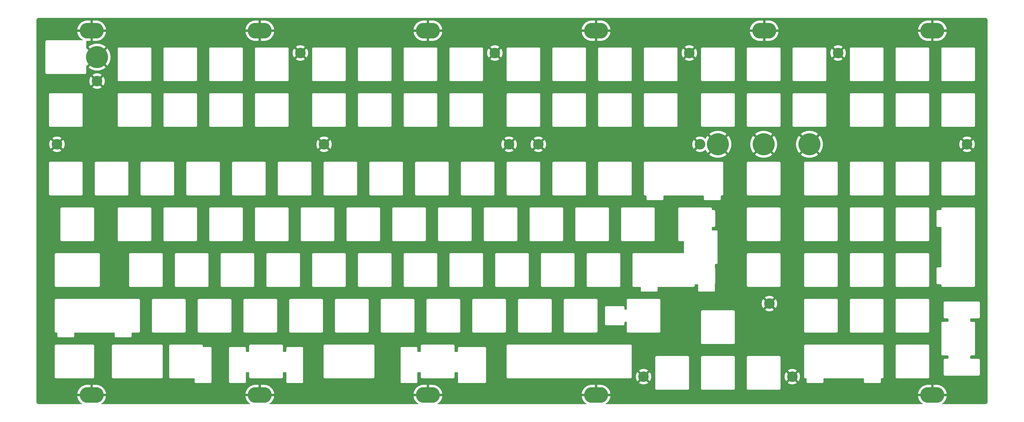
<source format=gbr>
%TF.GenerationSoftware,KiCad,Pcbnew,7.0.5*%
%TF.CreationDate,2023-06-29T00:41:08-04:00*%
%TF.ProjectId,3DP-FR4-plate-top-reset-cutout,3344502d-4652-4342-9d70-6c6174652d74,rev?*%
%TF.SameCoordinates,Original*%
%TF.FileFunction,Copper,L1,Top*%
%TF.FilePolarity,Positive*%
%FSLAX46Y46*%
G04 Gerber Fmt 4.6, Leading zero omitted, Abs format (unit mm)*
G04 Created by KiCad (PCBNEW 7.0.5) date 2023-06-29 00:41:08*
%MOMM*%
%LPD*%
G01*
G04 APERTURE LIST*
%TA.AperFunction,ComponentPad*%
%ADD10O,10.000000X6.500000*%
%TD*%
%TA.AperFunction,ComponentPad*%
%ADD11C,4.400000*%
%TD*%
%TA.AperFunction,ComponentPad*%
%ADD12C,9.200000*%
%TD*%
G04 APERTURE END LIST*
D10*
%TO.P,H8,1,1*%
%TO.N,Mounting-hole*%
X93000000Y-157200000D03*
%TD*%
%TO.P,H6,1,1*%
%TO.N,Mounting-hole*%
X373000000Y-5375000D03*
%TD*%
D11*
%TO.P,H20,1,1*%
%TO.N,Mounting-hole*%
X276262300Y-52712500D03*
%TD*%
D10*
%TO.P,H11,1,1*%
%TO.N,Mounting-hole*%
X373000000Y-157200000D03*
%TD*%
%TO.P,H10,1,1*%
%TO.N,Mounting-hole*%
X233000000Y-157200000D03*
%TD*%
D12*
%TO.P,H26,1,1*%
%TO.N,Mounting-hole*%
X283725500Y-52712500D03*
%TD*%
%TO.P,H28,1,1*%
%TO.N,Mounting-hole*%
X321825500Y-52712500D03*
%TD*%
D11*
%TO.P,H14,1,1*%
%TO.N,Mounting-hole*%
X109894250Y-14675000D03*
%TD*%
D10*
%TO.P,H4,1,1*%
%TO.N,Mounting-hole*%
X233000000Y-5375000D03*
%TD*%
%TO.P,H1,1,1*%
%TO.N,Mounting-hole*%
X23000000Y-5375000D03*
%TD*%
D11*
%TO.P,H21,1,1*%
%TO.N,Mounting-hole*%
X333731750Y-14675000D03*
%TD*%
%TO.P,H24,1,1*%
%TO.N,Mounting-hole*%
X305157000Y-119100000D03*
%TD*%
%TO.P,H16,1,1*%
%TO.N,Mounting-hole*%
X190856750Y-14675000D03*
%TD*%
D10*
%TO.P,H7,1,1*%
%TO.N,Mounting-hole*%
X23000000Y-157200000D03*
%TD*%
D11*
%TO.P,H18,1,1*%
%TO.N,Mounting-hole*%
X208963000Y-52712500D03*
%TD*%
%TO.P,H15,1,1*%
%TO.N,Mounting-hole*%
X119763000Y-52712500D03*
%TD*%
D10*
%TO.P,H3,1,1*%
%TO.N,Mounting-hole*%
X163000000Y-5375000D03*
%TD*%
D11*
%TO.P,H13,1,1*%
%TO.N,Mounting-hole*%
X25263000Y-26375000D03*
%TD*%
%TO.P,H17,1,1*%
%TO.N,Mounting-hole*%
X196762300Y-52712500D03*
%TD*%
D12*
%TO.P,H29,1,1*%
%TO.N,Mounting-hole*%
X25263000Y-16375000D03*
%TD*%
D11*
%TO.P,H25,1,1*%
%TO.N,Mounting-hole*%
X314681750Y-149531112D03*
%TD*%
%TO.P,H19,1,1*%
%TO.N,Mounting-hole*%
X271819250Y-14675000D03*
%TD*%
D12*
%TO.P,H27,1,1*%
%TO.N,Mounting-hole*%
X302775500Y-52712500D03*
%TD*%
D10*
%TO.P,H2,1,1*%
%TO.N,Mounting-hole*%
X93000000Y-5375000D03*
%TD*%
D11*
%TO.P,H12,1,1*%
%TO.N,Mounting-hole*%
X8563000Y-52712500D03*
%TD*%
%TO.P,H23,1,1*%
%TO.N,Mounting-hole*%
X252769250Y-149531112D03*
%TD*%
%TO.P,H22,1,1*%
%TO.N,Mounting-hole*%
X387437000Y-52712500D03*
%TD*%
D10*
%TO.P,H5,1,1*%
%TO.N,Mounting-hole*%
X303000000Y-5375000D03*
%TD*%
%TO.P,H9,1,1*%
%TO.N,Mounting-hole*%
X163000000Y-157200000D03*
%TD*%
%TA.AperFunction,Conductor*%
%TO.N,Mounting-hole*%
G36*
X395002735Y-740D02*
G01*
X395036642Y-3705D01*
X395045440Y-4475D01*
X395171603Y-16901D01*
X395191847Y-20584D01*
X395257408Y-38151D01*
X395259232Y-38672D01*
X395351432Y-66640D01*
X395368092Y-73014D01*
X395404035Y-89775D01*
X395435351Y-104378D01*
X395438418Y-105911D01*
X395522280Y-150736D01*
X395528718Y-154692D01*
X395594799Y-200963D01*
X395598632Y-203870D01*
X395670774Y-263076D01*
X395675347Y-267220D01*
X395732777Y-324650D01*
X395736922Y-329224D01*
X395796128Y-401366D01*
X395799035Y-405199D01*
X395845306Y-471280D01*
X395849265Y-477723D01*
X395894084Y-561574D01*
X395895620Y-564647D01*
X395926982Y-631902D01*
X395933362Y-648577D01*
X395961296Y-740661D01*
X395961862Y-742644D01*
X395979412Y-808144D01*
X395983098Y-828404D01*
X395995523Y-954556D01*
X395999260Y-997253D01*
X395999500Y-1002748D01*
X395999500Y-159997249D01*
X395999260Y-160002745D01*
X395995522Y-160045450D01*
X395983098Y-160171594D01*
X395979412Y-160191854D01*
X395961862Y-160257354D01*
X395961296Y-160259337D01*
X395933362Y-160351421D01*
X395926982Y-160368096D01*
X395895620Y-160435351D01*
X395894084Y-160438424D01*
X395849265Y-160522275D01*
X395845306Y-160528718D01*
X395799035Y-160594799D01*
X395796128Y-160598632D01*
X395736922Y-160670774D01*
X395732768Y-160675358D01*
X395675358Y-160732768D01*
X395670774Y-160736922D01*
X395598632Y-160796128D01*
X395594799Y-160799035D01*
X395528718Y-160845306D01*
X395522275Y-160849265D01*
X395438424Y-160894084D01*
X395435351Y-160895620D01*
X395368096Y-160926982D01*
X395351421Y-160933362D01*
X395259337Y-160961296D01*
X395257354Y-160961862D01*
X395191854Y-160979412D01*
X395171594Y-160983098D01*
X395045450Y-160995522D01*
X395008705Y-160998738D01*
X395002740Y-160999260D01*
X394997250Y-160999500D01*
X377135898Y-160999500D01*
X377067777Y-160979498D01*
X377021284Y-160925842D01*
X377011180Y-160855568D01*
X377040674Y-160790988D01*
X377072022Y-160764891D01*
X377081778Y-160759152D01*
X377414398Y-160517490D01*
X377722143Y-160244851D01*
X378002135Y-159943788D01*
X378002145Y-159943777D01*
X378251767Y-159617102D01*
X378468705Y-159267847D01*
X378650921Y-158899285D01*
X378796712Y-158514866D01*
X378796718Y-158514850D01*
X378904726Y-158118158D01*
X378973946Y-157712864D01*
X378974880Y-157700000D01*
X375245603Y-157700000D01*
X375285216Y-157500854D01*
X375304935Y-157200000D01*
X375285216Y-156899146D01*
X375245603Y-156700000D01*
X378970504Y-156700000D01*
X378970504Y-156699999D01*
X378944234Y-156483648D01*
X378855513Y-156082180D01*
X378728466Y-155691171D01*
X378564270Y-155314237D01*
X378364461Y-154954908D01*
X378364459Y-154954905D01*
X378130905Y-154616545D01*
X377865780Y-154302299D01*
X377571565Y-154015109D01*
X377571561Y-154015105D01*
X377251017Y-153757665D01*
X377251007Y-153757658D01*
X376907098Y-153532346D01*
X376907084Y-153532338D01*
X376543066Y-153341286D01*
X376543055Y-153341281D01*
X376162261Y-153186238D01*
X376162248Y-153186234D01*
X375768281Y-153068673D01*
X375364795Y-152989681D01*
X374955572Y-152950000D01*
X373500000Y-152950000D01*
X373500000Y-154954396D01*
X373300854Y-154914784D01*
X373075294Y-154900000D01*
X372924706Y-154900000D01*
X372699146Y-154914784D01*
X372500000Y-154954396D01*
X372500000Y-152950000D01*
X371147276Y-152950000D01*
X370839339Y-152964894D01*
X370432505Y-153024301D01*
X370033307Y-153122694D01*
X370033306Y-153122694D01*
X369645463Y-153259159D01*
X369272615Y-153432412D01*
X368918226Y-153640843D01*
X368918222Y-153640846D01*
X368585601Y-153882509D01*
X368277856Y-154155148D01*
X367997864Y-154456211D01*
X367997854Y-154456222D01*
X367748232Y-154782897D01*
X367531294Y-155132152D01*
X367349078Y-155500714D01*
X367203287Y-155885133D01*
X367203281Y-155885149D01*
X367095273Y-156281841D01*
X367026053Y-156687135D01*
X367025119Y-156699999D01*
X367025120Y-156700000D01*
X370754397Y-156700000D01*
X370714784Y-156899146D01*
X370695065Y-157200000D01*
X370714784Y-157500854D01*
X370754397Y-157700000D01*
X367029496Y-157700000D01*
X367055765Y-157916351D01*
X367144486Y-158317819D01*
X367271533Y-158708828D01*
X367435729Y-159085762D01*
X367635538Y-159445091D01*
X367635540Y-159445094D01*
X367869094Y-159783454D01*
X368134219Y-160097700D01*
X368428434Y-160384890D01*
X368428438Y-160384894D01*
X368748982Y-160642334D01*
X368749001Y-160642348D01*
X368940953Y-160768105D01*
X368986973Y-160822167D01*
X368996459Y-160892527D01*
X368966400Y-160956846D01*
X368906339Y-160994703D01*
X368871904Y-160999500D01*
X237135898Y-160999500D01*
X237067777Y-160979498D01*
X237021284Y-160925842D01*
X237011180Y-160855568D01*
X237040674Y-160790988D01*
X237072022Y-160764891D01*
X237081778Y-160759152D01*
X237414398Y-160517490D01*
X237722143Y-160244851D01*
X238002135Y-159943788D01*
X238002145Y-159943777D01*
X238251767Y-159617102D01*
X238468705Y-159267847D01*
X238650921Y-158899285D01*
X238796712Y-158514866D01*
X238796718Y-158514850D01*
X238904726Y-158118158D01*
X238973946Y-157712864D01*
X238974880Y-157700000D01*
X235245603Y-157700000D01*
X235285216Y-157500854D01*
X235304935Y-157200000D01*
X235285216Y-156899146D01*
X235245603Y-156700000D01*
X238970504Y-156700000D01*
X238970504Y-156699999D01*
X238944234Y-156483648D01*
X238855513Y-156082180D01*
X238728466Y-155691171D01*
X238564270Y-155314237D01*
X238364461Y-154954908D01*
X238364459Y-154954905D01*
X238130905Y-154616545D01*
X237950604Y-154402839D01*
X257667645Y-154402839D01*
X257674460Y-154454606D01*
X257675000Y-154462838D01*
X257675000Y-154518893D01*
X257676364Y-154524869D01*
X257674869Y-154549255D01*
X257686528Y-154577402D01*
X257692958Y-154597576D01*
X257692959Y-154597579D01*
X257692960Y-154597580D01*
X257700097Y-154628851D01*
X257700099Y-154628856D01*
X257709778Y-154648955D01*
X257714162Y-154675585D01*
X257728912Y-154694807D01*
X257742471Y-154716842D01*
X257749030Y-154730462D01*
X257749034Y-154730469D01*
X257771423Y-154758544D01*
X257782563Y-154785833D01*
X257797726Y-154797468D01*
X257814278Y-154813714D01*
X257814350Y-154813643D01*
X257824357Y-154823650D01*
X257824285Y-154823721D01*
X257840531Y-154840273D01*
X257847595Y-154849479D01*
X257852552Y-154850162D01*
X257879453Y-154866573D01*
X257907533Y-154888967D01*
X257907534Y-154888967D01*
X257907535Y-154888968D01*
X257907537Y-154888969D01*
X257921158Y-154895529D01*
X257943193Y-154909088D01*
X257954783Y-154917981D01*
X257956844Y-154917762D01*
X257989044Y-154928221D01*
X258009149Y-154937903D01*
X258040424Y-154945041D01*
X258060599Y-154951471D01*
X258078390Y-154958840D01*
X258113129Y-154961635D01*
X258119107Y-154963000D01*
X258119109Y-154963000D01*
X258175168Y-154963000D01*
X258183400Y-154963540D01*
X258223002Y-154968753D01*
X258260208Y-154963000D01*
X271090791Y-154963000D01*
X271115837Y-154970354D01*
X271167599Y-154963540D01*
X271175831Y-154963000D01*
X271231895Y-154963000D01*
X271237866Y-154961637D01*
X271262250Y-154963130D01*
X271290396Y-154951472D01*
X271310572Y-154945042D01*
X271341851Y-154937903D01*
X271361952Y-154928222D01*
X271388586Y-154923836D01*
X271407804Y-154909090D01*
X271429841Y-154895529D01*
X271443463Y-154888969D01*
X271443463Y-154888968D01*
X271443467Y-154888967D01*
X271471543Y-154866576D01*
X271498833Y-154855434D01*
X271510466Y-154840275D01*
X271526714Y-154823721D01*
X271526643Y-154823650D01*
X271536650Y-154813643D01*
X271536721Y-154813714D01*
X271553275Y-154797466D01*
X271562480Y-154790402D01*
X271563163Y-154785446D01*
X271579576Y-154758544D01*
X271601967Y-154730467D01*
X271608529Y-154716842D01*
X271608529Y-154716841D01*
X271622090Y-154694804D01*
X271630985Y-154683211D01*
X271630765Y-154681146D01*
X271641221Y-154648955D01*
X271650903Y-154628851D01*
X271658042Y-154597572D01*
X271664472Y-154577396D01*
X271671839Y-154559610D01*
X271674637Y-154524866D01*
X271676000Y-154518895D01*
X271676000Y-154462830D01*
X271676540Y-154454598D01*
X271681753Y-154415000D01*
X271679873Y-154402839D01*
X276717645Y-154402839D01*
X276724460Y-154454606D01*
X276725000Y-154462838D01*
X276725000Y-154518893D01*
X276726364Y-154524869D01*
X276724869Y-154549255D01*
X276736528Y-154577402D01*
X276742958Y-154597576D01*
X276742959Y-154597579D01*
X276742960Y-154597580D01*
X276750097Y-154628851D01*
X276750099Y-154628856D01*
X276759778Y-154648955D01*
X276764162Y-154675585D01*
X276778912Y-154694807D01*
X276792471Y-154716842D01*
X276799030Y-154730462D01*
X276799034Y-154730469D01*
X276821423Y-154758544D01*
X276832563Y-154785833D01*
X276847726Y-154797468D01*
X276864278Y-154813714D01*
X276864350Y-154813643D01*
X276874357Y-154823650D01*
X276874285Y-154823721D01*
X276890531Y-154840273D01*
X276897595Y-154849479D01*
X276902552Y-154850162D01*
X276929453Y-154866573D01*
X276957533Y-154888967D01*
X276957534Y-154888967D01*
X276957535Y-154888968D01*
X276957537Y-154888969D01*
X276971158Y-154895529D01*
X276993193Y-154909088D01*
X277004783Y-154917981D01*
X277006844Y-154917762D01*
X277039044Y-154928221D01*
X277059149Y-154937903D01*
X277090424Y-154945041D01*
X277110599Y-154951471D01*
X277128390Y-154958840D01*
X277163129Y-154961635D01*
X277169107Y-154963000D01*
X277169109Y-154963000D01*
X277225168Y-154963000D01*
X277233400Y-154963540D01*
X277273002Y-154968753D01*
X277310208Y-154963000D01*
X290140791Y-154963000D01*
X290165837Y-154970354D01*
X290217599Y-154963540D01*
X290225831Y-154963000D01*
X290281895Y-154963000D01*
X290287866Y-154961637D01*
X290312250Y-154963130D01*
X290340396Y-154951472D01*
X290360572Y-154945042D01*
X290391851Y-154937903D01*
X290411952Y-154928222D01*
X290438586Y-154923836D01*
X290457804Y-154909090D01*
X290479841Y-154895529D01*
X290493463Y-154888969D01*
X290493463Y-154888968D01*
X290493467Y-154888967D01*
X290521543Y-154866576D01*
X290548833Y-154855434D01*
X290560466Y-154840275D01*
X290576714Y-154823721D01*
X290576643Y-154823650D01*
X290586650Y-154813643D01*
X290586721Y-154813714D01*
X290603275Y-154797466D01*
X290612480Y-154790402D01*
X290613163Y-154785446D01*
X290629576Y-154758544D01*
X290651967Y-154730467D01*
X290658529Y-154716842D01*
X290658529Y-154716841D01*
X290672090Y-154694804D01*
X290680985Y-154683211D01*
X290680765Y-154681146D01*
X290691221Y-154648955D01*
X290700903Y-154628851D01*
X290708042Y-154597572D01*
X290714472Y-154577396D01*
X290721839Y-154559610D01*
X290724637Y-154524866D01*
X290726000Y-154518895D01*
X290726000Y-154462830D01*
X290726540Y-154454598D01*
X290731753Y-154415000D01*
X290729873Y-154402839D01*
X295767645Y-154402839D01*
X295774460Y-154454606D01*
X295775000Y-154462838D01*
X295775000Y-154518893D01*
X295776364Y-154524869D01*
X295774869Y-154549255D01*
X295786528Y-154577402D01*
X295792958Y-154597576D01*
X295792959Y-154597579D01*
X295792960Y-154597580D01*
X295800097Y-154628851D01*
X295800099Y-154628856D01*
X295809778Y-154648955D01*
X295814162Y-154675585D01*
X295828912Y-154694807D01*
X295842471Y-154716842D01*
X295849030Y-154730462D01*
X295849034Y-154730469D01*
X295871423Y-154758544D01*
X295882563Y-154785833D01*
X295897726Y-154797468D01*
X295914278Y-154813714D01*
X295914350Y-154813643D01*
X295924357Y-154823650D01*
X295924285Y-154823721D01*
X295940531Y-154840273D01*
X295947595Y-154849479D01*
X295952552Y-154850162D01*
X295979453Y-154866573D01*
X296007533Y-154888967D01*
X296007534Y-154888967D01*
X296007535Y-154888968D01*
X296007537Y-154888969D01*
X296021158Y-154895529D01*
X296043193Y-154909088D01*
X296054783Y-154917981D01*
X296056844Y-154917762D01*
X296089044Y-154928221D01*
X296109149Y-154937903D01*
X296140424Y-154945041D01*
X296160599Y-154951471D01*
X296178390Y-154958840D01*
X296213129Y-154961635D01*
X296219107Y-154963000D01*
X296219109Y-154963000D01*
X296275168Y-154963000D01*
X296283400Y-154963540D01*
X296323002Y-154968753D01*
X296360208Y-154963000D01*
X309190791Y-154963000D01*
X309215837Y-154970354D01*
X309267599Y-154963540D01*
X309275831Y-154963000D01*
X309331895Y-154963000D01*
X309337866Y-154961637D01*
X309362250Y-154963130D01*
X309390396Y-154951472D01*
X309410572Y-154945042D01*
X309441851Y-154937903D01*
X309461952Y-154928222D01*
X309488586Y-154923836D01*
X309507804Y-154909090D01*
X309529841Y-154895529D01*
X309543463Y-154888969D01*
X309543463Y-154888968D01*
X309543467Y-154888967D01*
X309571543Y-154866576D01*
X309598833Y-154855434D01*
X309610466Y-154840275D01*
X309626714Y-154823721D01*
X309626643Y-154823650D01*
X309636650Y-154813643D01*
X309636721Y-154813714D01*
X309653275Y-154797466D01*
X309662480Y-154790402D01*
X309663163Y-154785446D01*
X309679576Y-154758544D01*
X309701967Y-154730467D01*
X309708529Y-154716842D01*
X309708529Y-154716841D01*
X309722090Y-154694804D01*
X309730985Y-154683211D01*
X309730765Y-154681146D01*
X309741221Y-154648955D01*
X309750903Y-154628851D01*
X309758042Y-154597572D01*
X309764472Y-154577396D01*
X309771839Y-154559610D01*
X309774637Y-154524866D01*
X309776000Y-154518895D01*
X309776000Y-154462830D01*
X309776540Y-154454598D01*
X309781753Y-154415000D01*
X309776000Y-154377790D01*
X309776000Y-149531111D01*
X311476708Y-149531111D01*
X311496860Y-149889959D01*
X311496860Y-149889960D01*
X311557063Y-150244293D01*
X311656565Y-150589674D01*
X311794102Y-150921717D01*
X311794114Y-150921740D01*
X311967961Y-151236294D01*
X311967962Y-151236297D01*
X312093097Y-151412658D01*
X313632778Y-149872976D01*
X313637520Y-149892523D01*
X313724788Y-150083614D01*
X313846644Y-150254736D01*
X313998682Y-150399704D01*
X314175408Y-150513279D01*
X314340567Y-150579399D01*
X312800203Y-152119763D01*
X312976570Y-152244902D01*
X313291121Y-152418747D01*
X313291144Y-152418759D01*
X313623187Y-152556296D01*
X313968568Y-152655798D01*
X314322902Y-152716001D01*
X314681749Y-152736153D01*
X315040597Y-152716001D01*
X315040598Y-152716001D01*
X315394931Y-152655798D01*
X315740312Y-152556296D01*
X316072355Y-152418759D01*
X316072378Y-152418747D01*
X316386924Y-152244905D01*
X316386931Y-152244901D01*
X316563295Y-152119763D01*
X315021364Y-150577831D01*
X315092439Y-150556962D01*
X315279160Y-150460701D01*
X315444290Y-150330841D01*
X315581860Y-150172077D01*
X315686897Y-149990147D01*
X315728291Y-149870547D01*
X317270401Y-151412657D01*
X317395539Y-151236293D01*
X317395543Y-151236286D01*
X317569385Y-150921740D01*
X317569397Y-150921717D01*
X317706934Y-150589674D01*
X317806436Y-150244293D01*
X317866639Y-149889960D01*
X317866639Y-149889959D01*
X317880657Y-149640339D01*
X319580145Y-149640339D01*
X319586960Y-149692106D01*
X319587500Y-149700338D01*
X319587500Y-149756393D01*
X319588864Y-149762369D01*
X319587369Y-149786755D01*
X319599028Y-149814902D01*
X319605458Y-149835076D01*
X319605459Y-149835079D01*
X319605460Y-149835080D01*
X319612597Y-149866351D01*
X319612599Y-149866356D01*
X319622278Y-149886455D01*
X319626662Y-149913085D01*
X319641412Y-149932307D01*
X319654971Y-149954342D01*
X319661530Y-149967962D01*
X319661534Y-149967969D01*
X319683923Y-149996044D01*
X319695063Y-150023333D01*
X319710226Y-150034968D01*
X319726778Y-150051214D01*
X319726850Y-150051143D01*
X319736857Y-150061150D01*
X319736785Y-150061221D01*
X319753031Y-150077773D01*
X319760095Y-150086979D01*
X319765052Y-150087662D01*
X319791953Y-150104073D01*
X319820033Y-150126467D01*
X319820034Y-150126467D01*
X319820035Y-150126468D01*
X319820037Y-150126469D01*
X319833658Y-150133029D01*
X319855693Y-150146588D01*
X319867283Y-150155481D01*
X319869344Y-150155262D01*
X319901544Y-150165721D01*
X319921649Y-150175403D01*
X319952924Y-150182541D01*
X319973099Y-150188971D01*
X319990890Y-150196340D01*
X320025629Y-150199135D01*
X320031607Y-150200500D01*
X320087668Y-150200500D01*
X320095900Y-150201040D01*
X320135502Y-150206253D01*
X320172708Y-150200500D01*
X320365084Y-150200500D01*
X320384735Y-150202042D01*
X320384857Y-150202061D01*
X320386110Y-150202259D01*
X320388532Y-150202692D01*
X320430223Y-150210984D01*
X320460925Y-150217091D01*
X320493542Y-150228402D01*
X320509580Y-150236573D01*
X320515966Y-150240316D01*
X320558973Y-150269052D01*
X320578064Y-150284721D01*
X320590277Y-150296934D01*
X320605947Y-150316027D01*
X320634677Y-150359024D01*
X320638431Y-150365429D01*
X320646595Y-150381453D01*
X320657907Y-150414074D01*
X320672262Y-150486242D01*
X320672631Y-150488268D01*
X320672816Y-150489393D01*
X320674500Y-150509922D01*
X320674500Y-151615291D01*
X320667145Y-151640339D01*
X320673960Y-151692106D01*
X320674500Y-151700338D01*
X320674500Y-151756393D01*
X320675864Y-151762369D01*
X320674369Y-151786755D01*
X320686028Y-151814902D01*
X320692458Y-151835076D01*
X320692459Y-151835079D01*
X320692460Y-151835080D01*
X320699597Y-151866351D01*
X320699599Y-151866356D01*
X320709278Y-151886455D01*
X320713662Y-151913085D01*
X320728412Y-151932307D01*
X320741971Y-151954342D01*
X320748530Y-151967962D01*
X320748534Y-151967969D01*
X320770923Y-151996044D01*
X320782063Y-152023333D01*
X320797226Y-152034968D01*
X320813778Y-152051214D01*
X320813850Y-152051143D01*
X320823857Y-152061150D01*
X320823785Y-152061221D01*
X320840031Y-152077773D01*
X320847095Y-152086979D01*
X320852052Y-152087662D01*
X320878953Y-152104073D01*
X320907033Y-152126467D01*
X320907034Y-152126467D01*
X320907035Y-152126468D01*
X320907037Y-152126469D01*
X320920658Y-152133029D01*
X320942693Y-152146588D01*
X320954283Y-152155481D01*
X320956344Y-152155262D01*
X320988544Y-152165721D01*
X321008649Y-152175403D01*
X321039924Y-152182541D01*
X321060099Y-152188971D01*
X321077890Y-152196340D01*
X321112629Y-152199135D01*
X321118607Y-152200500D01*
X321118609Y-152200500D01*
X321174668Y-152200500D01*
X321182900Y-152201040D01*
X321222502Y-152206253D01*
X321259708Y-152200500D01*
X327090291Y-152200500D01*
X327115337Y-152207854D01*
X327167099Y-152201040D01*
X327175331Y-152200500D01*
X327231395Y-152200500D01*
X327237366Y-152199137D01*
X327261750Y-152200630D01*
X327289896Y-152188972D01*
X327310072Y-152182542D01*
X327341351Y-152175403D01*
X327361452Y-152165722D01*
X327388086Y-152161336D01*
X327407304Y-152146590D01*
X327429341Y-152133029D01*
X327442963Y-152126469D01*
X327442963Y-152126468D01*
X327442967Y-152126467D01*
X327471043Y-152104076D01*
X327498333Y-152092934D01*
X327509966Y-152077775D01*
X327526214Y-152061221D01*
X327526143Y-152061150D01*
X327536150Y-152051143D01*
X327536221Y-152051214D01*
X327552775Y-152034966D01*
X327561980Y-152027902D01*
X327562663Y-152022946D01*
X327579076Y-151996044D01*
X327601467Y-151967967D01*
X327608029Y-151954342D01*
X327608029Y-151954341D01*
X327621590Y-151932304D01*
X327630485Y-151920711D01*
X327630265Y-151918646D01*
X327640721Y-151886455D01*
X327650403Y-151866351D01*
X327657542Y-151835072D01*
X327663972Y-151814896D01*
X327671339Y-151797110D01*
X327674137Y-151762366D01*
X327675500Y-151756395D01*
X327675500Y-151700330D01*
X327676040Y-151692098D01*
X327681253Y-151652500D01*
X327675500Y-151615290D01*
X327675500Y-150509913D01*
X327676965Y-150490754D01*
X327676982Y-150490641D01*
X327677252Y-150488937D01*
X327677656Y-150486644D01*
X327692092Y-150414069D01*
X327703400Y-150381461D01*
X327711581Y-150365404D01*
X327715307Y-150359047D01*
X327744060Y-150316015D01*
X327759711Y-150296945D01*
X327771945Y-150284711D01*
X327791015Y-150269060D01*
X327834047Y-150240307D01*
X327840404Y-150236581D01*
X327856461Y-150228400D01*
X327889069Y-150217092D01*
X327961694Y-150202646D01*
X327964010Y-150202240D01*
X327965655Y-150201980D01*
X327965958Y-150201934D01*
X327984914Y-150200500D01*
X344241084Y-150200500D01*
X344260735Y-150202042D01*
X344260857Y-150202061D01*
X344262110Y-150202259D01*
X344264532Y-150202692D01*
X344306223Y-150210984D01*
X344336925Y-150217091D01*
X344369542Y-150228402D01*
X344385580Y-150236573D01*
X344391966Y-150240316D01*
X344434973Y-150269052D01*
X344454064Y-150284721D01*
X344466277Y-150296934D01*
X344481947Y-150316027D01*
X344510677Y-150359024D01*
X344514431Y-150365429D01*
X344522595Y-150381453D01*
X344533907Y-150414074D01*
X344548262Y-150486242D01*
X344548631Y-150488268D01*
X344548816Y-150489393D01*
X344550500Y-150509922D01*
X344550500Y-151615291D01*
X344543145Y-151640339D01*
X344549960Y-151692106D01*
X344550500Y-151700338D01*
X344550500Y-151756393D01*
X344551864Y-151762369D01*
X344550369Y-151786755D01*
X344562028Y-151814902D01*
X344568458Y-151835076D01*
X344568459Y-151835079D01*
X344568460Y-151835080D01*
X344575597Y-151866351D01*
X344575599Y-151866356D01*
X344585278Y-151886455D01*
X344589662Y-151913085D01*
X344604412Y-151932307D01*
X344617971Y-151954342D01*
X344624530Y-151967962D01*
X344624534Y-151967969D01*
X344646923Y-151996044D01*
X344658063Y-152023333D01*
X344673226Y-152034968D01*
X344689778Y-152051214D01*
X344689850Y-152051143D01*
X344699857Y-152061150D01*
X344699785Y-152061221D01*
X344716031Y-152077773D01*
X344723095Y-152086979D01*
X344728052Y-152087662D01*
X344754953Y-152104073D01*
X344783033Y-152126467D01*
X344783034Y-152126467D01*
X344783035Y-152126468D01*
X344783037Y-152126469D01*
X344796658Y-152133029D01*
X344818693Y-152146588D01*
X344830283Y-152155481D01*
X344832344Y-152155262D01*
X344864544Y-152165721D01*
X344884649Y-152175403D01*
X344915924Y-152182541D01*
X344936099Y-152188971D01*
X344953890Y-152196340D01*
X344988629Y-152199135D01*
X344994607Y-152200500D01*
X344994609Y-152200500D01*
X345050668Y-152200500D01*
X345058900Y-152201040D01*
X345098502Y-152206253D01*
X345135708Y-152200500D01*
X350966291Y-152200500D01*
X350991337Y-152207854D01*
X351043099Y-152201040D01*
X351051331Y-152200500D01*
X351107395Y-152200500D01*
X351113366Y-152199137D01*
X351137750Y-152200630D01*
X351165896Y-152188972D01*
X351186072Y-152182542D01*
X351217351Y-152175403D01*
X351237452Y-152165722D01*
X351264086Y-152161336D01*
X351283304Y-152146590D01*
X351305341Y-152133029D01*
X351318963Y-152126469D01*
X351318963Y-152126468D01*
X351318967Y-152126467D01*
X351347043Y-152104076D01*
X351374333Y-152092934D01*
X351385966Y-152077775D01*
X351402214Y-152061221D01*
X351402143Y-152061150D01*
X351412150Y-152051143D01*
X351412221Y-152051214D01*
X351428775Y-152034966D01*
X351437980Y-152027902D01*
X351438663Y-152022946D01*
X351455076Y-151996044D01*
X351477467Y-151967967D01*
X351484029Y-151954342D01*
X351484029Y-151954341D01*
X351497590Y-151932304D01*
X351506485Y-151920711D01*
X351506265Y-151918646D01*
X351516721Y-151886455D01*
X351526403Y-151866351D01*
X351533542Y-151835072D01*
X351539972Y-151814896D01*
X351547339Y-151797110D01*
X351550137Y-151762366D01*
X351551500Y-151756395D01*
X351551500Y-151700330D01*
X351552040Y-151692098D01*
X351557253Y-151652500D01*
X351551500Y-151615290D01*
X351551500Y-150509913D01*
X351552965Y-150490754D01*
X351552982Y-150490641D01*
X351553252Y-150488937D01*
X351553656Y-150486644D01*
X351568092Y-150414069D01*
X351579400Y-150381461D01*
X351587581Y-150365404D01*
X351591307Y-150359047D01*
X351620060Y-150316015D01*
X351635711Y-150296945D01*
X351647945Y-150284711D01*
X351667015Y-150269060D01*
X351710047Y-150240307D01*
X351716404Y-150236581D01*
X351732461Y-150228400D01*
X351765069Y-150217092D01*
X351837694Y-150202646D01*
X351840010Y-150202240D01*
X351841655Y-150201980D01*
X351841958Y-150201934D01*
X351860914Y-150200500D01*
X352053291Y-150200500D01*
X352078337Y-150207854D01*
X352130099Y-150201040D01*
X352138331Y-150200500D01*
X352194395Y-150200500D01*
X352200366Y-150199137D01*
X352224750Y-150200630D01*
X352252896Y-150188972D01*
X352273072Y-150182542D01*
X352304351Y-150175403D01*
X352324452Y-150165722D01*
X352351086Y-150161336D01*
X352370304Y-150146590D01*
X352392341Y-150133029D01*
X352405963Y-150126469D01*
X352405963Y-150126468D01*
X352405967Y-150126467D01*
X352434043Y-150104076D01*
X352461333Y-150092934D01*
X352472966Y-150077775D01*
X352489214Y-150061221D01*
X352489143Y-150061150D01*
X352499150Y-150051143D01*
X352499221Y-150051214D01*
X352515775Y-150034966D01*
X352524980Y-150027902D01*
X352525663Y-150022946D01*
X352542076Y-149996044D01*
X352564467Y-149967967D01*
X352571029Y-149954342D01*
X352571029Y-149954341D01*
X352584590Y-149932304D01*
X352593485Y-149920711D01*
X352593265Y-149918646D01*
X352603721Y-149886455D01*
X352613403Y-149866351D01*
X352620542Y-149835072D01*
X352626972Y-149814896D01*
X352634339Y-149797110D01*
X352637137Y-149762366D01*
X352637608Y-149760299D01*
X352638500Y-149756393D01*
X352638500Y-149700315D01*
X352639039Y-149692098D01*
X352644252Y-149652497D01*
X352642372Y-149640339D01*
X357680145Y-149640339D01*
X357686960Y-149692106D01*
X357687500Y-149700338D01*
X357687500Y-149756393D01*
X357688864Y-149762369D01*
X357687369Y-149786755D01*
X357699028Y-149814902D01*
X357705458Y-149835076D01*
X357705459Y-149835079D01*
X357705460Y-149835080D01*
X357712597Y-149866351D01*
X357712599Y-149866356D01*
X357722278Y-149886455D01*
X357726662Y-149913085D01*
X357741412Y-149932307D01*
X357754971Y-149954342D01*
X357761530Y-149967962D01*
X357761534Y-149967969D01*
X357783923Y-149996044D01*
X357795063Y-150023333D01*
X357810226Y-150034968D01*
X357826778Y-150051214D01*
X357826850Y-150051143D01*
X357836857Y-150061150D01*
X357836785Y-150061221D01*
X357853031Y-150077773D01*
X357860095Y-150086979D01*
X357865052Y-150087662D01*
X357891953Y-150104073D01*
X357920033Y-150126467D01*
X357920034Y-150126467D01*
X357920035Y-150126468D01*
X357920037Y-150126469D01*
X357933658Y-150133029D01*
X357955693Y-150146588D01*
X357967283Y-150155481D01*
X357969344Y-150155262D01*
X358001544Y-150165721D01*
X358021649Y-150175403D01*
X358052924Y-150182541D01*
X358073099Y-150188971D01*
X358090890Y-150196340D01*
X358125629Y-150199135D01*
X358131607Y-150200500D01*
X358131609Y-150200500D01*
X358187668Y-150200500D01*
X358195900Y-150201040D01*
X358235502Y-150206253D01*
X358272708Y-150200500D01*
X371103291Y-150200500D01*
X371128337Y-150207854D01*
X371180099Y-150201040D01*
X371188331Y-150200500D01*
X371244395Y-150200500D01*
X371250366Y-150199137D01*
X371274750Y-150200630D01*
X371302896Y-150188972D01*
X371323072Y-150182542D01*
X371354351Y-150175403D01*
X371374452Y-150165722D01*
X371401086Y-150161336D01*
X371420304Y-150146590D01*
X371442341Y-150133029D01*
X371455963Y-150126469D01*
X371455963Y-150126468D01*
X371455967Y-150126467D01*
X371484043Y-150104076D01*
X371511333Y-150092934D01*
X371522966Y-150077775D01*
X371539214Y-150061221D01*
X371539143Y-150061150D01*
X371549150Y-150051143D01*
X371549221Y-150051214D01*
X371565775Y-150034966D01*
X371574980Y-150027902D01*
X371575663Y-150022946D01*
X371592076Y-149996044D01*
X371614467Y-149967967D01*
X371621029Y-149954342D01*
X371621029Y-149954341D01*
X371634590Y-149932304D01*
X371643485Y-149920711D01*
X371643265Y-149918646D01*
X371653721Y-149886455D01*
X371663403Y-149866351D01*
X371670542Y-149835072D01*
X371676972Y-149814896D01*
X371684339Y-149797110D01*
X371687137Y-149762366D01*
X371688500Y-149756395D01*
X371688500Y-149700330D01*
X371689040Y-149692098D01*
X371694253Y-149652500D01*
X371688500Y-149615290D01*
X371688500Y-140115339D01*
X376730145Y-140115339D01*
X376736960Y-140167106D01*
X376737500Y-140175338D01*
X376737500Y-140231393D01*
X376738864Y-140237369D01*
X376737369Y-140261755D01*
X376749028Y-140289902D01*
X376755458Y-140310076D01*
X376755459Y-140310079D01*
X376755460Y-140310080D01*
X376762597Y-140341351D01*
X376762599Y-140341356D01*
X376772278Y-140361455D01*
X376776662Y-140388085D01*
X376791412Y-140407307D01*
X376804971Y-140429342D01*
X376811530Y-140442962D01*
X376811534Y-140442969D01*
X376833923Y-140471044D01*
X376845063Y-140498333D01*
X376860226Y-140509968D01*
X376876778Y-140526214D01*
X376876850Y-140526143D01*
X376886857Y-140536150D01*
X376886785Y-140536221D01*
X376903031Y-140552773D01*
X376910095Y-140561979D01*
X376915052Y-140562662D01*
X376941953Y-140579073D01*
X376970033Y-140601467D01*
X376970034Y-140601467D01*
X376970035Y-140601468D01*
X376970037Y-140601469D01*
X376983658Y-140608029D01*
X377005693Y-140621588D01*
X377017283Y-140630481D01*
X377019344Y-140630262D01*
X377051544Y-140640721D01*
X377071649Y-140650403D01*
X377102924Y-140657541D01*
X377123099Y-140663971D01*
X377140890Y-140671340D01*
X377175629Y-140674135D01*
X377181607Y-140675500D01*
X377237668Y-140675500D01*
X377245900Y-140676040D01*
X377285502Y-140681253D01*
X377322708Y-140675500D01*
X379234457Y-140675500D01*
X379241513Y-140675896D01*
X379242792Y-140676040D01*
X379264394Y-140678474D01*
X379343635Y-140688907D01*
X379368785Y-140694895D01*
X379402224Y-140706595D01*
X379402700Y-140706762D01*
X379406001Y-140708022D01*
X379460028Y-140730400D01*
X379478840Y-140740119D01*
X379513466Y-140761876D01*
X379518303Y-140765240D01*
X379566152Y-140801957D01*
X379572346Y-140807388D01*
X379605609Y-140840651D01*
X379611041Y-140846846D01*
X379647758Y-140894695D01*
X379651122Y-140899532D01*
X379672879Y-140934158D01*
X379682600Y-140952975D01*
X379704976Y-141006997D01*
X379706236Y-141010298D01*
X379718100Y-141044200D01*
X379724093Y-141069371D01*
X379734531Y-141148659D01*
X379737103Y-141171475D01*
X379737500Y-141178537D01*
X379737500Y-141609462D01*
X379737103Y-141616524D01*
X379734531Y-141639339D01*
X379724093Y-141718627D01*
X379718100Y-141743798D01*
X379706236Y-141777700D01*
X379704976Y-141781001D01*
X379682600Y-141835023D01*
X379672879Y-141853840D01*
X379651122Y-141888466D01*
X379647758Y-141893303D01*
X379611041Y-141941152D01*
X379605602Y-141947355D01*
X379572355Y-141980602D01*
X379566152Y-141986041D01*
X379518303Y-142022758D01*
X379513466Y-142026122D01*
X379478840Y-142047879D01*
X379460023Y-142057600D01*
X379406001Y-142079976D01*
X379402700Y-142081236D01*
X379368798Y-142093100D01*
X379343627Y-142099093D01*
X379264339Y-142109531D01*
X379242895Y-142111948D01*
X379241522Y-142112103D01*
X379234462Y-142112500D01*
X378322707Y-142112500D01*
X378297658Y-142105145D01*
X378245892Y-142111960D01*
X378237660Y-142112500D01*
X378181604Y-142112500D01*
X378175622Y-142113865D01*
X378151241Y-142112370D01*
X378123094Y-142124029D01*
X378102920Y-142130459D01*
X378082440Y-142135133D01*
X378071648Y-142137597D01*
X378071643Y-142137599D01*
X378051543Y-142147279D01*
X378024908Y-142151664D01*
X378005686Y-142166414D01*
X377983657Y-142179971D01*
X377970037Y-142186530D01*
X377970035Y-142186531D01*
X377955031Y-142198496D01*
X377941958Y-142208923D01*
X377941955Y-142208925D01*
X377914661Y-142220067D01*
X377903027Y-142235230D01*
X377886786Y-142251779D01*
X377886857Y-142251850D01*
X377876850Y-142261857D01*
X377876779Y-142261786D01*
X377860230Y-142278027D01*
X377851019Y-142285094D01*
X377850336Y-142290056D01*
X377833925Y-142316955D01*
X377811531Y-142345035D01*
X377811530Y-142345037D01*
X377804971Y-142358657D01*
X377791414Y-142380686D01*
X377782514Y-142392284D01*
X377782735Y-142394351D01*
X377772279Y-142426543D01*
X377762599Y-142446643D01*
X377762599Y-142446644D01*
X377762597Y-142446649D01*
X377755459Y-142477920D01*
X377749029Y-142498094D01*
X377741660Y-142515884D01*
X377738865Y-142550622D01*
X377737500Y-142556603D01*
X377737500Y-142612657D01*
X377736960Y-142620889D01*
X377731745Y-142660500D01*
X377737500Y-142697711D01*
X377737500Y-148528291D01*
X377730145Y-148553339D01*
X377736960Y-148605106D01*
X377737500Y-148613338D01*
X377737500Y-148669393D01*
X377738864Y-148675369D01*
X377737369Y-148699755D01*
X377749028Y-148727902D01*
X377755458Y-148748076D01*
X377755459Y-148748079D01*
X377755460Y-148748080D01*
X377762597Y-148779351D01*
X377762599Y-148779356D01*
X377772278Y-148799455D01*
X377776662Y-148826085D01*
X377791412Y-148845307D01*
X377804971Y-148867342D01*
X377811530Y-148880962D01*
X377811534Y-148880969D01*
X377833923Y-148909044D01*
X377845063Y-148936333D01*
X377860226Y-148947968D01*
X377876778Y-148964214D01*
X377876850Y-148964143D01*
X377886857Y-148974150D01*
X377886785Y-148974221D01*
X377903031Y-148990773D01*
X377910095Y-148999979D01*
X377915052Y-149000662D01*
X377941953Y-149017073D01*
X377970033Y-149039467D01*
X377970034Y-149039467D01*
X377970035Y-149039468D01*
X377970037Y-149039469D01*
X377983658Y-149046029D01*
X378005693Y-149059588D01*
X378017283Y-149068481D01*
X378019344Y-149068262D01*
X378051544Y-149078721D01*
X378071649Y-149088403D01*
X378102924Y-149095541D01*
X378123099Y-149101971D01*
X378140890Y-149109340D01*
X378175629Y-149112135D01*
X378181607Y-149113500D01*
X378181609Y-149113500D01*
X378237668Y-149113500D01*
X378245900Y-149114040D01*
X378285502Y-149119253D01*
X378322708Y-149113500D01*
X392153291Y-149113500D01*
X392178337Y-149120854D01*
X392230099Y-149114040D01*
X392238331Y-149113500D01*
X392294395Y-149113500D01*
X392300366Y-149112137D01*
X392324750Y-149113630D01*
X392352896Y-149101972D01*
X392373072Y-149095542D01*
X392404351Y-149088403D01*
X392424452Y-149078722D01*
X392451086Y-149074336D01*
X392470304Y-149059590D01*
X392492341Y-149046029D01*
X392505963Y-149039469D01*
X392505963Y-149039468D01*
X392505967Y-149039467D01*
X392534043Y-149017076D01*
X392561333Y-149005934D01*
X392572966Y-148990775D01*
X392589214Y-148974221D01*
X392589143Y-148974150D01*
X392599150Y-148964143D01*
X392599221Y-148964214D01*
X392615775Y-148947966D01*
X392624980Y-148940902D01*
X392625663Y-148935946D01*
X392642076Y-148909044D01*
X392664467Y-148880967D01*
X392671029Y-148867342D01*
X392671029Y-148867341D01*
X392684590Y-148845304D01*
X392693485Y-148833711D01*
X392693265Y-148831646D01*
X392703721Y-148799455D01*
X392713403Y-148779351D01*
X392720542Y-148748072D01*
X392726972Y-148727896D01*
X392734339Y-148710110D01*
X392737137Y-148675366D01*
X392738500Y-148669395D01*
X392738500Y-148613330D01*
X392739040Y-148605098D01*
X392744253Y-148565500D01*
X392738500Y-148528290D01*
X392738500Y-142697708D01*
X392745854Y-142672661D01*
X392739040Y-142620900D01*
X392738500Y-142612668D01*
X392738500Y-142556608D01*
X392738499Y-142556603D01*
X392737136Y-142550631D01*
X392738629Y-142526244D01*
X392726971Y-142498099D01*
X392720541Y-142477924D01*
X392713403Y-142446649D01*
X392703721Y-142426545D01*
X392699335Y-142399912D01*
X392684588Y-142380693D01*
X392671029Y-142358658D01*
X392664469Y-142345037D01*
X392664468Y-142345035D01*
X392664467Y-142345034D01*
X392664467Y-142345033D01*
X392642074Y-142316954D01*
X392630933Y-142289663D01*
X392615773Y-142278031D01*
X392599221Y-142261785D01*
X392599150Y-142261857D01*
X392589143Y-142251850D01*
X392589214Y-142251778D01*
X392572968Y-142235226D01*
X392565900Y-142226015D01*
X392560938Y-142225332D01*
X392534044Y-142208923D01*
X392505969Y-142186534D01*
X392505962Y-142186530D01*
X392492342Y-142179971D01*
X392470307Y-142166412D01*
X392458709Y-142157512D01*
X392456642Y-142157733D01*
X392424455Y-142147278D01*
X392404356Y-142137599D01*
X392404351Y-142137597D01*
X392404350Y-142137597D01*
X392373076Y-142130458D01*
X392352902Y-142124028D01*
X392335116Y-142116661D01*
X392300369Y-142113864D01*
X392294393Y-142112500D01*
X392238339Y-142112500D01*
X392230107Y-142111960D01*
X392190498Y-142106745D01*
X392153292Y-142112500D01*
X389241539Y-142112500D01*
X389234477Y-142112103D01*
X389211660Y-142109532D01*
X389132371Y-142099093D01*
X389107200Y-142093100D01*
X389073298Y-142081236D01*
X389069997Y-142079976D01*
X389015975Y-142057600D01*
X388997158Y-142047879D01*
X388962532Y-142026122D01*
X388957695Y-142022758D01*
X388909846Y-141986041D01*
X388903651Y-141980609D01*
X388870388Y-141947346D01*
X388864957Y-141941152D01*
X388828240Y-141893303D01*
X388824876Y-141888466D01*
X388803119Y-141853840D01*
X388793400Y-141835028D01*
X388771022Y-141781001D01*
X388769762Y-141777700D01*
X388769595Y-141777224D01*
X388757895Y-141743785D01*
X388751907Y-141718635D01*
X388741474Y-141639394D01*
X388738896Y-141616512D01*
X388738500Y-141609456D01*
X388738500Y-141178539D01*
X388738896Y-141171484D01*
X388738897Y-141171475D01*
X388741472Y-141148621D01*
X388751907Y-141069359D01*
X388757893Y-141044218D01*
X388769770Y-141010276D01*
X388771013Y-141007019D01*
X388793404Y-140952961D01*
X388803115Y-140934164D01*
X388824883Y-140899521D01*
X388828229Y-140894710D01*
X388864960Y-140846842D01*
X388870374Y-140840667D01*
X388903667Y-140807374D01*
X388909842Y-140801960D01*
X388957710Y-140765229D01*
X388962521Y-140761883D01*
X388997164Y-140740115D01*
X389015961Y-140730404D01*
X389070019Y-140708013D01*
X389073276Y-140706770D01*
X389107218Y-140694893D01*
X389132361Y-140688907D01*
X389211620Y-140678472D01*
X389234488Y-140675895D01*
X389241541Y-140675500D01*
X390153291Y-140675500D01*
X390178337Y-140682854D01*
X390230099Y-140676040D01*
X390238331Y-140675500D01*
X390294395Y-140675500D01*
X390300366Y-140674137D01*
X390324750Y-140675630D01*
X390352896Y-140663972D01*
X390373072Y-140657542D01*
X390404351Y-140650403D01*
X390424452Y-140640722D01*
X390451086Y-140636336D01*
X390470304Y-140621590D01*
X390492341Y-140608029D01*
X390505963Y-140601469D01*
X390505963Y-140601468D01*
X390505967Y-140601467D01*
X390534043Y-140579076D01*
X390561333Y-140567934D01*
X390572966Y-140552775D01*
X390589214Y-140536221D01*
X390589143Y-140536150D01*
X390599150Y-140526143D01*
X390599221Y-140526214D01*
X390615775Y-140509966D01*
X390624980Y-140502902D01*
X390625663Y-140497946D01*
X390642076Y-140471044D01*
X390664467Y-140442967D01*
X390671029Y-140429342D01*
X390671029Y-140429341D01*
X390684590Y-140407304D01*
X390693485Y-140395711D01*
X390693265Y-140393646D01*
X390703721Y-140361455D01*
X390713403Y-140341351D01*
X390720542Y-140310072D01*
X390726972Y-140289896D01*
X390734339Y-140272110D01*
X390737137Y-140237366D01*
X390738500Y-140231395D01*
X390738500Y-140175330D01*
X390739040Y-140167098D01*
X390744253Y-140127500D01*
X390738500Y-140090290D01*
X390738500Y-127259708D01*
X390745854Y-127234661D01*
X390739040Y-127182900D01*
X390738500Y-127174668D01*
X390738500Y-127118608D01*
X390738499Y-127118603D01*
X390737136Y-127112631D01*
X390738629Y-127088244D01*
X390726971Y-127060099D01*
X390720541Y-127039924D01*
X390713403Y-127008649D01*
X390703721Y-126988545D01*
X390699335Y-126961912D01*
X390684588Y-126942693D01*
X390671029Y-126920658D01*
X390664469Y-126907037D01*
X390664468Y-126907035D01*
X390664467Y-126907034D01*
X390664467Y-126907033D01*
X390642074Y-126878954D01*
X390630933Y-126851663D01*
X390615773Y-126840031D01*
X390599221Y-126823785D01*
X390599150Y-126823857D01*
X390589143Y-126813850D01*
X390589214Y-126813778D01*
X390572968Y-126797226D01*
X390565900Y-126788015D01*
X390560938Y-126787332D01*
X390534044Y-126770923D01*
X390505969Y-126748534D01*
X390505962Y-126748530D01*
X390492342Y-126741971D01*
X390470307Y-126728412D01*
X390458709Y-126719512D01*
X390456642Y-126719733D01*
X390424455Y-126709278D01*
X390404356Y-126699599D01*
X390404351Y-126699597D01*
X390404350Y-126699596D01*
X390373076Y-126692458D01*
X390352902Y-126686028D01*
X390335116Y-126678661D01*
X390300369Y-126675864D01*
X390294393Y-126674500D01*
X390238339Y-126674500D01*
X390230107Y-126673960D01*
X390190498Y-126668745D01*
X390153292Y-126674500D01*
X389241539Y-126674500D01*
X389234477Y-126674103D01*
X389211660Y-126671532D01*
X389132371Y-126661093D01*
X389107200Y-126655100D01*
X389073298Y-126643236D01*
X389069997Y-126641976D01*
X389015975Y-126619600D01*
X388997158Y-126609879D01*
X388962532Y-126588122D01*
X388957695Y-126584758D01*
X388909846Y-126548041D01*
X388903651Y-126542609D01*
X388870388Y-126509346D01*
X388864957Y-126503152D01*
X388828240Y-126455303D01*
X388824876Y-126450466D01*
X388803119Y-126415840D01*
X388793400Y-126397028D01*
X388771022Y-126343001D01*
X388769762Y-126339700D01*
X388769595Y-126339224D01*
X388757895Y-126305785D01*
X388751907Y-126280635D01*
X388741474Y-126201394D01*
X388738896Y-126178512D01*
X388738500Y-126171456D01*
X388738500Y-125740539D01*
X388738896Y-125733484D01*
X388738897Y-125733475D01*
X388741472Y-125710621D01*
X388751907Y-125631359D01*
X388757893Y-125606218D01*
X388769770Y-125572276D01*
X388771013Y-125569019D01*
X388793404Y-125514961D01*
X388803115Y-125496164D01*
X388824883Y-125461521D01*
X388828229Y-125456710D01*
X388864960Y-125408842D01*
X388870374Y-125402667D01*
X388903667Y-125369374D01*
X388909842Y-125363960D01*
X388957710Y-125327229D01*
X388962521Y-125323883D01*
X388997164Y-125302115D01*
X389015961Y-125292404D01*
X389070019Y-125270013D01*
X389073276Y-125268770D01*
X389107218Y-125256893D01*
X389132361Y-125250907D01*
X389211620Y-125240472D01*
X389234488Y-125237895D01*
X389241541Y-125237500D01*
X392153291Y-125237500D01*
X392178337Y-125244854D01*
X392230099Y-125238040D01*
X392238331Y-125237500D01*
X392294395Y-125237500D01*
X392300366Y-125236137D01*
X392324750Y-125237630D01*
X392352896Y-125225972D01*
X392373072Y-125219542D01*
X392404351Y-125212403D01*
X392424452Y-125202722D01*
X392451086Y-125198336D01*
X392470304Y-125183590D01*
X392492341Y-125170029D01*
X392505963Y-125163469D01*
X392505963Y-125163468D01*
X392505967Y-125163467D01*
X392534043Y-125141076D01*
X392561333Y-125129934D01*
X392572966Y-125114775D01*
X392589214Y-125098221D01*
X392589143Y-125098150D01*
X392599150Y-125088143D01*
X392599221Y-125088214D01*
X392615775Y-125071966D01*
X392624980Y-125064902D01*
X392625663Y-125059946D01*
X392642076Y-125033044D01*
X392664467Y-125004967D01*
X392671029Y-124991342D01*
X392671029Y-124991341D01*
X392684590Y-124969304D01*
X392693485Y-124957711D01*
X392693265Y-124955646D01*
X392703721Y-124923455D01*
X392713403Y-124903351D01*
X392720542Y-124872072D01*
X392726972Y-124851896D01*
X392734339Y-124834110D01*
X392737137Y-124799366D01*
X392738500Y-124793395D01*
X392738500Y-124737330D01*
X392739040Y-124729098D01*
X392744253Y-124689500D01*
X392738500Y-124652290D01*
X392738500Y-118821708D01*
X392745854Y-118796661D01*
X392739040Y-118744900D01*
X392738500Y-118736668D01*
X392738500Y-118680608D01*
X392738499Y-118680603D01*
X392737136Y-118674631D01*
X392738629Y-118650244D01*
X392726971Y-118622099D01*
X392720541Y-118601924D01*
X392713403Y-118570649D01*
X392703721Y-118550545D01*
X392699335Y-118523912D01*
X392684588Y-118504693D01*
X392671029Y-118482658D01*
X392664469Y-118469037D01*
X392664468Y-118469035D01*
X392664467Y-118469034D01*
X392664467Y-118469033D01*
X392642074Y-118440954D01*
X392630933Y-118413663D01*
X392615773Y-118402031D01*
X392599221Y-118385785D01*
X392599150Y-118385857D01*
X392589143Y-118375850D01*
X392589214Y-118375778D01*
X392572968Y-118359226D01*
X392565900Y-118350015D01*
X392560938Y-118349332D01*
X392534044Y-118332923D01*
X392505969Y-118310534D01*
X392505962Y-118310530D01*
X392492342Y-118303971D01*
X392470307Y-118290412D01*
X392458709Y-118281512D01*
X392456642Y-118281733D01*
X392424455Y-118271278D01*
X392404356Y-118261599D01*
X392404351Y-118261597D01*
X392404350Y-118261596D01*
X392373076Y-118254458D01*
X392352902Y-118248028D01*
X392335116Y-118240661D01*
X392300369Y-118237864D01*
X392294393Y-118236500D01*
X392238339Y-118236500D01*
X392230107Y-118235960D01*
X392190498Y-118230745D01*
X392153292Y-118236500D01*
X378322707Y-118236500D01*
X378297658Y-118229145D01*
X378245892Y-118235960D01*
X378237660Y-118236500D01*
X378181604Y-118236500D01*
X378175622Y-118237865D01*
X378151241Y-118236370D01*
X378123094Y-118248029D01*
X378102920Y-118254459D01*
X378082440Y-118259133D01*
X378071648Y-118261597D01*
X378071643Y-118261599D01*
X378051543Y-118271279D01*
X378024908Y-118275664D01*
X378005686Y-118290414D01*
X377983657Y-118303971D01*
X377970037Y-118310530D01*
X377970035Y-118310531D01*
X377955031Y-118322496D01*
X377941958Y-118332923D01*
X377941955Y-118332925D01*
X377914661Y-118344067D01*
X377903027Y-118359230D01*
X377886786Y-118375779D01*
X377886857Y-118375850D01*
X377876850Y-118385857D01*
X377876779Y-118385786D01*
X377860230Y-118402027D01*
X377851019Y-118409094D01*
X377850336Y-118414056D01*
X377833925Y-118440955D01*
X377811531Y-118469035D01*
X377811530Y-118469037D01*
X377804971Y-118482657D01*
X377791414Y-118504686D01*
X377782514Y-118516284D01*
X377782735Y-118518351D01*
X377772279Y-118550543D01*
X377762599Y-118570643D01*
X377762599Y-118570644D01*
X377762597Y-118570649D01*
X377755459Y-118601920D01*
X377749029Y-118622094D01*
X377741660Y-118639884D01*
X377738865Y-118674622D01*
X377737500Y-118680603D01*
X377737500Y-118736660D01*
X377736960Y-118744892D01*
X377731745Y-118784500D01*
X377737500Y-118821707D01*
X377737500Y-124652291D01*
X377730145Y-124677339D01*
X377736960Y-124729106D01*
X377737500Y-124737338D01*
X377737500Y-124793393D01*
X377738864Y-124799369D01*
X377737369Y-124823755D01*
X377749028Y-124851902D01*
X377755458Y-124872076D01*
X377755459Y-124872079D01*
X377755460Y-124872080D01*
X377762597Y-124903351D01*
X377762599Y-124903356D01*
X377772278Y-124923455D01*
X377776662Y-124950085D01*
X377791412Y-124969307D01*
X377804971Y-124991342D01*
X377811530Y-125004962D01*
X377811534Y-125004969D01*
X377833923Y-125033044D01*
X377845063Y-125060333D01*
X377860226Y-125071968D01*
X377876778Y-125088214D01*
X377876850Y-125088143D01*
X377886857Y-125098150D01*
X377886785Y-125098221D01*
X377903031Y-125114773D01*
X377910095Y-125123979D01*
X377915052Y-125124662D01*
X377941953Y-125141073D01*
X377970033Y-125163467D01*
X377970034Y-125163467D01*
X377970035Y-125163468D01*
X377970037Y-125163469D01*
X377983658Y-125170029D01*
X378005693Y-125183588D01*
X378017283Y-125192481D01*
X378019344Y-125192262D01*
X378051544Y-125202721D01*
X378071649Y-125212403D01*
X378102924Y-125219541D01*
X378123099Y-125225971D01*
X378140890Y-125233340D01*
X378175629Y-125236135D01*
X378181607Y-125237500D01*
X378237668Y-125237500D01*
X378245900Y-125238040D01*
X378285502Y-125243253D01*
X378322708Y-125237500D01*
X379234457Y-125237500D01*
X379241513Y-125237896D01*
X379242792Y-125238040D01*
X379264394Y-125240474D01*
X379343635Y-125250907D01*
X379368785Y-125256895D01*
X379402224Y-125268595D01*
X379402700Y-125268762D01*
X379406001Y-125270022D01*
X379460028Y-125292400D01*
X379478840Y-125302119D01*
X379513466Y-125323876D01*
X379518303Y-125327240D01*
X379566152Y-125363957D01*
X379572346Y-125369388D01*
X379605609Y-125402651D01*
X379611041Y-125408846D01*
X379647758Y-125456695D01*
X379651122Y-125461532D01*
X379672879Y-125496158D01*
X379682600Y-125514975D01*
X379704976Y-125568997D01*
X379706236Y-125572298D01*
X379718100Y-125606200D01*
X379724093Y-125631371D01*
X379734531Y-125710659D01*
X379737103Y-125733475D01*
X379737500Y-125740537D01*
X379737500Y-126171462D01*
X379737103Y-126178524D01*
X379734531Y-126201339D01*
X379724093Y-126280627D01*
X379718100Y-126305798D01*
X379706236Y-126339700D01*
X379704976Y-126343001D01*
X379682600Y-126397023D01*
X379672879Y-126415840D01*
X379651122Y-126450466D01*
X379647758Y-126455303D01*
X379611041Y-126503152D01*
X379605602Y-126509355D01*
X379572355Y-126542602D01*
X379566152Y-126548041D01*
X379518303Y-126584758D01*
X379513466Y-126588122D01*
X379478840Y-126609879D01*
X379460023Y-126619600D01*
X379406001Y-126641976D01*
X379402700Y-126643236D01*
X379368798Y-126655100D01*
X379343627Y-126661093D01*
X379264339Y-126671531D01*
X379242895Y-126673948D01*
X379241522Y-126674103D01*
X379234462Y-126674500D01*
X377322707Y-126674500D01*
X377297658Y-126667145D01*
X377245892Y-126673960D01*
X377237660Y-126674500D01*
X377181604Y-126674500D01*
X377175622Y-126675865D01*
X377151241Y-126674370D01*
X377123094Y-126686029D01*
X377102920Y-126692459D01*
X377082440Y-126697133D01*
X377071648Y-126699597D01*
X377071643Y-126699599D01*
X377051543Y-126709279D01*
X377024908Y-126713664D01*
X377005686Y-126728414D01*
X376983657Y-126741971D01*
X376970037Y-126748530D01*
X376970035Y-126748531D01*
X376963387Y-126753833D01*
X376941958Y-126770923D01*
X376941955Y-126770925D01*
X376914661Y-126782067D01*
X376903027Y-126797230D01*
X376886786Y-126813779D01*
X376886857Y-126813850D01*
X376876850Y-126823857D01*
X376876779Y-126823786D01*
X376860230Y-126840027D01*
X376851019Y-126847094D01*
X376850336Y-126852056D01*
X376833925Y-126878955D01*
X376811531Y-126907035D01*
X376811530Y-126907037D01*
X376804971Y-126920657D01*
X376791414Y-126942686D01*
X376782514Y-126954284D01*
X376782735Y-126956351D01*
X376772279Y-126988543D01*
X376762599Y-127008643D01*
X376762599Y-127008644D01*
X376762597Y-127008649D01*
X376755459Y-127039920D01*
X376749029Y-127060094D01*
X376741660Y-127077884D01*
X376738865Y-127112622D01*
X376737500Y-127118603D01*
X376737500Y-127174660D01*
X376736960Y-127182892D01*
X376731745Y-127222500D01*
X376737500Y-127259707D01*
X376737500Y-140090291D01*
X376730145Y-140115339D01*
X371688500Y-140115339D01*
X371688500Y-136784708D01*
X371695854Y-136759661D01*
X371689040Y-136707900D01*
X371688500Y-136699668D01*
X371688500Y-136643608D01*
X371688500Y-136643606D01*
X371687136Y-136637631D01*
X371688629Y-136613244D01*
X371676971Y-136585099D01*
X371670541Y-136564924D01*
X371663403Y-136533649D01*
X371653721Y-136513545D01*
X371649335Y-136486912D01*
X371634588Y-136467693D01*
X371621029Y-136445658D01*
X371614469Y-136432037D01*
X371614468Y-136432035D01*
X371614467Y-136432034D01*
X371614467Y-136432033D01*
X371592074Y-136403954D01*
X371580933Y-136376663D01*
X371565773Y-136365031D01*
X371549221Y-136348785D01*
X371549150Y-136348857D01*
X371539143Y-136338850D01*
X371539214Y-136338778D01*
X371522968Y-136322226D01*
X371515900Y-136313015D01*
X371510938Y-136312332D01*
X371484044Y-136295923D01*
X371455969Y-136273534D01*
X371455962Y-136273530D01*
X371442342Y-136266971D01*
X371420307Y-136253412D01*
X371408709Y-136244512D01*
X371406642Y-136244733D01*
X371374455Y-136234278D01*
X371354356Y-136224599D01*
X371354351Y-136224597D01*
X371354193Y-136224561D01*
X371323076Y-136217458D01*
X371302902Y-136211028D01*
X371285116Y-136203661D01*
X371250369Y-136200864D01*
X371244393Y-136199500D01*
X371188339Y-136199500D01*
X371180107Y-136198960D01*
X371140498Y-136193745D01*
X371103292Y-136199500D01*
X358272707Y-136199500D01*
X358247658Y-136192145D01*
X358195892Y-136198960D01*
X358187660Y-136199500D01*
X358131604Y-136199500D01*
X358125622Y-136200865D01*
X358101241Y-136199370D01*
X358073094Y-136211029D01*
X358052920Y-136217459D01*
X358032440Y-136222133D01*
X358021648Y-136224597D01*
X358021643Y-136224599D01*
X358001543Y-136234279D01*
X357974908Y-136238664D01*
X357955686Y-136253414D01*
X357933657Y-136266971D01*
X357920037Y-136273530D01*
X357920035Y-136273531D01*
X357920010Y-136273551D01*
X357891958Y-136295923D01*
X357891955Y-136295925D01*
X357864661Y-136307067D01*
X357853027Y-136322230D01*
X357836786Y-136338779D01*
X357836857Y-136338850D01*
X357826850Y-136348857D01*
X357826779Y-136348786D01*
X357810230Y-136365027D01*
X357801019Y-136372094D01*
X357800336Y-136377056D01*
X357783926Y-136403953D01*
X357783701Y-136404236D01*
X357761531Y-136432035D01*
X357761530Y-136432037D01*
X357754971Y-136445657D01*
X357741414Y-136467686D01*
X357732514Y-136479284D01*
X357732735Y-136481351D01*
X357722279Y-136513543D01*
X357712599Y-136533643D01*
X357712597Y-136533648D01*
X357712596Y-136533652D01*
X357705459Y-136564920D01*
X357699029Y-136585094D01*
X357691660Y-136602884D01*
X357688865Y-136637622D01*
X357687500Y-136643603D01*
X357687500Y-136699657D01*
X357686960Y-136707889D01*
X357681745Y-136747500D01*
X357687500Y-136784711D01*
X357687500Y-149615291D01*
X357680145Y-149640339D01*
X352642372Y-149640339D01*
X352638500Y-149615290D01*
X352638500Y-136784708D01*
X352645853Y-136759662D01*
X352639039Y-136707900D01*
X352638500Y-136699682D01*
X352638500Y-136643607D01*
X352637136Y-136637631D01*
X352638629Y-136613244D01*
X352626971Y-136585099D01*
X352620541Y-136564924D01*
X352613403Y-136533649D01*
X352603721Y-136513545D01*
X352599335Y-136486912D01*
X352584588Y-136467693D01*
X352571029Y-136445658D01*
X352564469Y-136432037D01*
X352564468Y-136432035D01*
X352564467Y-136432034D01*
X352564467Y-136432033D01*
X352542074Y-136403954D01*
X352530933Y-136376663D01*
X352515773Y-136365031D01*
X352499221Y-136348785D01*
X352499150Y-136348857D01*
X352489143Y-136338850D01*
X352489214Y-136338778D01*
X352472968Y-136322226D01*
X352465900Y-136313015D01*
X352460938Y-136312332D01*
X352434044Y-136295923D01*
X352405969Y-136273534D01*
X352405962Y-136273530D01*
X352392342Y-136266971D01*
X352370307Y-136253412D01*
X352358709Y-136244512D01*
X352356642Y-136244733D01*
X352324455Y-136234278D01*
X352304356Y-136224599D01*
X352304351Y-136224597D01*
X352304193Y-136224561D01*
X352273076Y-136217458D01*
X352252902Y-136211028D01*
X352235116Y-136203661D01*
X352200369Y-136200864D01*
X352194393Y-136199500D01*
X352138339Y-136199500D01*
X352130107Y-136198960D01*
X352090498Y-136193745D01*
X352053292Y-136199500D01*
X320172707Y-136199500D01*
X320147658Y-136192145D01*
X320095892Y-136198960D01*
X320087660Y-136199500D01*
X320031604Y-136199500D01*
X320025622Y-136200865D01*
X320001241Y-136199370D01*
X319973094Y-136211029D01*
X319952920Y-136217459D01*
X319932440Y-136222133D01*
X319921648Y-136224597D01*
X319921643Y-136224599D01*
X319901543Y-136234279D01*
X319874908Y-136238664D01*
X319855686Y-136253414D01*
X319833657Y-136266971D01*
X319820037Y-136273530D01*
X319820035Y-136273531D01*
X319820010Y-136273551D01*
X319791958Y-136295923D01*
X319791955Y-136295925D01*
X319764661Y-136307067D01*
X319753027Y-136322230D01*
X319736786Y-136338779D01*
X319736857Y-136338850D01*
X319726850Y-136348857D01*
X319726779Y-136348786D01*
X319710230Y-136365027D01*
X319701019Y-136372094D01*
X319700336Y-136377056D01*
X319683926Y-136403953D01*
X319683701Y-136404236D01*
X319661531Y-136432035D01*
X319661530Y-136432037D01*
X319654971Y-136445657D01*
X319641414Y-136467686D01*
X319632514Y-136479284D01*
X319632735Y-136481351D01*
X319622279Y-136513543D01*
X319612599Y-136533643D01*
X319612597Y-136533648D01*
X319612596Y-136533652D01*
X319605459Y-136564920D01*
X319599029Y-136585094D01*
X319591660Y-136602884D01*
X319588865Y-136637622D01*
X319587500Y-136643603D01*
X319587500Y-136699657D01*
X319586960Y-136707889D01*
X319581745Y-136747500D01*
X319587500Y-136784711D01*
X319587500Y-149615291D01*
X319580145Y-149640339D01*
X317880657Y-149640339D01*
X317886791Y-149531111D01*
X317866639Y-149172264D01*
X317866639Y-149172263D01*
X317806436Y-148817930D01*
X317706934Y-148472549D01*
X317569397Y-148140506D01*
X317569385Y-148140483D01*
X317395540Y-147825932D01*
X317270401Y-147649565D01*
X315730721Y-149189244D01*
X315725980Y-149169701D01*
X315638712Y-148978610D01*
X315516856Y-148807488D01*
X315364818Y-148662520D01*
X315188092Y-148548945D01*
X315022931Y-148482824D01*
X316563296Y-146942459D01*
X316386935Y-146817324D01*
X316386932Y-146817323D01*
X316072378Y-146643476D01*
X316072355Y-146643464D01*
X315740312Y-146505927D01*
X315394931Y-146406425D01*
X315040597Y-146346222D01*
X314681750Y-146326070D01*
X314322902Y-146346222D01*
X314322901Y-146346222D01*
X313968568Y-146406425D01*
X313623187Y-146505927D01*
X313291144Y-146643464D01*
X313291121Y-146643476D01*
X312976567Y-146817323D01*
X312976564Y-146817324D01*
X312800202Y-146942458D01*
X312800202Y-146942459D01*
X314342136Y-148484392D01*
X314271061Y-148505262D01*
X314084340Y-148601523D01*
X313919210Y-148731383D01*
X313781640Y-148890147D01*
X313676603Y-149072077D01*
X313635209Y-149191676D01*
X312093097Y-147649564D01*
X312093096Y-147649564D01*
X311967962Y-147825926D01*
X311967961Y-147825929D01*
X311794114Y-148140483D01*
X311794102Y-148140506D01*
X311656565Y-148472549D01*
X311557063Y-148817930D01*
X311496860Y-149172263D01*
X311496860Y-149172264D01*
X311476708Y-149531111D01*
X309776000Y-149531111D01*
X309776000Y-141547208D01*
X309783354Y-141522161D01*
X309776540Y-141470400D01*
X309776000Y-141462168D01*
X309776000Y-141406108D01*
X309775999Y-141406103D01*
X309774636Y-141400131D01*
X309776129Y-141375744D01*
X309764471Y-141347599D01*
X309758041Y-141327424D01*
X309750903Y-141296149D01*
X309741221Y-141276045D01*
X309736835Y-141249412D01*
X309722088Y-141230193D01*
X309708529Y-141208158D01*
X309701969Y-141194537D01*
X309701968Y-141194535D01*
X309701967Y-141194534D01*
X309701967Y-141194533D01*
X309679574Y-141166454D01*
X309668433Y-141139163D01*
X309653273Y-141127531D01*
X309636721Y-141111285D01*
X309636650Y-141111357D01*
X309626643Y-141101350D01*
X309626714Y-141101278D01*
X309610468Y-141084726D01*
X309603400Y-141075515D01*
X309598438Y-141074832D01*
X309571544Y-141058423D01*
X309543469Y-141036034D01*
X309543462Y-141036030D01*
X309529842Y-141029471D01*
X309507807Y-141015912D01*
X309496209Y-141007012D01*
X309494142Y-141007233D01*
X309461955Y-140996778D01*
X309441856Y-140987099D01*
X309441851Y-140987097D01*
X309441850Y-140987096D01*
X309410576Y-140979958D01*
X309390402Y-140973528D01*
X309372616Y-140966161D01*
X309337869Y-140963364D01*
X309331893Y-140962000D01*
X309275839Y-140962000D01*
X309267607Y-140961460D01*
X309227998Y-140956245D01*
X309190792Y-140962000D01*
X296360207Y-140962000D01*
X296335158Y-140954645D01*
X296283392Y-140961460D01*
X296275160Y-140962000D01*
X296219104Y-140962000D01*
X296213122Y-140963365D01*
X296188741Y-140961870D01*
X296160594Y-140973529D01*
X296140420Y-140979959D01*
X296119940Y-140984633D01*
X296109148Y-140987097D01*
X296109143Y-140987099D01*
X296089043Y-140996779D01*
X296062408Y-141001164D01*
X296043186Y-141015914D01*
X296021157Y-141029471D01*
X296007537Y-141036030D01*
X296007535Y-141036031D01*
X295997292Y-141044200D01*
X295979458Y-141058423D01*
X295979455Y-141058425D01*
X295952161Y-141069567D01*
X295940527Y-141084730D01*
X295924286Y-141101279D01*
X295924357Y-141101350D01*
X295914350Y-141111357D01*
X295914279Y-141111286D01*
X295897730Y-141127527D01*
X295888519Y-141134594D01*
X295887836Y-141139556D01*
X295871426Y-141166453D01*
X295861788Y-141178539D01*
X295849031Y-141194535D01*
X295849030Y-141194537D01*
X295842471Y-141208157D01*
X295828914Y-141230186D01*
X295820014Y-141241784D01*
X295820235Y-141243851D01*
X295809779Y-141276043D01*
X295800099Y-141296143D01*
X295800099Y-141296144D01*
X295800097Y-141296149D01*
X295792959Y-141327420D01*
X295786529Y-141347594D01*
X295779160Y-141365384D01*
X295776365Y-141400122D01*
X295775000Y-141406103D01*
X295775000Y-141462157D01*
X295774460Y-141470389D01*
X295769245Y-141510000D01*
X295775000Y-141547211D01*
X295775000Y-154377791D01*
X295767645Y-154402839D01*
X290729873Y-154402839D01*
X290726000Y-154377790D01*
X290726000Y-141547208D01*
X290733354Y-141522161D01*
X290726540Y-141470400D01*
X290726000Y-141462168D01*
X290726000Y-141406108D01*
X290725999Y-141406103D01*
X290724636Y-141400131D01*
X290726129Y-141375744D01*
X290714471Y-141347599D01*
X290708041Y-141327424D01*
X290700903Y-141296149D01*
X290691221Y-141276045D01*
X290686835Y-141249412D01*
X290672088Y-141230193D01*
X290658529Y-141208158D01*
X290651969Y-141194537D01*
X290651968Y-141194535D01*
X290651967Y-141194534D01*
X290651967Y-141194533D01*
X290629574Y-141166454D01*
X290618433Y-141139163D01*
X290603273Y-141127531D01*
X290586721Y-141111285D01*
X290586650Y-141111357D01*
X290576643Y-141101350D01*
X290576714Y-141101278D01*
X290560468Y-141084726D01*
X290553400Y-141075515D01*
X290548438Y-141074832D01*
X290521544Y-141058423D01*
X290493469Y-141036034D01*
X290493462Y-141036030D01*
X290479842Y-141029471D01*
X290457807Y-141015912D01*
X290446209Y-141007012D01*
X290444142Y-141007233D01*
X290411955Y-140996778D01*
X290391856Y-140987099D01*
X290391851Y-140987097D01*
X290391851Y-140987096D01*
X290360576Y-140979958D01*
X290340402Y-140973528D01*
X290322616Y-140966161D01*
X290287869Y-140963364D01*
X290281893Y-140962000D01*
X290225839Y-140962000D01*
X290217607Y-140961460D01*
X290177998Y-140956245D01*
X290140792Y-140962000D01*
X277310207Y-140962000D01*
X277285158Y-140954645D01*
X277233392Y-140961460D01*
X277225160Y-140962000D01*
X277169104Y-140962000D01*
X277163122Y-140963365D01*
X277138741Y-140961870D01*
X277110594Y-140973529D01*
X277090420Y-140979959D01*
X277069940Y-140984633D01*
X277059148Y-140987097D01*
X277059143Y-140987099D01*
X277039043Y-140996779D01*
X277012408Y-141001164D01*
X276993186Y-141015914D01*
X276971157Y-141029471D01*
X276957537Y-141036030D01*
X276957535Y-141036031D01*
X276947292Y-141044200D01*
X276929458Y-141058423D01*
X276929455Y-141058425D01*
X276902161Y-141069567D01*
X276890527Y-141084730D01*
X276874286Y-141101279D01*
X276874357Y-141101350D01*
X276864350Y-141111357D01*
X276864279Y-141111286D01*
X276847730Y-141127527D01*
X276838519Y-141134594D01*
X276837836Y-141139556D01*
X276821426Y-141166453D01*
X276811788Y-141178539D01*
X276799031Y-141194535D01*
X276799030Y-141194537D01*
X276792471Y-141208157D01*
X276778914Y-141230186D01*
X276770014Y-141241784D01*
X276770235Y-141243851D01*
X276759779Y-141276043D01*
X276750099Y-141296143D01*
X276750099Y-141296144D01*
X276750097Y-141296149D01*
X276742959Y-141327420D01*
X276736529Y-141347594D01*
X276729160Y-141365384D01*
X276726365Y-141400122D01*
X276725000Y-141406103D01*
X276725000Y-141462160D01*
X276724460Y-141470392D01*
X276719245Y-141510000D01*
X276725000Y-141547207D01*
X276725000Y-154377791D01*
X276717645Y-154402839D01*
X271679873Y-154402839D01*
X271676000Y-154377790D01*
X271676000Y-141547208D01*
X271683354Y-141522161D01*
X271676540Y-141470400D01*
X271676000Y-141462168D01*
X271676000Y-141406108D01*
X271675999Y-141406103D01*
X271674636Y-141400131D01*
X271676129Y-141375744D01*
X271664471Y-141347599D01*
X271658041Y-141327424D01*
X271650903Y-141296149D01*
X271641221Y-141276045D01*
X271636835Y-141249412D01*
X271622088Y-141230193D01*
X271608529Y-141208158D01*
X271601969Y-141194537D01*
X271601968Y-141194535D01*
X271601967Y-141194534D01*
X271601967Y-141194533D01*
X271579574Y-141166454D01*
X271568433Y-141139163D01*
X271553273Y-141127531D01*
X271536721Y-141111285D01*
X271536650Y-141111357D01*
X271526643Y-141101350D01*
X271526714Y-141101278D01*
X271510468Y-141084726D01*
X271503400Y-141075515D01*
X271498438Y-141074832D01*
X271471544Y-141058423D01*
X271443469Y-141036034D01*
X271443462Y-141036030D01*
X271429842Y-141029471D01*
X271407807Y-141015912D01*
X271396209Y-141007012D01*
X271394142Y-141007233D01*
X271361955Y-140996778D01*
X271341856Y-140987099D01*
X271341851Y-140987097D01*
X271341850Y-140987096D01*
X271310576Y-140979958D01*
X271290402Y-140973528D01*
X271272616Y-140966161D01*
X271237869Y-140963364D01*
X271231893Y-140962000D01*
X271175839Y-140962000D01*
X271167607Y-140961460D01*
X271127998Y-140956245D01*
X271090792Y-140962000D01*
X258260207Y-140962000D01*
X258235158Y-140954645D01*
X258183392Y-140961460D01*
X258175160Y-140962000D01*
X258119104Y-140962000D01*
X258113122Y-140963365D01*
X258088741Y-140961870D01*
X258060594Y-140973529D01*
X258040420Y-140979959D01*
X258019940Y-140984633D01*
X258009148Y-140987097D01*
X258009143Y-140987099D01*
X257989043Y-140996779D01*
X257962408Y-141001164D01*
X257943186Y-141015914D01*
X257921157Y-141029471D01*
X257907537Y-141036030D01*
X257907535Y-141036031D01*
X257897292Y-141044200D01*
X257879458Y-141058423D01*
X257879455Y-141058425D01*
X257852161Y-141069567D01*
X257840527Y-141084730D01*
X257824286Y-141101279D01*
X257824357Y-141101350D01*
X257814350Y-141111357D01*
X257814279Y-141111286D01*
X257797730Y-141127527D01*
X257788519Y-141134594D01*
X257787836Y-141139556D01*
X257771426Y-141166453D01*
X257761788Y-141178539D01*
X257749031Y-141194535D01*
X257749030Y-141194537D01*
X257742471Y-141208157D01*
X257728914Y-141230186D01*
X257720014Y-141241784D01*
X257720235Y-141243851D01*
X257709779Y-141276043D01*
X257700099Y-141296143D01*
X257700099Y-141296144D01*
X257700097Y-141296149D01*
X257692959Y-141327420D01*
X257686529Y-141347594D01*
X257679160Y-141365384D01*
X257676365Y-141400122D01*
X257675000Y-141406103D01*
X257675000Y-141462160D01*
X257674460Y-141470392D01*
X257669245Y-141510000D01*
X257675000Y-141547207D01*
X257675000Y-154377791D01*
X257667645Y-154402839D01*
X237950604Y-154402839D01*
X237865780Y-154302299D01*
X237571565Y-154015109D01*
X237571561Y-154015105D01*
X237251017Y-153757665D01*
X237251007Y-153757658D01*
X236907098Y-153532346D01*
X236907084Y-153532338D01*
X236543066Y-153341286D01*
X236543055Y-153341281D01*
X236162261Y-153186238D01*
X236162248Y-153186234D01*
X235768281Y-153068673D01*
X235364795Y-152989681D01*
X234955572Y-152950000D01*
X233500000Y-152950000D01*
X233500000Y-154954396D01*
X233300854Y-154914784D01*
X233075294Y-154900000D01*
X232924706Y-154900000D01*
X232699146Y-154914784D01*
X232500000Y-154954396D01*
X232500000Y-152950000D01*
X231147276Y-152950000D01*
X230839339Y-152964894D01*
X230432505Y-153024301D01*
X230033307Y-153122694D01*
X230033306Y-153122694D01*
X229645463Y-153259159D01*
X229272615Y-153432412D01*
X228918226Y-153640843D01*
X228918222Y-153640846D01*
X228585601Y-153882509D01*
X228277856Y-154155148D01*
X227997864Y-154456211D01*
X227997854Y-154456222D01*
X227748232Y-154782897D01*
X227531294Y-155132152D01*
X227349078Y-155500714D01*
X227203287Y-155885133D01*
X227203281Y-155885149D01*
X227095273Y-156281841D01*
X227026053Y-156687135D01*
X227025119Y-156699999D01*
X227025120Y-156700000D01*
X230754397Y-156700000D01*
X230714784Y-156899146D01*
X230695065Y-157200000D01*
X230714784Y-157500854D01*
X230754397Y-157700000D01*
X227029496Y-157700000D01*
X227055765Y-157916351D01*
X227144486Y-158317819D01*
X227271533Y-158708828D01*
X227435729Y-159085762D01*
X227635538Y-159445091D01*
X227635540Y-159445094D01*
X227869094Y-159783454D01*
X228134219Y-160097700D01*
X228428434Y-160384890D01*
X228428438Y-160384894D01*
X228748982Y-160642334D01*
X228749001Y-160642348D01*
X228940953Y-160768105D01*
X228986973Y-160822167D01*
X228996459Y-160892527D01*
X228966400Y-160956846D01*
X228906339Y-160994703D01*
X228871904Y-160999500D01*
X167135898Y-160999500D01*
X167067777Y-160979498D01*
X167021284Y-160925842D01*
X167011180Y-160855568D01*
X167040674Y-160790988D01*
X167072022Y-160764891D01*
X167081778Y-160759152D01*
X167414398Y-160517490D01*
X167722143Y-160244851D01*
X168002135Y-159943788D01*
X168002145Y-159943777D01*
X168251767Y-159617102D01*
X168468705Y-159267847D01*
X168650921Y-158899285D01*
X168796712Y-158514866D01*
X168796718Y-158514850D01*
X168904726Y-158118158D01*
X168973946Y-157712864D01*
X168974880Y-157700000D01*
X165245603Y-157700000D01*
X165285216Y-157500854D01*
X165304935Y-157200000D01*
X165285216Y-156899146D01*
X165245603Y-156700000D01*
X168970504Y-156700000D01*
X168970504Y-156699999D01*
X168944234Y-156483648D01*
X168855513Y-156082180D01*
X168728466Y-155691171D01*
X168564270Y-155314237D01*
X168364461Y-154954908D01*
X168364459Y-154954905D01*
X168130905Y-154616545D01*
X167865780Y-154302299D01*
X167571565Y-154015109D01*
X167571561Y-154015105D01*
X167251017Y-153757665D01*
X167251007Y-153757658D01*
X166907098Y-153532346D01*
X166907084Y-153532338D01*
X166543066Y-153341286D01*
X166543055Y-153341281D01*
X166162261Y-153186238D01*
X166162248Y-153186234D01*
X165768281Y-153068673D01*
X165364795Y-152989681D01*
X164955572Y-152950000D01*
X163500000Y-152950000D01*
X163500000Y-154954396D01*
X163300854Y-154914784D01*
X163075294Y-154900000D01*
X162924706Y-154900000D01*
X162699146Y-154914784D01*
X162500000Y-154954396D01*
X162500000Y-152950000D01*
X161147276Y-152950000D01*
X160839339Y-152964894D01*
X160432505Y-153024301D01*
X160033307Y-153122694D01*
X160033306Y-153122694D01*
X159645463Y-153259159D01*
X159272615Y-153432412D01*
X158918226Y-153640843D01*
X158918222Y-153640846D01*
X158585601Y-153882509D01*
X158277856Y-154155148D01*
X157997864Y-154456211D01*
X157997854Y-154456222D01*
X157748232Y-154782897D01*
X157531294Y-155132152D01*
X157349078Y-155500714D01*
X157203287Y-155885133D01*
X157203281Y-155885149D01*
X157095273Y-156281841D01*
X157026053Y-156687135D01*
X157025119Y-156699999D01*
X157025120Y-156700000D01*
X160754397Y-156700000D01*
X160714784Y-156899146D01*
X160695065Y-157200000D01*
X160714784Y-157500854D01*
X160754397Y-157700000D01*
X157029496Y-157700000D01*
X157055765Y-157916351D01*
X157144486Y-158317819D01*
X157271533Y-158708828D01*
X157435729Y-159085762D01*
X157635538Y-159445091D01*
X157635540Y-159445094D01*
X157869094Y-159783454D01*
X158134219Y-160097700D01*
X158428434Y-160384890D01*
X158428438Y-160384894D01*
X158748982Y-160642334D01*
X158749001Y-160642348D01*
X158940953Y-160768105D01*
X158986973Y-160822167D01*
X158996459Y-160892527D01*
X158966400Y-160956846D01*
X158906339Y-160994703D01*
X158871904Y-160999500D01*
X97135898Y-160999500D01*
X97067777Y-160979498D01*
X97021284Y-160925842D01*
X97011180Y-160855568D01*
X97040674Y-160790988D01*
X97072022Y-160764891D01*
X97081778Y-160759152D01*
X97414398Y-160517490D01*
X97722143Y-160244851D01*
X98002135Y-159943788D01*
X98002145Y-159943777D01*
X98251767Y-159617102D01*
X98468705Y-159267847D01*
X98650921Y-158899285D01*
X98796712Y-158514866D01*
X98796718Y-158514850D01*
X98904726Y-158118158D01*
X98973946Y-157712864D01*
X98974880Y-157700000D01*
X95245603Y-157700000D01*
X95285216Y-157500854D01*
X95304935Y-157200000D01*
X95285216Y-156899146D01*
X95245603Y-156700000D01*
X98970504Y-156700000D01*
X98970504Y-156699999D01*
X98944234Y-156483648D01*
X98855513Y-156082180D01*
X98728466Y-155691171D01*
X98564270Y-155314237D01*
X98364461Y-154954908D01*
X98364459Y-154954905D01*
X98130905Y-154616545D01*
X97865780Y-154302299D01*
X97571565Y-154015109D01*
X97571561Y-154015105D01*
X97251017Y-153757665D01*
X97251007Y-153757658D01*
X96907098Y-153532346D01*
X96907084Y-153532338D01*
X96543066Y-153341286D01*
X96543055Y-153341281D01*
X96162261Y-153186238D01*
X96162248Y-153186234D01*
X95768281Y-153068673D01*
X95364795Y-152989681D01*
X94955572Y-152950000D01*
X93500000Y-152950000D01*
X93500000Y-154954396D01*
X93300854Y-154914784D01*
X93075294Y-154900000D01*
X92924706Y-154900000D01*
X92699146Y-154914784D01*
X92500000Y-154954396D01*
X92500000Y-152950000D01*
X91147276Y-152950000D01*
X90839339Y-152964894D01*
X90432505Y-153024301D01*
X90033307Y-153122694D01*
X90033306Y-153122694D01*
X89645463Y-153259159D01*
X89272615Y-153432412D01*
X88918226Y-153640843D01*
X88918222Y-153640846D01*
X88585601Y-153882509D01*
X88277856Y-154155148D01*
X87997864Y-154456211D01*
X87997854Y-154456222D01*
X87748232Y-154782897D01*
X87531294Y-155132152D01*
X87349078Y-155500714D01*
X87203287Y-155885133D01*
X87203281Y-155885149D01*
X87095273Y-156281841D01*
X87026053Y-156687135D01*
X87025119Y-156699999D01*
X87025120Y-156700000D01*
X90754397Y-156700000D01*
X90714784Y-156899146D01*
X90695065Y-157200000D01*
X90714784Y-157500854D01*
X90754397Y-157700000D01*
X87029496Y-157700000D01*
X87055765Y-157916351D01*
X87144486Y-158317819D01*
X87271533Y-158708828D01*
X87435729Y-159085762D01*
X87635538Y-159445091D01*
X87635540Y-159445094D01*
X87869094Y-159783454D01*
X88134219Y-160097700D01*
X88428434Y-160384890D01*
X88428438Y-160384894D01*
X88748982Y-160642334D01*
X88749001Y-160642348D01*
X88940953Y-160768105D01*
X88986973Y-160822167D01*
X88996459Y-160892527D01*
X88966400Y-160956846D01*
X88906339Y-160994703D01*
X88871904Y-160999500D01*
X27135898Y-160999500D01*
X27067777Y-160979498D01*
X27021284Y-160925842D01*
X27011180Y-160855568D01*
X27040674Y-160790988D01*
X27072022Y-160764891D01*
X27081778Y-160759152D01*
X27414398Y-160517490D01*
X27722143Y-160244851D01*
X28002135Y-159943788D01*
X28002145Y-159943777D01*
X28251767Y-159617102D01*
X28468705Y-159267847D01*
X28650921Y-158899285D01*
X28796712Y-158514866D01*
X28796718Y-158514850D01*
X28904726Y-158118158D01*
X28973946Y-157712864D01*
X28974880Y-157700000D01*
X25245603Y-157700000D01*
X25285216Y-157500854D01*
X25304935Y-157200000D01*
X25285216Y-156899146D01*
X25245603Y-156700000D01*
X28970504Y-156700000D01*
X28970504Y-156699999D01*
X28944234Y-156483648D01*
X28855513Y-156082180D01*
X28728466Y-155691171D01*
X28564270Y-155314237D01*
X28364461Y-154954908D01*
X28364459Y-154954905D01*
X28130905Y-154616545D01*
X27865780Y-154302299D01*
X27571565Y-154015109D01*
X27571561Y-154015105D01*
X27251017Y-153757665D01*
X27251007Y-153757658D01*
X26907098Y-153532346D01*
X26907084Y-153532338D01*
X26543066Y-153341286D01*
X26543055Y-153341281D01*
X26162261Y-153186238D01*
X26162248Y-153186234D01*
X25768281Y-153068673D01*
X25364795Y-152989681D01*
X24955572Y-152950000D01*
X23500000Y-152950000D01*
X23500000Y-154954396D01*
X23300854Y-154914784D01*
X23075294Y-154900000D01*
X22924706Y-154900000D01*
X22699146Y-154914784D01*
X22500000Y-154954396D01*
X22500000Y-152950000D01*
X21147276Y-152950000D01*
X20839339Y-152964894D01*
X20432505Y-153024301D01*
X20033307Y-153122694D01*
X20033306Y-153122694D01*
X19645463Y-153259159D01*
X19272615Y-153432412D01*
X18918226Y-153640843D01*
X18918222Y-153640846D01*
X18585601Y-153882509D01*
X18277856Y-154155148D01*
X17997864Y-154456211D01*
X17997854Y-154456222D01*
X17748232Y-154782897D01*
X17531294Y-155132152D01*
X17349078Y-155500714D01*
X17203287Y-155885133D01*
X17203281Y-155885149D01*
X17095273Y-156281841D01*
X17026053Y-156687135D01*
X17025119Y-156699999D01*
X17025120Y-156700000D01*
X20754397Y-156700000D01*
X20714784Y-156899146D01*
X20695065Y-157200000D01*
X20714784Y-157500854D01*
X20754397Y-157700000D01*
X17029496Y-157700000D01*
X17055765Y-157916351D01*
X17144486Y-158317819D01*
X17271533Y-158708828D01*
X17435729Y-159085762D01*
X17635538Y-159445091D01*
X17635540Y-159445094D01*
X17869094Y-159783454D01*
X18134219Y-160097700D01*
X18428434Y-160384890D01*
X18428438Y-160384894D01*
X18748982Y-160642334D01*
X18749001Y-160642348D01*
X18940953Y-160768105D01*
X18986973Y-160822167D01*
X18996459Y-160892527D01*
X18966400Y-160956846D01*
X18906339Y-160994703D01*
X18871904Y-160999500D01*
X1002749Y-160999500D01*
X997259Y-160999260D01*
X989143Y-160998550D01*
X954556Y-160995523D01*
X828404Y-160983098D01*
X808144Y-160979412D01*
X742644Y-160961862D01*
X740687Y-160961303D01*
X695652Y-160947642D01*
X648577Y-160933362D01*
X631902Y-160926982D01*
X564647Y-160895620D01*
X561574Y-160894084D01*
X477723Y-160849265D01*
X471280Y-160845306D01*
X405199Y-160799035D01*
X401366Y-160796128D01*
X329224Y-160736922D01*
X324650Y-160732777D01*
X267220Y-160675347D01*
X263076Y-160670774D01*
X203870Y-160598632D01*
X200963Y-160594799D01*
X154692Y-160528718D01*
X150733Y-160522275D01*
X148175Y-160517490D01*
X105911Y-160438418D01*
X104378Y-160435351D01*
X73016Y-160368096D01*
X66640Y-160351432D01*
X38672Y-160259232D01*
X38151Y-160257408D01*
X20584Y-160191847D01*
X16901Y-160171603D01*
X4474Y-160045424D01*
X740Y-160002734D01*
X500Y-159997241D01*
X500Y-149642142D01*
X7636633Y-149642142D01*
X7643210Y-149692105D01*
X7643749Y-149700328D01*
X7643750Y-149712286D01*
X7643800Y-149712782D01*
X7643800Y-149756392D01*
X7645354Y-149763201D01*
X7643872Y-149787367D01*
X7655390Y-149815175D01*
X7661821Y-149835352D01*
X7668892Y-149866335D01*
X7668893Y-149866338D01*
X7668894Y-149866341D01*
X7678577Y-149886449D01*
X7678798Y-149886908D01*
X7683162Y-149913420D01*
X7697809Y-149932510D01*
X7711365Y-149954541D01*
X7717822Y-149967949D01*
X7717823Y-149967950D01*
X7717824Y-149967952D01*
X7740233Y-149996055D01*
X7740444Y-149996319D01*
X7751551Y-150023529D01*
X7766633Y-150035104D01*
X7783049Y-150051216D01*
X7783137Y-150051129D01*
X7793143Y-150061137D01*
X7793054Y-150061225D01*
X7809160Y-150077636D01*
X7816144Y-150086738D01*
X7821040Y-150087413D01*
X7847942Y-150103828D01*
X7876306Y-150126450D01*
X7876307Y-150126450D01*
X7876308Y-150126451D01*
X7889708Y-150132905D01*
X7911743Y-150146467D01*
X7923162Y-150155231D01*
X7925142Y-150155020D01*
X7957338Y-150165480D01*
X7969166Y-150171176D01*
X7977913Y-150175390D01*
X8008895Y-150182464D01*
X8029065Y-150188895D01*
X8046605Y-150196162D01*
X8081036Y-150198936D01*
X8087862Y-150200495D01*
X8119092Y-150200497D01*
X8119108Y-150200500D01*
X8143937Y-150200500D01*
X8152151Y-150201037D01*
X8191524Y-150206209D01*
X8228428Y-150200500D01*
X23440736Y-150200500D01*
X23465799Y-150207859D01*
X23517590Y-150201041D01*
X23525822Y-150200501D01*
X23581893Y-150200501D01*
X23581894Y-150200501D01*
X23587843Y-150199143D01*
X23612240Y-150200636D01*
X23640395Y-150188974D01*
X23660573Y-150182543D01*
X23691852Y-150175404D01*
X23711945Y-150165727D01*
X23738578Y-150161341D01*
X23757797Y-150146594D01*
X23779832Y-150133034D01*
X23793468Y-150126468D01*
X23821209Y-150104345D01*
X23821543Y-150104079D01*
X23848830Y-150092938D01*
X23860463Y-150077779D01*
X23876714Y-150061221D01*
X23876644Y-150061151D01*
X23886651Y-150051144D01*
X23886721Y-150051214D01*
X23903281Y-150034960D01*
X23912482Y-150027899D01*
X23913165Y-150022944D01*
X23929577Y-149996044D01*
X23951968Y-149967967D01*
X23958529Y-149954342D01*
X23972090Y-149932305D01*
X23980989Y-149920707D01*
X23980769Y-149918639D01*
X23991225Y-149886449D01*
X24000904Y-149866351D01*
X24008043Y-149835072D01*
X24014474Y-149814896D01*
X24021844Y-149797102D01*
X24024645Y-149762334D01*
X24026001Y-149756394D01*
X24026001Y-149700339D01*
X24026541Y-149692106D01*
X24031755Y-149652500D01*
X24030159Y-149642181D01*
X31449136Y-149642181D01*
X31455710Y-149692110D01*
X31456250Y-149700342D01*
X31456250Y-149712226D01*
X31456300Y-149712733D01*
X31456300Y-149756390D01*
X31457858Y-149763217D01*
X31456377Y-149787378D01*
X31467892Y-149815181D01*
X31474322Y-149835356D01*
X31481394Y-149866340D01*
X31481395Y-149866343D01*
X31491305Y-149886923D01*
X31495669Y-149913432D01*
X31510310Y-149932514D01*
X31523868Y-149954547D01*
X31530323Y-149967952D01*
X31552950Y-149996327D01*
X31564057Y-150023538D01*
X31579135Y-150035109D01*
X31595544Y-150051214D01*
X31595633Y-150051126D01*
X31605639Y-150061133D01*
X31605550Y-150061221D01*
X31621654Y-150077631D01*
X31628635Y-150086729D01*
X31633529Y-150087404D01*
X31660426Y-150103815D01*
X31688806Y-150126450D01*
X31702218Y-150132910D01*
X31724249Y-150146469D01*
X31735660Y-150155226D01*
X31737630Y-150155016D01*
X31769832Y-150165477D01*
X31790412Y-150175390D01*
X31819956Y-150182135D01*
X31821393Y-150182464D01*
X31841571Y-150188897D01*
X31859102Y-150196160D01*
X31893527Y-150198935D01*
X31897464Y-150199833D01*
X31900357Y-150200494D01*
X31900356Y-150200494D01*
X31900361Y-150200495D01*
X31931591Y-150200497D01*
X31931607Y-150200500D01*
X31956436Y-150200500D01*
X31964650Y-150201037D01*
X32004023Y-150206209D01*
X32040927Y-150200500D01*
X52015736Y-150200500D01*
X52040799Y-150207859D01*
X52092590Y-150201041D01*
X52100822Y-150200501D01*
X52156893Y-150200501D01*
X52156894Y-150200501D01*
X52162843Y-150199143D01*
X52187240Y-150200636D01*
X52215395Y-150188974D01*
X52235573Y-150182543D01*
X52266852Y-150175404D01*
X52286945Y-150165727D01*
X52313578Y-150161341D01*
X52332797Y-150146594D01*
X52354832Y-150133034D01*
X52368468Y-150126468D01*
X52396209Y-150104345D01*
X52396543Y-150104079D01*
X52423830Y-150092938D01*
X52435463Y-150077779D01*
X52451714Y-150061221D01*
X52451644Y-150061151D01*
X52461651Y-150051144D01*
X52461721Y-150051214D01*
X52478281Y-150034960D01*
X52487482Y-150027899D01*
X52488165Y-150022944D01*
X52504577Y-149996044D01*
X52526968Y-149967967D01*
X52533529Y-149954342D01*
X52547090Y-149932305D01*
X52555989Y-149920707D01*
X52555769Y-149918639D01*
X52566225Y-149886449D01*
X52575904Y-149866351D01*
X52583043Y-149835072D01*
X52589474Y-149814896D01*
X52596844Y-149797102D01*
X52599645Y-149762334D01*
X52601001Y-149756394D01*
X52601001Y-149700339D01*
X52601541Y-149692106D01*
X52606756Y-149652496D01*
X52605161Y-149642181D01*
X55261636Y-149642181D01*
X55268210Y-149692110D01*
X55268750Y-149700342D01*
X55268750Y-149712226D01*
X55268800Y-149712733D01*
X55268800Y-149756390D01*
X55270358Y-149763217D01*
X55268877Y-149787378D01*
X55280392Y-149815181D01*
X55286822Y-149835356D01*
X55293894Y-149866340D01*
X55293895Y-149866343D01*
X55303805Y-149886923D01*
X55308169Y-149913432D01*
X55322810Y-149932514D01*
X55336368Y-149954547D01*
X55342823Y-149967952D01*
X55365450Y-149996327D01*
X55376557Y-150023538D01*
X55391635Y-150035109D01*
X55408044Y-150051214D01*
X55408133Y-150051126D01*
X55418139Y-150061133D01*
X55418050Y-150061221D01*
X55434154Y-150077631D01*
X55441135Y-150086729D01*
X55446029Y-150087404D01*
X55472926Y-150103815D01*
X55501306Y-150126450D01*
X55514718Y-150132910D01*
X55536749Y-150146469D01*
X55548160Y-150155226D01*
X55550130Y-150155016D01*
X55582332Y-150165477D01*
X55602912Y-150175390D01*
X55632456Y-150182135D01*
X55633893Y-150182464D01*
X55654071Y-150188897D01*
X55671602Y-150196160D01*
X55706027Y-150198935D01*
X55709964Y-150199833D01*
X55712857Y-150200494D01*
X55712856Y-150200494D01*
X55712861Y-150200495D01*
X55744091Y-150200497D01*
X55744107Y-150200500D01*
X55768936Y-150200500D01*
X55777150Y-150201037D01*
X55816523Y-150206209D01*
X55853427Y-150200500D01*
X65703087Y-150200500D01*
X65721648Y-150201875D01*
X65722204Y-150201957D01*
X65723912Y-150202228D01*
X65726203Y-150202626D01*
X65763999Y-150210144D01*
X65796618Y-150221458D01*
X65802785Y-150224600D01*
X65809178Y-150228348D01*
X65831512Y-150243271D01*
X65850600Y-150258938D01*
X65854060Y-150262398D01*
X65869730Y-150281490D01*
X65884650Y-150303820D01*
X65888402Y-150310220D01*
X65891538Y-150316374D01*
X65902856Y-150349006D01*
X65910273Y-150386292D01*
X65910658Y-150388420D01*
X65910850Y-150389592D01*
X65912500Y-150409918D01*
X65912500Y-151615291D01*
X65905145Y-151640339D01*
X65911960Y-151692106D01*
X65912500Y-151700338D01*
X65912500Y-151756393D01*
X65913864Y-151762369D01*
X65912369Y-151786755D01*
X65924028Y-151814902D01*
X65930458Y-151835076D01*
X65930459Y-151835079D01*
X65930460Y-151835080D01*
X65937597Y-151866351D01*
X65937599Y-151866356D01*
X65947278Y-151886455D01*
X65951662Y-151913085D01*
X65966412Y-151932307D01*
X65979971Y-151954342D01*
X65986530Y-151967962D01*
X65986534Y-151967969D01*
X66008923Y-151996044D01*
X66020063Y-152023333D01*
X66035226Y-152034968D01*
X66051778Y-152051214D01*
X66051850Y-152051143D01*
X66061857Y-152061150D01*
X66061785Y-152061221D01*
X66078031Y-152077773D01*
X66085095Y-152086979D01*
X66090052Y-152087662D01*
X66116953Y-152104073D01*
X66145033Y-152126467D01*
X66145034Y-152126467D01*
X66145035Y-152126468D01*
X66145037Y-152126469D01*
X66158658Y-152133029D01*
X66180693Y-152146588D01*
X66192283Y-152155481D01*
X66194344Y-152155262D01*
X66226544Y-152165721D01*
X66246649Y-152175403D01*
X66277924Y-152182541D01*
X66298099Y-152188971D01*
X66315890Y-152196340D01*
X66350629Y-152199135D01*
X66356607Y-152200500D01*
X66356609Y-152200500D01*
X66412668Y-152200500D01*
X66420900Y-152201040D01*
X66460502Y-152206253D01*
X66497708Y-152200500D01*
X72328291Y-152200500D01*
X72353337Y-152207854D01*
X72405099Y-152201040D01*
X72413331Y-152200500D01*
X72469395Y-152200500D01*
X72475366Y-152199137D01*
X72499750Y-152200630D01*
X72527896Y-152188972D01*
X72548072Y-152182542D01*
X72579351Y-152175403D01*
X72599452Y-152165722D01*
X72626086Y-152161336D01*
X72645304Y-152146590D01*
X72667341Y-152133029D01*
X72680963Y-152126469D01*
X72680963Y-152126468D01*
X72680967Y-152126467D01*
X72709043Y-152104076D01*
X72736333Y-152092934D01*
X72747966Y-152077775D01*
X72764214Y-152061221D01*
X72764143Y-152061150D01*
X72774150Y-152051143D01*
X72774221Y-152051214D01*
X72790775Y-152034966D01*
X72799980Y-152027902D01*
X72800663Y-152022946D01*
X72817076Y-151996044D01*
X72839467Y-151967967D01*
X72846029Y-151954342D01*
X72846029Y-151954341D01*
X72859590Y-151932304D01*
X72868485Y-151920711D01*
X72868265Y-151918646D01*
X72878721Y-151886455D01*
X72888403Y-151866351D01*
X72895542Y-151835072D01*
X72901972Y-151814896D01*
X72909339Y-151797110D01*
X72912137Y-151762366D01*
X72913500Y-151756395D01*
X72913500Y-151700330D01*
X72914040Y-151692098D01*
X72919253Y-151652500D01*
X72917601Y-151641817D01*
X80199068Y-151641817D01*
X80205708Y-151692107D01*
X80206251Y-151700362D01*
X80206251Y-151712287D01*
X80206300Y-151712782D01*
X80206300Y-151756389D01*
X80207660Y-151762348D01*
X80206165Y-151786740D01*
X80217826Y-151814894D01*
X80224257Y-151835072D01*
X80231392Y-151866334D01*
X80231395Y-151866344D01*
X80241072Y-151886440D01*
X80245455Y-151913071D01*
X80260207Y-151932297D01*
X80273764Y-151954330D01*
X80280322Y-151967950D01*
X80302710Y-151996026D01*
X80313849Y-152023315D01*
X80329009Y-152034949D01*
X80345565Y-152051200D01*
X80345637Y-152051129D01*
X80355643Y-152061137D01*
X80355571Y-152061208D01*
X80371814Y-152077758D01*
X80378875Y-152086961D01*
X80383826Y-152087643D01*
X80410729Y-152104057D01*
X80438806Y-152126450D01*
X80452208Y-152132905D01*
X80452430Y-152133012D01*
X80474463Y-152146573D01*
X80486056Y-152155469D01*
X80488117Y-152155250D01*
X80520316Y-152165711D01*
X80540403Y-152175386D01*
X80540409Y-152175388D01*
X80540413Y-152175390D01*
X80561550Y-152180216D01*
X80571687Y-152182531D01*
X80591863Y-152188963D01*
X80609659Y-152196335D01*
X80644404Y-152199135D01*
X80647767Y-152199902D01*
X80650358Y-152200494D01*
X80650357Y-152200494D01*
X80650362Y-152200495D01*
X80681592Y-152200497D01*
X80681608Y-152200500D01*
X80706410Y-152200500D01*
X80714647Y-152201040D01*
X80754232Y-152206255D01*
X80791457Y-152200500D01*
X86619823Y-152200500D01*
X86645510Y-152208042D01*
X86698457Y-152201088D01*
X86706665Y-152200550D01*
X86706751Y-152200549D01*
X86706751Y-152200551D01*
X86763146Y-152200545D01*
X86767723Y-152199500D01*
X86769121Y-152199181D01*
X86793504Y-152200672D01*
X86821645Y-152189014D01*
X86841824Y-152182580D01*
X86873106Y-152175438D01*
X86893206Y-152165756D01*
X86919838Y-152161368D01*
X86939058Y-152146619D01*
X86961091Y-152133059D01*
X86967601Y-152129922D01*
X86974722Y-152126493D01*
X87002799Y-152104099D01*
X87030083Y-152092958D01*
X87041717Y-152077796D01*
X87057973Y-152061233D01*
X87057903Y-152061163D01*
X87067909Y-152051157D01*
X87067979Y-152051227D01*
X87084532Y-152034979D01*
X87093736Y-152027915D01*
X87094419Y-152022958D01*
X87110827Y-151996060D01*
X87133220Y-151967979D01*
X87139783Y-151954349D01*
X87153342Y-151932315D01*
X87162237Y-151920721D01*
X87162017Y-151918653D01*
X87172471Y-151886465D01*
X87182155Y-151866357D01*
X87189293Y-151835080D01*
X87195723Y-151814904D01*
X87203092Y-151797112D01*
X87205891Y-151762353D01*
X87206093Y-151761471D01*
X87207251Y-151756395D01*
X87207251Y-151700328D01*
X87207790Y-151692100D01*
X87213004Y-151652492D01*
X87207251Y-151615278D01*
X87207251Y-147909939D01*
X87209686Y-147885288D01*
X87209705Y-147885193D01*
X87216963Y-147848813D01*
X87228260Y-147816270D01*
X87231174Y-147810549D01*
X87234905Y-147804185D01*
X87250194Y-147781298D01*
X87265841Y-147762227D01*
X87268986Y-147759081D01*
X87288058Y-147743424D01*
X87310958Y-147728118D01*
X87317318Y-147724390D01*
X87323000Y-147721494D01*
X87355591Y-147710187D01*
X87392059Y-147702925D01*
X87416662Y-147700500D01*
X88396826Y-147700500D01*
X88416330Y-147702019D01*
X88418117Y-147702302D01*
X88420374Y-147702704D01*
X88457551Y-147710083D01*
X88490241Y-147721416D01*
X88496893Y-147724807D01*
X88503276Y-147728550D01*
X88525048Y-147743102D01*
X88544130Y-147758766D01*
X88547966Y-147762603D01*
X88563630Y-147781695D01*
X88578160Y-147803448D01*
X88581902Y-147809831D01*
X88585316Y-147816527D01*
X88596644Y-147849184D01*
X88603805Y-147885193D01*
X88604235Y-147887601D01*
X88604692Y-147890479D01*
X88606251Y-147910237D01*
X88606251Y-149617357D01*
X88599068Y-149641817D01*
X88605708Y-149692107D01*
X88606251Y-149700362D01*
X88606251Y-149712287D01*
X88606300Y-149712782D01*
X88606300Y-149756389D01*
X88607660Y-149762348D01*
X88606165Y-149786740D01*
X88617826Y-149814894D01*
X88624257Y-149835072D01*
X88631392Y-149866334D01*
X88631395Y-149866344D01*
X88641072Y-149886440D01*
X88645455Y-149913071D01*
X88660207Y-149932297D01*
X88673764Y-149954330D01*
X88680322Y-149967950D01*
X88702710Y-149996026D01*
X88713849Y-150023315D01*
X88729009Y-150034949D01*
X88745565Y-150051200D01*
X88745637Y-150051129D01*
X88755643Y-150061137D01*
X88755571Y-150061208D01*
X88771814Y-150077758D01*
X88778875Y-150086961D01*
X88783826Y-150087643D01*
X88810729Y-150104057D01*
X88838806Y-150126450D01*
X88852208Y-150132905D01*
X88852430Y-150133012D01*
X88874463Y-150146573D01*
X88886056Y-150155469D01*
X88888117Y-150155250D01*
X88920316Y-150165711D01*
X88940403Y-150175386D01*
X88940409Y-150175388D01*
X88940413Y-150175390D01*
X88961550Y-150180216D01*
X88971687Y-150182531D01*
X88991863Y-150188963D01*
X89009659Y-150196335D01*
X89044404Y-150199135D01*
X89047767Y-150199902D01*
X89050358Y-150200494D01*
X89050357Y-150200494D01*
X89050362Y-150200495D01*
X89081592Y-150200497D01*
X89081608Y-150200500D01*
X89106410Y-150200500D01*
X89114647Y-150201040D01*
X89154232Y-150206255D01*
X89191457Y-150200500D01*
X102019823Y-150200500D01*
X102045510Y-150208042D01*
X102098457Y-150201088D01*
X102106665Y-150200550D01*
X102106751Y-150200549D01*
X102106751Y-150200551D01*
X102163146Y-150200545D01*
X102167587Y-150199531D01*
X102169121Y-150199181D01*
X102193504Y-150200672D01*
X102221645Y-150189014D01*
X102241824Y-150182580D01*
X102273106Y-150175438D01*
X102293206Y-150165756D01*
X102319838Y-150161368D01*
X102339058Y-150146619D01*
X102361091Y-150133059D01*
X102367601Y-150129922D01*
X102374722Y-150126493D01*
X102402799Y-150104099D01*
X102430083Y-150092958D01*
X102441717Y-150077796D01*
X102457973Y-150061233D01*
X102457903Y-150061163D01*
X102467909Y-150051157D01*
X102467979Y-150051227D01*
X102484532Y-150034979D01*
X102493736Y-150027915D01*
X102494419Y-150022958D01*
X102510827Y-149996060D01*
X102533220Y-149967979D01*
X102539783Y-149954349D01*
X102553342Y-149932315D01*
X102562237Y-149920721D01*
X102562017Y-149918653D01*
X102572471Y-149886465D01*
X102582155Y-149866357D01*
X102589293Y-149835080D01*
X102595723Y-149814904D01*
X102603092Y-149797112D01*
X102605891Y-149762353D01*
X102605896Y-149762334D01*
X102607251Y-149756395D01*
X102607251Y-149700328D01*
X102607790Y-149692100D01*
X102613004Y-149652492D01*
X102607251Y-149615278D01*
X102607251Y-147909939D01*
X102609686Y-147885288D01*
X102609705Y-147885193D01*
X102616963Y-147848813D01*
X102628260Y-147816270D01*
X102631174Y-147810549D01*
X102634905Y-147804185D01*
X102650194Y-147781298D01*
X102665841Y-147762227D01*
X102668986Y-147759081D01*
X102688058Y-147743424D01*
X102710958Y-147728118D01*
X102717318Y-147724390D01*
X102723000Y-147721494D01*
X102755591Y-147710187D01*
X102792059Y-147702925D01*
X102816662Y-147700500D01*
X103834826Y-147700500D01*
X103854330Y-147702019D01*
X103856117Y-147702302D01*
X103858374Y-147702704D01*
X103895551Y-147710083D01*
X103928241Y-147721416D01*
X103934893Y-147724807D01*
X103941276Y-147728550D01*
X103963048Y-147743102D01*
X103982130Y-147758766D01*
X103985966Y-147762603D01*
X104001630Y-147781695D01*
X104016160Y-147803448D01*
X104019902Y-147809831D01*
X104023316Y-147816527D01*
X104034644Y-147849184D01*
X104041805Y-147885193D01*
X104042235Y-147887601D01*
X104042692Y-147890479D01*
X104044251Y-147910237D01*
X104044251Y-151617357D01*
X104037068Y-151641817D01*
X104043708Y-151692107D01*
X104044251Y-151700362D01*
X104044251Y-151712287D01*
X104044300Y-151712782D01*
X104044300Y-151756389D01*
X104045660Y-151762348D01*
X104044165Y-151786740D01*
X104055826Y-151814894D01*
X104062257Y-151835072D01*
X104069392Y-151866334D01*
X104069395Y-151866344D01*
X104079072Y-151886440D01*
X104083455Y-151913071D01*
X104098207Y-151932297D01*
X104111764Y-151954330D01*
X104118322Y-151967950D01*
X104140710Y-151996026D01*
X104151849Y-152023315D01*
X104167009Y-152034949D01*
X104183565Y-152051200D01*
X104183637Y-152051129D01*
X104193643Y-152061137D01*
X104193571Y-152061208D01*
X104209814Y-152077758D01*
X104216875Y-152086961D01*
X104221826Y-152087643D01*
X104248729Y-152104057D01*
X104276806Y-152126450D01*
X104290208Y-152132905D01*
X104290430Y-152133012D01*
X104312463Y-152146573D01*
X104324056Y-152155469D01*
X104326117Y-152155250D01*
X104358316Y-152165711D01*
X104378403Y-152175386D01*
X104378409Y-152175388D01*
X104378413Y-152175390D01*
X104399550Y-152180216D01*
X104409687Y-152182531D01*
X104429863Y-152188963D01*
X104447659Y-152196335D01*
X104482404Y-152199135D01*
X104485767Y-152199902D01*
X104488358Y-152200494D01*
X104488357Y-152200494D01*
X104488362Y-152200495D01*
X104519592Y-152200497D01*
X104519608Y-152200500D01*
X104544410Y-152200500D01*
X104552647Y-152201040D01*
X104592232Y-152206255D01*
X104629457Y-152200500D01*
X110457823Y-152200500D01*
X110483510Y-152208042D01*
X110536457Y-152201088D01*
X110544665Y-152200550D01*
X110544751Y-152200549D01*
X110544751Y-152200551D01*
X110601146Y-152200545D01*
X110605723Y-152199500D01*
X110607121Y-152199181D01*
X110631504Y-152200672D01*
X110659645Y-152189014D01*
X110679824Y-152182580D01*
X110711106Y-152175438D01*
X110731206Y-152165756D01*
X110757838Y-152161368D01*
X110777058Y-152146619D01*
X110799091Y-152133059D01*
X110805601Y-152129922D01*
X110812722Y-152126493D01*
X110840799Y-152104099D01*
X110868083Y-152092958D01*
X110879717Y-152077796D01*
X110895973Y-152061233D01*
X110895903Y-152061163D01*
X110905909Y-152051157D01*
X110905979Y-152051227D01*
X110922532Y-152034979D01*
X110931736Y-152027915D01*
X110932419Y-152022958D01*
X110948827Y-151996060D01*
X110971220Y-151967979D01*
X110977783Y-151954349D01*
X110991342Y-151932315D01*
X111000237Y-151920721D01*
X111000017Y-151918653D01*
X111010471Y-151886465D01*
X111020155Y-151866357D01*
X111027293Y-151835080D01*
X111033723Y-151814904D01*
X111041092Y-151797112D01*
X111043891Y-151762353D01*
X111044093Y-151761471D01*
X111045251Y-151756395D01*
X111045251Y-151700328D01*
X111045790Y-151692100D01*
X111051004Y-151652492D01*
X111049404Y-151642143D01*
X151598633Y-151642143D01*
X151605211Y-151692108D01*
X151605751Y-151700339D01*
X151605751Y-151712287D01*
X151605800Y-151712782D01*
X151605800Y-151756392D01*
X151607354Y-151763201D01*
X151605872Y-151787367D01*
X151617390Y-151815175D01*
X151623821Y-151835352D01*
X151630892Y-151866335D01*
X151630893Y-151866338D01*
X151630894Y-151866341D01*
X151640344Y-151885965D01*
X151640798Y-151886908D01*
X151645162Y-151913420D01*
X151659809Y-151932510D01*
X151673365Y-151954541D01*
X151679822Y-151967949D01*
X151679823Y-151967950D01*
X151679824Y-151967952D01*
X151702233Y-151996055D01*
X151702444Y-151996319D01*
X151713551Y-152023529D01*
X151728633Y-152035104D01*
X151745049Y-152051216D01*
X151745137Y-152051129D01*
X151755143Y-152061137D01*
X151755054Y-152061225D01*
X151771160Y-152077636D01*
X151778144Y-152086738D01*
X151783040Y-152087413D01*
X151809942Y-152103828D01*
X151838306Y-152126450D01*
X151838307Y-152126450D01*
X151838308Y-152126451D01*
X151851708Y-152132905D01*
X151873743Y-152146467D01*
X151885162Y-152155231D01*
X151887142Y-152155020D01*
X151919338Y-152165480D01*
X151931166Y-152171176D01*
X151939913Y-152175390D01*
X151970895Y-152182464D01*
X151991065Y-152188895D01*
X152008605Y-152196162D01*
X152043036Y-152198936D01*
X152049862Y-152200495D01*
X152081092Y-152200497D01*
X152081108Y-152200500D01*
X152105937Y-152200500D01*
X152114151Y-152201037D01*
X152153524Y-152206209D01*
X152190428Y-152200500D01*
X158018839Y-152200500D01*
X158044736Y-152208104D01*
X158097966Y-152201091D01*
X158106198Y-152200550D01*
X158106251Y-152200549D01*
X158106251Y-152200551D01*
X158162646Y-152200545D01*
X158167735Y-152199383D01*
X158192356Y-152200888D01*
X158220860Y-152189079D01*
X158241042Y-152182645D01*
X158245723Y-152181576D01*
X158272606Y-152175438D01*
X158272607Y-152175437D01*
X158272609Y-152175437D01*
X158292210Y-152165996D01*
X158318970Y-152161586D01*
X158338334Y-152146727D01*
X158360367Y-152133167D01*
X158368083Y-152129449D01*
X158374222Y-152126493D01*
X158401993Y-152104343D01*
X158429359Y-152093168D01*
X158441054Y-152077927D01*
X158457455Y-152061215D01*
X158457403Y-152061163D01*
X158467409Y-152051157D01*
X158467461Y-152051209D01*
X158484162Y-152034815D01*
X158493473Y-152027669D01*
X158494164Y-152022652D01*
X158510576Y-151995749D01*
X158532720Y-151967979D01*
X158539391Y-151954123D01*
X158552949Y-151932090D01*
X158561983Y-151920315D01*
X158561754Y-151918164D01*
X158572209Y-151885971D01*
X158581655Y-151866357D01*
X158588859Y-151834788D01*
X158595290Y-151814611D01*
X158602766Y-151796561D01*
X158605591Y-151761474D01*
X158606751Y-151756395D01*
X158606751Y-151700350D01*
X158607294Y-151692096D01*
X158612549Y-151652288D01*
X158606751Y-151614758D01*
X158606751Y-147909912D01*
X158608231Y-147890656D01*
X158608258Y-147890482D01*
X158608497Y-147888970D01*
X158608918Y-147886586D01*
X158616395Y-147848993D01*
X158627691Y-147816404D01*
X158630854Y-147810196D01*
X158634584Y-147803830D01*
X158649523Y-147781469D01*
X158665166Y-147762402D01*
X158668668Y-147758899D01*
X158687727Y-147743254D01*
X158710094Y-147728304D01*
X158716445Y-147724581D01*
X158722595Y-147721446D01*
X158755275Y-147710118D01*
X158781652Y-147704882D01*
X158791587Y-147702911D01*
X158816116Y-147700500D01*
X159834320Y-147700500D01*
X159853242Y-147701929D01*
X159853672Y-147701994D01*
X159855177Y-147702233D01*
X159857564Y-147702651D01*
X159895236Y-147710153D01*
X159927858Y-147721476D01*
X159934025Y-147724619D01*
X159940401Y-147728359D01*
X159962730Y-147743284D01*
X159981816Y-147758952D01*
X159985281Y-147762418D01*
X160000946Y-147781511D01*
X160015861Y-147803838D01*
X160019613Y-147810240D01*
X160022778Y-147816453D01*
X160034072Y-147848993D01*
X160041330Y-147885367D01*
X160041769Y-147887817D01*
X160042192Y-147890482D01*
X160043751Y-147910240D01*
X160043751Y-149617904D01*
X160036633Y-149642143D01*
X160043211Y-149692108D01*
X160043751Y-149700339D01*
X160043751Y-149712287D01*
X160043800Y-149712782D01*
X160043800Y-149756392D01*
X160045354Y-149763201D01*
X160043872Y-149787367D01*
X160055390Y-149815175D01*
X160061821Y-149835352D01*
X160068892Y-149866335D01*
X160068893Y-149866338D01*
X160068894Y-149866341D01*
X160078577Y-149886449D01*
X160078798Y-149886908D01*
X160083162Y-149913420D01*
X160097809Y-149932510D01*
X160111365Y-149954541D01*
X160117822Y-149967949D01*
X160117823Y-149967950D01*
X160117824Y-149967952D01*
X160140233Y-149996055D01*
X160140444Y-149996319D01*
X160151551Y-150023529D01*
X160166633Y-150035104D01*
X160183049Y-150051216D01*
X160183137Y-150051129D01*
X160193143Y-150061137D01*
X160193054Y-150061225D01*
X160209160Y-150077636D01*
X160216144Y-150086738D01*
X160221040Y-150087413D01*
X160247942Y-150103828D01*
X160276306Y-150126450D01*
X160276307Y-150126450D01*
X160276308Y-150126451D01*
X160289708Y-150132905D01*
X160311743Y-150146467D01*
X160323162Y-150155231D01*
X160325142Y-150155020D01*
X160357338Y-150165480D01*
X160369166Y-150171176D01*
X160377913Y-150175390D01*
X160408895Y-150182464D01*
X160429065Y-150188895D01*
X160446605Y-150196162D01*
X160481036Y-150198936D01*
X160487862Y-150200495D01*
X160519092Y-150200497D01*
X160519108Y-150200500D01*
X160543937Y-150200500D01*
X160552151Y-150201037D01*
X160591524Y-150206209D01*
X160628428Y-150200500D01*
X173456839Y-150200500D01*
X173482736Y-150208104D01*
X173535966Y-150201091D01*
X173544198Y-150200550D01*
X173544251Y-150200549D01*
X173544251Y-150200551D01*
X173600646Y-150200545D01*
X173605735Y-150199383D01*
X173630356Y-150200888D01*
X173658860Y-150189079D01*
X173679042Y-150182645D01*
X173683723Y-150181576D01*
X173710606Y-150175438D01*
X173710607Y-150175437D01*
X173710609Y-150175437D01*
X173730210Y-150165996D01*
X173756970Y-150161586D01*
X173776334Y-150146727D01*
X173798367Y-150133167D01*
X173806083Y-150129449D01*
X173812222Y-150126493D01*
X173839993Y-150104343D01*
X173867359Y-150093168D01*
X173879054Y-150077927D01*
X173895455Y-150061215D01*
X173895403Y-150061163D01*
X173905409Y-150051157D01*
X173905461Y-150051209D01*
X173922162Y-150034815D01*
X173931473Y-150027669D01*
X173932164Y-150022652D01*
X173948576Y-149995749D01*
X173953043Y-149990147D01*
X173970720Y-149967979D01*
X173977391Y-149954123D01*
X173990949Y-149932090D01*
X173999983Y-149920315D01*
X173999754Y-149918164D01*
X174010209Y-149885971D01*
X174019655Y-149866357D01*
X174026859Y-149834788D01*
X174033290Y-149814611D01*
X174040766Y-149796561D01*
X174043591Y-149761474D01*
X174044751Y-149756395D01*
X174044751Y-149700350D01*
X174045294Y-149692096D01*
X174050549Y-149652288D01*
X174044751Y-149614758D01*
X174044751Y-147909912D01*
X174046231Y-147890656D01*
X174046258Y-147890482D01*
X174046497Y-147888970D01*
X174046918Y-147886586D01*
X174054395Y-147848993D01*
X174065691Y-147816404D01*
X174068854Y-147810196D01*
X174072584Y-147803830D01*
X174087523Y-147781469D01*
X174103166Y-147762402D01*
X174106668Y-147758899D01*
X174125727Y-147743254D01*
X174148094Y-147728304D01*
X174154445Y-147724581D01*
X174160595Y-147721446D01*
X174193275Y-147710118D01*
X174219652Y-147704882D01*
X174229587Y-147702911D01*
X174254116Y-147700500D01*
X175272320Y-147700500D01*
X175291242Y-147701929D01*
X175291672Y-147701994D01*
X175293177Y-147702233D01*
X175295564Y-147702651D01*
X175333236Y-147710153D01*
X175365858Y-147721476D01*
X175372025Y-147724619D01*
X175378401Y-147728359D01*
X175400730Y-147743284D01*
X175419816Y-147758952D01*
X175423281Y-147762418D01*
X175438946Y-147781511D01*
X175453861Y-147803838D01*
X175457613Y-147810240D01*
X175460778Y-147816453D01*
X175472072Y-147848993D01*
X175479330Y-147885367D01*
X175479769Y-147887817D01*
X175480192Y-147890482D01*
X175481751Y-147910240D01*
X175481751Y-151617904D01*
X175474633Y-151642144D01*
X175481210Y-151692105D01*
X175481749Y-151700328D01*
X175481750Y-151712286D01*
X175481800Y-151712782D01*
X175481800Y-151756392D01*
X175483354Y-151763201D01*
X175481872Y-151787367D01*
X175493390Y-151815175D01*
X175499821Y-151835352D01*
X175506892Y-151866335D01*
X175506893Y-151866338D01*
X175506894Y-151866341D01*
X175516344Y-151885965D01*
X175516798Y-151886908D01*
X175521162Y-151913420D01*
X175535809Y-151932510D01*
X175549365Y-151954541D01*
X175555822Y-151967949D01*
X175555823Y-151967950D01*
X175555824Y-151967952D01*
X175578233Y-151996055D01*
X175578444Y-151996319D01*
X175589551Y-152023529D01*
X175604633Y-152035104D01*
X175621049Y-152051216D01*
X175621137Y-152051129D01*
X175631143Y-152061137D01*
X175631054Y-152061225D01*
X175647160Y-152077636D01*
X175654144Y-152086738D01*
X175659040Y-152087413D01*
X175685942Y-152103828D01*
X175714306Y-152126450D01*
X175714307Y-152126450D01*
X175714308Y-152126451D01*
X175727708Y-152132905D01*
X175749743Y-152146467D01*
X175761162Y-152155231D01*
X175763142Y-152155020D01*
X175795338Y-152165480D01*
X175807166Y-152171176D01*
X175815913Y-152175390D01*
X175846895Y-152182464D01*
X175867065Y-152188895D01*
X175884605Y-152196162D01*
X175919036Y-152198936D01*
X175925862Y-152200495D01*
X175957092Y-152200497D01*
X175957108Y-152200500D01*
X175981937Y-152200500D01*
X175990151Y-152201037D01*
X176029524Y-152206209D01*
X176066428Y-152200500D01*
X186619339Y-152200500D01*
X186645236Y-152208104D01*
X186698466Y-152201091D01*
X186706698Y-152200550D01*
X186706751Y-152200549D01*
X186706751Y-152200551D01*
X186763146Y-152200545D01*
X186768235Y-152199383D01*
X186792856Y-152200888D01*
X186821360Y-152189079D01*
X186841542Y-152182645D01*
X186846223Y-152181576D01*
X186873106Y-152175438D01*
X186873107Y-152175437D01*
X186873109Y-152175437D01*
X186892710Y-152165996D01*
X186919470Y-152161586D01*
X186938834Y-152146727D01*
X186960867Y-152133167D01*
X186968583Y-152129449D01*
X186974722Y-152126493D01*
X187002493Y-152104343D01*
X187029859Y-152093168D01*
X187041554Y-152077927D01*
X187057955Y-152061215D01*
X187057903Y-152061163D01*
X187067909Y-152051157D01*
X187067961Y-152051209D01*
X187084662Y-152034815D01*
X187093973Y-152027669D01*
X187094664Y-152022652D01*
X187111076Y-151995749D01*
X187133220Y-151967979D01*
X187139891Y-151954123D01*
X187153449Y-151932090D01*
X187162483Y-151920315D01*
X187162254Y-151918164D01*
X187172709Y-151885971D01*
X187182155Y-151866357D01*
X187189359Y-151834788D01*
X187195790Y-151814611D01*
X187203266Y-151796561D01*
X187206091Y-151761474D01*
X187207251Y-151756395D01*
X187207251Y-151700351D01*
X187207794Y-151692096D01*
X187213049Y-151652288D01*
X187207251Y-151614758D01*
X187207251Y-149640337D01*
X195755144Y-149640337D01*
X195761960Y-149692106D01*
X195762500Y-149700338D01*
X195762499Y-149756393D01*
X195763864Y-149762369D01*
X195762369Y-149786755D01*
X195774028Y-149814902D01*
X195780458Y-149835076D01*
X195780459Y-149835079D01*
X195780460Y-149835080D01*
X195787597Y-149866351D01*
X195787599Y-149866356D01*
X195797278Y-149886455D01*
X195801662Y-149913085D01*
X195816412Y-149932307D01*
X195829971Y-149954342D01*
X195836530Y-149967962D01*
X195836534Y-149967969D01*
X195858923Y-149996044D01*
X195870063Y-150023333D01*
X195885226Y-150034968D01*
X195901778Y-150051214D01*
X195901850Y-150051143D01*
X195911857Y-150061150D01*
X195911785Y-150061221D01*
X195928031Y-150077773D01*
X195935095Y-150086979D01*
X195940052Y-150087662D01*
X195966953Y-150104073D01*
X195995033Y-150126467D01*
X195995034Y-150126467D01*
X195995035Y-150126468D01*
X195995037Y-150126469D01*
X196008658Y-150133029D01*
X196030693Y-150146588D01*
X196042283Y-150155481D01*
X196044344Y-150155262D01*
X196076544Y-150165721D01*
X196096649Y-150175403D01*
X196127924Y-150182541D01*
X196148099Y-150188971D01*
X196165890Y-150196340D01*
X196200629Y-150199135D01*
X196206607Y-150200500D01*
X196206609Y-150200500D01*
X196262668Y-150200500D01*
X196270900Y-150201040D01*
X196310502Y-150206253D01*
X196347708Y-150200500D01*
X247278291Y-150200500D01*
X247303337Y-150207854D01*
X247355099Y-150201040D01*
X247363331Y-150200500D01*
X247419395Y-150200500D01*
X247425366Y-150199137D01*
X247449750Y-150200630D01*
X247477896Y-150188972D01*
X247498072Y-150182542D01*
X247529351Y-150175403D01*
X247549452Y-150165722D01*
X247576086Y-150161336D01*
X247595304Y-150146590D01*
X247617341Y-150133029D01*
X247630963Y-150126469D01*
X247630963Y-150126468D01*
X247630967Y-150126467D01*
X247659043Y-150104076D01*
X247686333Y-150092934D01*
X247697966Y-150077775D01*
X247714214Y-150061221D01*
X247714143Y-150061150D01*
X247724150Y-150051143D01*
X247724221Y-150051214D01*
X247740775Y-150034966D01*
X247749980Y-150027902D01*
X247750663Y-150022946D01*
X247767076Y-149996044D01*
X247789467Y-149967967D01*
X247796029Y-149954342D01*
X247796029Y-149954341D01*
X247809590Y-149932304D01*
X247818485Y-149920711D01*
X247818265Y-149918646D01*
X247828721Y-149886455D01*
X247838403Y-149866351D01*
X247845542Y-149835072D01*
X247851972Y-149814896D01*
X247859339Y-149797110D01*
X247862137Y-149762366D01*
X247863500Y-149756395D01*
X247863500Y-149700330D01*
X247864040Y-149692098D01*
X247869253Y-149652500D01*
X247863500Y-149615290D01*
X247863500Y-149531112D01*
X249564208Y-149531112D01*
X249584360Y-149889959D01*
X249584360Y-149889960D01*
X249644563Y-150244293D01*
X249744065Y-150589674D01*
X249881602Y-150921717D01*
X249881614Y-150921740D01*
X250055461Y-151236294D01*
X250055462Y-151236297D01*
X250180597Y-151412658D01*
X251720278Y-149872976D01*
X251725020Y-149892523D01*
X251812288Y-150083614D01*
X251934144Y-150254736D01*
X252086182Y-150399704D01*
X252262908Y-150513279D01*
X252428067Y-150579399D01*
X250887703Y-152119763D01*
X251064070Y-152244902D01*
X251378621Y-152418747D01*
X251378644Y-152418759D01*
X251710687Y-152556296D01*
X252056068Y-152655798D01*
X252410402Y-152716001D01*
X252769249Y-152736153D01*
X253128097Y-152716001D01*
X253128098Y-152716001D01*
X253482431Y-152655798D01*
X253827812Y-152556296D01*
X254159855Y-152418759D01*
X254159878Y-152418747D01*
X254474424Y-152244905D01*
X254474431Y-152244901D01*
X254650795Y-152119763D01*
X253108864Y-150577831D01*
X253179939Y-150556962D01*
X253366660Y-150460701D01*
X253531790Y-150330841D01*
X253669360Y-150172077D01*
X253774397Y-149990147D01*
X253815791Y-149870547D01*
X255357901Y-151412657D01*
X255483039Y-151236293D01*
X255483043Y-151236286D01*
X255656885Y-150921740D01*
X255656897Y-150921717D01*
X255794434Y-150589674D01*
X255893936Y-150244293D01*
X255954139Y-149889960D01*
X255954139Y-149889959D01*
X255974291Y-149531111D01*
X255954139Y-149172264D01*
X255954139Y-149172263D01*
X255893936Y-148817930D01*
X255794434Y-148472549D01*
X255656897Y-148140506D01*
X255656885Y-148140483D01*
X255483040Y-147825932D01*
X255357901Y-147649565D01*
X253818221Y-149189245D01*
X253813480Y-149169701D01*
X253726212Y-148978610D01*
X253604356Y-148807488D01*
X253452318Y-148662520D01*
X253275592Y-148548945D01*
X253110431Y-148482824D01*
X254650796Y-146942459D01*
X254474435Y-146817324D01*
X254474432Y-146817323D01*
X254159878Y-146643476D01*
X254159855Y-146643464D01*
X253827812Y-146505927D01*
X253482431Y-146406425D01*
X253128097Y-146346222D01*
X252769250Y-146326070D01*
X252410402Y-146346222D01*
X252410401Y-146346222D01*
X252056068Y-146406425D01*
X251710687Y-146505927D01*
X251378644Y-146643464D01*
X251378621Y-146643476D01*
X251064067Y-146817323D01*
X251064064Y-146817324D01*
X250887702Y-146942458D01*
X250887702Y-146942459D01*
X252429636Y-148484392D01*
X252358561Y-148505262D01*
X252171840Y-148601523D01*
X252006710Y-148731383D01*
X251869140Y-148890147D01*
X251764103Y-149072077D01*
X251722708Y-149191676D01*
X250180597Y-147649564D01*
X250180596Y-147649564D01*
X250055462Y-147825926D01*
X250055461Y-147825929D01*
X249881614Y-148140483D01*
X249881602Y-148140506D01*
X249744065Y-148472549D01*
X249644563Y-148817930D01*
X249584360Y-149172263D01*
X249584360Y-149172264D01*
X249564208Y-149531112D01*
X247863500Y-149531112D01*
X247863500Y-136784708D01*
X247870854Y-136759661D01*
X247864040Y-136707900D01*
X247863500Y-136699668D01*
X247863500Y-136643608D01*
X247863500Y-136643606D01*
X247862136Y-136637631D01*
X247863629Y-136613244D01*
X247851971Y-136585099D01*
X247845541Y-136564924D01*
X247838403Y-136533649D01*
X247828721Y-136513545D01*
X247824335Y-136486912D01*
X247809588Y-136467693D01*
X247796029Y-136445658D01*
X247789469Y-136432037D01*
X247789468Y-136432035D01*
X247789467Y-136432034D01*
X247789467Y-136432033D01*
X247767074Y-136403954D01*
X247755933Y-136376663D01*
X247740773Y-136365031D01*
X247724221Y-136348785D01*
X247724150Y-136348857D01*
X247714143Y-136338850D01*
X247714214Y-136338778D01*
X247697968Y-136322226D01*
X247690900Y-136313015D01*
X247685938Y-136312332D01*
X247659044Y-136295923D01*
X247630969Y-136273534D01*
X247630962Y-136273530D01*
X247617342Y-136266971D01*
X247595307Y-136253412D01*
X247583709Y-136244512D01*
X247581642Y-136244733D01*
X247549455Y-136234278D01*
X247529356Y-136224599D01*
X247529351Y-136224597D01*
X247529193Y-136224561D01*
X247498076Y-136217458D01*
X247477902Y-136211028D01*
X247460116Y-136203661D01*
X247425369Y-136200864D01*
X247419393Y-136199500D01*
X247363339Y-136199500D01*
X247355107Y-136198960D01*
X247315498Y-136193745D01*
X247278292Y-136199500D01*
X196347707Y-136199500D01*
X196322658Y-136192145D01*
X196270892Y-136198960D01*
X196262660Y-136199500D01*
X196206604Y-136199500D01*
X196200622Y-136200865D01*
X196176241Y-136199370D01*
X196148094Y-136211029D01*
X196127920Y-136217459D01*
X196107440Y-136222133D01*
X196096648Y-136224597D01*
X196096643Y-136224599D01*
X196076543Y-136234279D01*
X196049908Y-136238664D01*
X196030686Y-136253414D01*
X196008657Y-136266971D01*
X195995037Y-136273530D01*
X195995035Y-136273531D01*
X195995010Y-136273551D01*
X195966958Y-136295923D01*
X195966955Y-136295925D01*
X195939661Y-136307067D01*
X195928027Y-136322230D01*
X195911786Y-136338779D01*
X195911857Y-136338850D01*
X195901850Y-136348857D01*
X195901779Y-136348786D01*
X195885230Y-136365027D01*
X195876019Y-136372094D01*
X195875336Y-136377056D01*
X195858926Y-136403953D01*
X195858701Y-136404236D01*
X195836531Y-136432035D01*
X195836530Y-136432037D01*
X195829971Y-136445657D01*
X195816414Y-136467686D01*
X195807514Y-136479284D01*
X195807735Y-136481351D01*
X195797279Y-136513543D01*
X195787599Y-136533643D01*
X195787597Y-136533648D01*
X195787596Y-136533652D01*
X195780459Y-136564920D01*
X195774029Y-136585094D01*
X195766660Y-136602884D01*
X195763865Y-136637622D01*
X195762500Y-136643603D01*
X195762500Y-136699657D01*
X195761960Y-136707889D01*
X195756744Y-136747504D01*
X195762499Y-136784711D01*
X195762499Y-149615291D01*
X195755144Y-149640337D01*
X187207251Y-149640337D01*
X187207251Y-137781986D01*
X187214358Y-137757780D01*
X187207791Y-137707895D01*
X187207251Y-137699663D01*
X187207251Y-137687834D01*
X187207200Y-137687312D01*
X187207200Y-137643611D01*
X187207197Y-137643600D01*
X187205637Y-137636762D01*
X187207116Y-137612604D01*
X187195607Y-137584816D01*
X187189178Y-137564643D01*
X187182107Y-137533660D01*
X187172190Y-137513067D01*
X187167827Y-137486563D01*
X187153189Y-137467485D01*
X187139632Y-137445453D01*
X187133177Y-137432049D01*
X187133176Y-137432048D01*
X187133176Y-137432047D01*
X187110793Y-137403978D01*
X187110550Y-137403673D01*
X187099443Y-137376466D01*
X187084363Y-137364893D01*
X187067952Y-137348783D01*
X187067864Y-137348872D01*
X187057858Y-137338864D01*
X187057946Y-137338775D01*
X187041846Y-137322369D01*
X187034862Y-137313267D01*
X187029963Y-137312592D01*
X187003070Y-137296181D01*
X186974697Y-137273552D01*
X186961298Y-137267098D01*
X186939266Y-137253538D01*
X186927846Y-137244773D01*
X186925866Y-137244985D01*
X186893678Y-137234527D01*
X186873089Y-137224610D01*
X186873087Y-137224609D01*
X186873086Y-137224609D01*
X186842117Y-137217538D01*
X186821939Y-137211105D01*
X186804409Y-137203842D01*
X186769991Y-137201069D01*
X186763142Y-137199505D01*
X186707063Y-137199500D01*
X186698856Y-137198963D01*
X186659487Y-137193791D01*
X186622586Y-137199500D01*
X176069599Y-137199500D01*
X176043720Y-137191901D01*
X175990516Y-137198910D01*
X175982285Y-137199451D01*
X175982251Y-137199451D01*
X175934315Y-137199455D01*
X175925850Y-137199456D01*
X175925849Y-137199456D01*
X175920741Y-137200623D01*
X175896124Y-137199116D01*
X175867616Y-137210928D01*
X175847441Y-137217361D01*
X175815896Y-137224564D01*
X175807039Y-137228830D01*
X175796270Y-137234017D01*
X175769512Y-137238424D01*
X175750150Y-137253283D01*
X175728124Y-137266840D01*
X175714278Y-137273509D01*
X175714274Y-137273512D01*
X175686489Y-137295672D01*
X175659127Y-137306844D01*
X175647433Y-137322085D01*
X175631046Y-137338783D01*
X175631100Y-137338837D01*
X175621094Y-137348843D01*
X175621040Y-137348789D01*
X175604352Y-137365169D01*
X175595042Y-137372313D01*
X175594352Y-137377330D01*
X175577942Y-137404230D01*
X175555782Y-137432020D01*
X175549122Y-137445852D01*
X175535564Y-137467884D01*
X175526530Y-137479657D01*
X175526760Y-137481810D01*
X175516306Y-137513999D01*
X175506847Y-137533643D01*
X175506844Y-137533650D01*
X175499645Y-137565197D01*
X175493215Y-137585374D01*
X175485741Y-137603419D01*
X175482921Y-137638474D01*
X175481751Y-137643600D01*
X175481751Y-137699644D01*
X175481209Y-137707898D01*
X175475953Y-137747709D01*
X175481751Y-137785218D01*
X175481751Y-138990083D01*
X175479959Y-139011255D01*
X175479799Y-139012196D01*
X175479485Y-139013898D01*
X175472107Y-139050997D01*
X175460790Y-139083632D01*
X175457649Y-139089795D01*
X175453901Y-139096190D01*
X175438984Y-139118520D01*
X175423319Y-139137613D01*
X175419852Y-139141081D01*
X175400764Y-139156751D01*
X175378429Y-139171681D01*
X175372028Y-139175434D01*
X175365923Y-139178546D01*
X175333226Y-139189882D01*
X175306223Y-139195241D01*
X175296916Y-139197089D01*
X175272386Y-139199500D01*
X174254180Y-139199500D01*
X174234529Y-139197958D01*
X174234497Y-139197953D01*
X174233142Y-139197738D01*
X174230730Y-139197307D01*
X174193270Y-139189848D01*
X174160636Y-139178521D01*
X174154475Y-139175379D01*
X174148082Y-139171630D01*
X174125776Y-139156720D01*
X174106686Y-139141049D01*
X174103213Y-139137575D01*
X174087550Y-139118485D01*
X174072640Y-139096166D01*
X174068888Y-139089762D01*
X174065765Y-139083632D01*
X174065714Y-139083531D01*
X174054428Y-139051005D01*
X174048636Y-139021979D01*
X174047150Y-139014532D01*
X174046714Y-139012087D01*
X174046379Y-139009972D01*
X174046294Y-139009433D01*
X174044751Y-138989777D01*
X174044751Y-136781986D01*
X174051858Y-136757780D01*
X174045291Y-136707895D01*
X174044751Y-136699663D01*
X174044751Y-136687834D01*
X174044700Y-136687312D01*
X174044700Y-136643611D01*
X174043532Y-136638494D01*
X174043137Y-136636762D01*
X174044616Y-136612604D01*
X174033107Y-136584816D01*
X174026678Y-136564643D01*
X174019607Y-136533660D01*
X174009690Y-136513067D01*
X174005327Y-136486563D01*
X173990689Y-136467485D01*
X173977132Y-136445453D01*
X173970677Y-136432049D01*
X173970676Y-136432048D01*
X173970676Y-136432047D01*
X173960134Y-136418827D01*
X173948050Y-136403673D01*
X173936943Y-136376466D01*
X173921863Y-136364893D01*
X173905452Y-136348783D01*
X173905364Y-136348872D01*
X173895358Y-136338864D01*
X173895446Y-136338775D01*
X173879346Y-136322369D01*
X173872362Y-136313267D01*
X173867463Y-136312592D01*
X173840570Y-136296181D01*
X173812197Y-136273552D01*
X173812182Y-136273545D01*
X173798798Y-136267098D01*
X173776766Y-136253538D01*
X173765346Y-136244773D01*
X173763366Y-136244985D01*
X173731178Y-136234527D01*
X173710589Y-136224610D01*
X173710587Y-136224609D01*
X173710586Y-136224609D01*
X173679617Y-136217538D01*
X173659439Y-136211105D01*
X173641909Y-136203842D01*
X173607491Y-136201069D01*
X173600642Y-136199505D01*
X173544563Y-136199500D01*
X173536356Y-136198963D01*
X173496987Y-136193791D01*
X173460086Y-136199500D01*
X160631599Y-136199500D01*
X160605720Y-136191901D01*
X160552516Y-136198910D01*
X160544285Y-136199451D01*
X160544251Y-136199451D01*
X160496315Y-136199455D01*
X160487850Y-136199456D01*
X160487849Y-136199456D01*
X160482741Y-136200623D01*
X160458124Y-136199116D01*
X160429616Y-136210928D01*
X160409441Y-136217361D01*
X160377896Y-136224564D01*
X160369039Y-136228830D01*
X160358270Y-136234017D01*
X160331512Y-136238424D01*
X160312150Y-136253283D01*
X160290124Y-136266840D01*
X160276278Y-136273509D01*
X160276274Y-136273512D01*
X160248489Y-136295672D01*
X160221127Y-136306844D01*
X160209433Y-136322085D01*
X160193046Y-136338783D01*
X160193100Y-136338837D01*
X160183094Y-136348843D01*
X160183040Y-136348789D01*
X160166352Y-136365169D01*
X160157042Y-136372313D01*
X160156352Y-136377330D01*
X160139942Y-136404230D01*
X160117782Y-136432020D01*
X160111122Y-136445852D01*
X160097564Y-136467884D01*
X160088530Y-136479657D01*
X160088760Y-136481810D01*
X160078306Y-136513999D01*
X160068847Y-136533643D01*
X160068844Y-136533650D01*
X160061645Y-136565197D01*
X160055215Y-136585374D01*
X160047741Y-136603419D01*
X160044921Y-136638474D01*
X160043751Y-136643600D01*
X160043751Y-136699644D01*
X160043209Y-136707898D01*
X160037953Y-136747709D01*
X160043751Y-136785218D01*
X160043751Y-138990083D01*
X160041959Y-139011255D01*
X160041799Y-139012196D01*
X160041485Y-139013898D01*
X160034107Y-139050997D01*
X160022790Y-139083632D01*
X160019649Y-139089795D01*
X160015901Y-139096190D01*
X160000984Y-139118520D01*
X159985319Y-139137613D01*
X159981852Y-139141081D01*
X159962764Y-139156751D01*
X159940429Y-139171681D01*
X159934028Y-139175434D01*
X159927923Y-139178546D01*
X159895226Y-139189882D01*
X159868223Y-139195241D01*
X159858916Y-139197089D01*
X159834386Y-139199500D01*
X158816180Y-139199500D01*
X158796529Y-139197958D01*
X158796497Y-139197953D01*
X158795142Y-139197738D01*
X158792730Y-139197307D01*
X158755270Y-139189848D01*
X158722636Y-139178521D01*
X158716475Y-139175379D01*
X158710082Y-139171630D01*
X158687776Y-139156720D01*
X158668686Y-139141049D01*
X158665213Y-139137575D01*
X158649550Y-139118485D01*
X158634640Y-139096166D01*
X158630888Y-139089762D01*
X158627765Y-139083632D01*
X158627714Y-139083531D01*
X158616428Y-139051005D01*
X158610636Y-139021979D01*
X158609150Y-139014532D01*
X158608714Y-139012087D01*
X158608379Y-139009972D01*
X158608294Y-139009433D01*
X158606751Y-138989777D01*
X158606751Y-137781986D01*
X158613858Y-137757780D01*
X158607291Y-137707895D01*
X158606751Y-137699663D01*
X158606751Y-137687834D01*
X158606700Y-137687312D01*
X158606700Y-137643611D01*
X158606697Y-137643600D01*
X158605137Y-137636762D01*
X158606616Y-137612604D01*
X158595107Y-137584816D01*
X158588678Y-137564643D01*
X158581607Y-137533660D01*
X158571690Y-137513067D01*
X158567327Y-137486563D01*
X158552689Y-137467485D01*
X158539132Y-137445453D01*
X158532677Y-137432049D01*
X158532676Y-137432048D01*
X158532676Y-137432047D01*
X158510293Y-137403978D01*
X158510050Y-137403673D01*
X158498943Y-137376466D01*
X158483863Y-137364893D01*
X158467452Y-137348783D01*
X158467364Y-137348872D01*
X158457358Y-137338864D01*
X158457446Y-137338775D01*
X158441346Y-137322369D01*
X158434362Y-137313267D01*
X158429463Y-137312592D01*
X158402570Y-137296181D01*
X158374197Y-137273552D01*
X158360798Y-137267098D01*
X158338766Y-137253538D01*
X158327346Y-137244773D01*
X158325366Y-137244985D01*
X158293178Y-137234527D01*
X158272589Y-137224610D01*
X158272587Y-137224609D01*
X158272586Y-137224609D01*
X158241617Y-137217538D01*
X158221439Y-137211105D01*
X158203909Y-137203842D01*
X158169491Y-137201069D01*
X158162642Y-137199505D01*
X158106563Y-137199500D01*
X158098356Y-137198963D01*
X158058987Y-137193791D01*
X158022086Y-137199500D01*
X152193599Y-137199500D01*
X152167720Y-137191901D01*
X152114516Y-137198910D01*
X152106285Y-137199451D01*
X152106251Y-137199451D01*
X152058315Y-137199455D01*
X152049850Y-137199456D01*
X152049849Y-137199456D01*
X152044741Y-137200623D01*
X152020124Y-137199116D01*
X151991616Y-137210928D01*
X151971441Y-137217361D01*
X151939896Y-137224564D01*
X151931039Y-137228830D01*
X151920270Y-137234017D01*
X151893512Y-137238424D01*
X151874150Y-137253283D01*
X151852124Y-137266840D01*
X151838278Y-137273509D01*
X151838274Y-137273512D01*
X151810489Y-137295672D01*
X151783127Y-137306844D01*
X151771433Y-137322085D01*
X151755046Y-137338783D01*
X151755100Y-137338837D01*
X151745094Y-137348843D01*
X151745040Y-137348789D01*
X151728352Y-137365169D01*
X151719042Y-137372313D01*
X151718352Y-137377330D01*
X151701942Y-137404230D01*
X151679782Y-137432020D01*
X151673122Y-137445852D01*
X151659564Y-137467884D01*
X151650530Y-137479657D01*
X151650760Y-137481810D01*
X151640306Y-137513999D01*
X151630847Y-137533643D01*
X151630844Y-137533650D01*
X151623645Y-137565197D01*
X151617215Y-137585374D01*
X151609741Y-137603419D01*
X151606921Y-137638474D01*
X151605751Y-137643600D01*
X151605751Y-137699644D01*
X151605209Y-137707898D01*
X151599953Y-137747709D01*
X151605751Y-137785218D01*
X151605751Y-151617904D01*
X151598633Y-151642143D01*
X111049404Y-151642143D01*
X111045251Y-151615278D01*
X111045251Y-149640337D01*
X119555144Y-149640337D01*
X119561960Y-149692106D01*
X119562500Y-149700338D01*
X119562500Y-149756393D01*
X119563864Y-149762369D01*
X119562369Y-149786755D01*
X119574028Y-149814902D01*
X119580458Y-149835076D01*
X119580459Y-149835079D01*
X119580460Y-149835080D01*
X119587597Y-149866351D01*
X119587599Y-149866356D01*
X119597278Y-149886455D01*
X119601662Y-149913085D01*
X119616412Y-149932307D01*
X119629971Y-149954342D01*
X119636530Y-149967962D01*
X119636534Y-149967969D01*
X119658923Y-149996044D01*
X119670063Y-150023333D01*
X119685226Y-150034968D01*
X119701778Y-150051214D01*
X119701850Y-150051143D01*
X119711857Y-150061150D01*
X119711785Y-150061221D01*
X119728031Y-150077773D01*
X119735095Y-150086979D01*
X119740052Y-150087662D01*
X119766953Y-150104073D01*
X119795033Y-150126467D01*
X119795034Y-150126467D01*
X119795035Y-150126468D01*
X119795037Y-150126469D01*
X119808658Y-150133029D01*
X119830693Y-150146588D01*
X119842283Y-150155481D01*
X119844344Y-150155262D01*
X119876544Y-150165721D01*
X119896649Y-150175403D01*
X119927924Y-150182541D01*
X119948099Y-150188971D01*
X119965890Y-150196340D01*
X120000629Y-150199135D01*
X120006607Y-150200500D01*
X120062668Y-150200500D01*
X120070900Y-150201040D01*
X120110502Y-150206253D01*
X120147708Y-150200500D01*
X140119859Y-150200500D01*
X140145536Y-150208039D01*
X140198466Y-150201087D01*
X140206674Y-150200549D01*
X140206750Y-150200548D01*
X140206750Y-150200550D01*
X140263145Y-150200544D01*
X140269105Y-150199183D01*
X140293500Y-150200675D01*
X140321652Y-150189011D01*
X140341836Y-150182576D01*
X140373105Y-150175437D01*
X140373105Y-150175436D01*
X140373108Y-150175436D01*
X140393203Y-150165757D01*
X140419835Y-150161368D01*
X140439057Y-150146618D01*
X140461089Y-150133058D01*
X140474721Y-150126492D01*
X140502801Y-150104095D01*
X140530086Y-150092955D01*
X140541716Y-150077798D01*
X140557964Y-150061243D01*
X140557893Y-150061172D01*
X140567899Y-150051164D01*
X140567969Y-150051234D01*
X140584530Y-150034979D01*
X140593732Y-150027917D01*
X140594414Y-150022964D01*
X140610826Y-149996060D01*
X140633219Y-149967978D01*
X140639781Y-149954349D01*
X140653339Y-149932316D01*
X140662234Y-149920722D01*
X140662014Y-149918660D01*
X140672470Y-149886465D01*
X140682154Y-149866357D01*
X140689294Y-149835072D01*
X140695723Y-149814901D01*
X140703093Y-149797107D01*
X140705891Y-149762350D01*
X140707250Y-149756395D01*
X140707250Y-149700332D01*
X140707790Y-149692100D01*
X140713004Y-149652492D01*
X140707250Y-149615277D01*
X140707250Y-136782601D01*
X140714428Y-136758151D01*
X140707793Y-136707893D01*
X140707250Y-136699637D01*
X140707250Y-136687868D01*
X140707200Y-136687356D01*
X140707200Y-136643609D01*
X140705838Y-136637642D01*
X140707332Y-136613250D01*
X140695672Y-136585099D01*
X140689241Y-136564925D01*
X140682106Y-136533660D01*
X140682104Y-136533656D01*
X140672645Y-136514013D01*
X140672426Y-136513559D01*
X140668041Y-136486926D01*
X140653295Y-136467706D01*
X140639737Y-136445672D01*
X140639737Y-136445671D01*
X140633177Y-136432048D01*
X140610786Y-136403969D01*
X140599648Y-136376683D01*
X140584492Y-136365052D01*
X140567938Y-136348802D01*
X140567867Y-136348874D01*
X140557861Y-136338867D01*
X140557932Y-136338795D01*
X140541686Y-136322241D01*
X140534623Y-136313035D01*
X140529662Y-136312352D01*
X140502770Y-136295942D01*
X140474694Y-136273550D01*
X140474689Y-136273547D01*
X140461071Y-136266988D01*
X140439039Y-136253428D01*
X140427442Y-136244528D01*
X140425376Y-136244749D01*
X140393189Y-136234291D01*
X140373094Y-136224612D01*
X140373089Y-136224610D01*
X140373088Y-136224610D01*
X140359733Y-136221560D01*
X140341828Y-136217472D01*
X140321650Y-136211039D01*
X140303860Y-136203668D01*
X140269108Y-136200867D01*
X140263144Y-136199505D01*
X140207092Y-136199500D01*
X140198861Y-136198959D01*
X140159278Y-136193744D01*
X140122043Y-136199500D01*
X120147707Y-136199500D01*
X120122658Y-136192145D01*
X120070892Y-136198960D01*
X120062660Y-136199500D01*
X120006604Y-136199500D01*
X120000622Y-136200865D01*
X119976241Y-136199370D01*
X119948094Y-136211029D01*
X119927920Y-136217459D01*
X119907440Y-136222133D01*
X119896648Y-136224597D01*
X119896643Y-136224599D01*
X119876543Y-136234279D01*
X119849908Y-136238664D01*
X119830686Y-136253414D01*
X119808657Y-136266971D01*
X119795037Y-136273530D01*
X119795035Y-136273531D01*
X119795010Y-136273551D01*
X119766958Y-136295923D01*
X119766955Y-136295925D01*
X119739661Y-136307067D01*
X119728027Y-136322230D01*
X119711786Y-136338779D01*
X119711857Y-136338850D01*
X119701850Y-136348857D01*
X119701779Y-136348786D01*
X119685230Y-136365027D01*
X119676019Y-136372094D01*
X119675336Y-136377056D01*
X119658926Y-136403953D01*
X119658701Y-136404236D01*
X119636531Y-136432035D01*
X119636530Y-136432037D01*
X119629971Y-136445657D01*
X119616414Y-136467686D01*
X119607514Y-136479284D01*
X119607735Y-136481351D01*
X119597279Y-136513543D01*
X119587599Y-136533643D01*
X119587597Y-136533648D01*
X119587596Y-136533652D01*
X119580459Y-136564920D01*
X119574029Y-136585094D01*
X119566660Y-136602884D01*
X119563865Y-136637622D01*
X119562500Y-136643603D01*
X119562500Y-136699657D01*
X119561960Y-136707889D01*
X119556745Y-136747500D01*
X119562500Y-136784711D01*
X119562499Y-149615291D01*
X119555144Y-149640337D01*
X111045251Y-149640337D01*
X111045251Y-146326070D01*
X111045251Y-137782556D01*
X111052425Y-137758123D01*
X111045794Y-137707899D01*
X111045251Y-137699643D01*
X111045251Y-137687834D01*
X111045200Y-137687312D01*
X111045200Y-137643612D01*
X111045199Y-137643607D01*
X111043839Y-137637647D01*
X111045333Y-137613260D01*
X111033674Y-137585111D01*
X111027245Y-137564938D01*
X111020107Y-137533660D01*
X111010428Y-137513561D01*
X111006043Y-137486927D01*
X110991295Y-137467705D01*
X110977737Y-137445671D01*
X110971178Y-137432050D01*
X110948793Y-137403978D01*
X110937652Y-137376687D01*
X110922491Y-137365052D01*
X110905935Y-137348800D01*
X110905864Y-137348872D01*
X110895858Y-137338864D01*
X110895928Y-137338793D01*
X110879681Y-137322238D01*
X110872616Y-137313030D01*
X110867656Y-137312347D01*
X110840763Y-137295936D01*
X110812698Y-137273552D01*
X110799068Y-137266987D01*
X110777042Y-137253430D01*
X110765438Y-137244525D01*
X110763371Y-137244746D01*
X110731179Y-137234287D01*
X110731160Y-137234278D01*
X110711089Y-137224610D01*
X110690914Y-137220003D01*
X110679820Y-137217470D01*
X110659643Y-137211037D01*
X110641854Y-137203667D01*
X110607111Y-137200868D01*
X110601142Y-137199505D01*
X110545093Y-137199500D01*
X110536862Y-137198959D01*
X110497279Y-137193744D01*
X110460044Y-137199500D01*
X104631623Y-137199500D01*
X104605946Y-137191960D01*
X104553016Y-137198913D01*
X104544809Y-137199451D01*
X104544751Y-137199451D01*
X104491129Y-137199455D01*
X104488353Y-137199456D01*
X104482372Y-137200822D01*
X104457989Y-137199329D01*
X104429836Y-137210993D01*
X104409661Y-137217425D01*
X104378396Y-137224564D01*
X104358286Y-137234250D01*
X104331653Y-137238636D01*
X104312431Y-137253388D01*
X104290401Y-137266947D01*
X104276781Y-137273507D01*
X104276774Y-137273511D01*
X104248695Y-137295906D01*
X104221410Y-137307046D01*
X104209776Y-137322209D01*
X104193529Y-137338766D01*
X104193600Y-137338837D01*
X104183594Y-137348843D01*
X104183524Y-137348773D01*
X104166975Y-137365016D01*
X104157768Y-137372081D01*
X104157086Y-137377038D01*
X104140675Y-137403938D01*
X104118283Y-137432020D01*
X104118280Y-137432024D01*
X104111720Y-137445647D01*
X104098164Y-137467677D01*
X104089264Y-137479276D01*
X104089485Y-137481343D01*
X104079031Y-137513532D01*
X104069347Y-137533643D01*
X104069346Y-137533646D01*
X104062210Y-137564912D01*
X104055779Y-137585087D01*
X104048409Y-137602880D01*
X104045614Y-137637631D01*
X104044251Y-137643604D01*
X104044251Y-137699655D01*
X104043711Y-137707887D01*
X104038494Y-137747509D01*
X104044251Y-137784724D01*
X104044251Y-138990055D01*
X104041814Y-139014715D01*
X104034535Y-139051188D01*
X104023251Y-139083706D01*
X104020354Y-139089396D01*
X104016597Y-139095808D01*
X104001303Y-139118702D01*
X103985641Y-139137791D01*
X103982535Y-139140898D01*
X103963447Y-139156569D01*
X103940538Y-139171882D01*
X103934124Y-139175640D01*
X103932194Y-139176624D01*
X103928489Y-139178512D01*
X103895919Y-139189809D01*
X103867343Y-139195500D01*
X103859447Y-139197073D01*
X103834836Y-139199500D01*
X102816682Y-139199500D01*
X102796861Y-139197931D01*
X102795340Y-139197689D01*
X102792987Y-139197268D01*
X102788047Y-139196287D01*
X102755948Y-139189915D01*
X102723258Y-139178582D01*
X102716632Y-139175204D01*
X102710231Y-139171451D01*
X102688448Y-139156892D01*
X102669357Y-139141220D01*
X102665542Y-139137404D01*
X102649879Y-139118314D01*
X102635328Y-139096534D01*
X102631575Y-139090130D01*
X102628165Y-139083437D01*
X102616859Y-139050826D01*
X102609678Y-139014715D01*
X102609257Y-139012364D01*
X102608942Y-139010375D01*
X102608795Y-139009437D01*
X102607251Y-138989774D01*
X102607251Y-136782560D01*
X102614425Y-136758125D01*
X102607794Y-136707899D01*
X102607251Y-136699643D01*
X102607251Y-136687834D01*
X102607200Y-136687312D01*
X102607200Y-136643612D01*
X102607200Y-136643610D01*
X102605839Y-136637647D01*
X102607333Y-136613260D01*
X102595674Y-136585111D01*
X102589245Y-136564938D01*
X102582107Y-136533660D01*
X102572428Y-136513561D01*
X102568043Y-136486927D01*
X102553295Y-136467705D01*
X102539737Y-136445671D01*
X102533178Y-136432050D01*
X102510793Y-136403978D01*
X102499652Y-136376687D01*
X102484491Y-136365052D01*
X102467935Y-136348800D01*
X102467864Y-136348872D01*
X102457858Y-136338864D01*
X102457928Y-136338793D01*
X102441681Y-136322238D01*
X102434616Y-136313030D01*
X102429656Y-136312347D01*
X102402763Y-136295936D01*
X102374698Y-136273552D01*
X102361068Y-136266987D01*
X102339042Y-136253430D01*
X102327438Y-136244525D01*
X102325371Y-136244746D01*
X102293179Y-136234287D01*
X102293162Y-136234279D01*
X102273089Y-136224610D01*
X102252914Y-136220003D01*
X102241820Y-136217470D01*
X102221643Y-136211037D01*
X102203854Y-136203667D01*
X102169111Y-136200868D01*
X102163142Y-136199505D01*
X102107093Y-136199500D01*
X102098862Y-136198959D01*
X102059279Y-136193744D01*
X102022044Y-136199500D01*
X89193623Y-136199500D01*
X89167946Y-136191960D01*
X89115016Y-136198913D01*
X89106809Y-136199451D01*
X89106751Y-136199451D01*
X89053129Y-136199455D01*
X89050353Y-136199456D01*
X89044372Y-136200822D01*
X89019989Y-136199329D01*
X88991836Y-136210993D01*
X88971661Y-136217425D01*
X88940396Y-136224564D01*
X88920286Y-136234250D01*
X88893653Y-136238636D01*
X88874431Y-136253388D01*
X88852401Y-136266947D01*
X88838781Y-136273507D01*
X88838774Y-136273511D01*
X88810695Y-136295906D01*
X88783410Y-136307046D01*
X88771776Y-136322209D01*
X88755529Y-136338766D01*
X88755600Y-136338837D01*
X88745594Y-136348843D01*
X88745524Y-136348773D01*
X88728975Y-136365016D01*
X88719768Y-136372081D01*
X88719086Y-136377038D01*
X88702675Y-136403938D01*
X88680283Y-136432020D01*
X88680280Y-136432024D01*
X88673720Y-136445647D01*
X88660164Y-136467677D01*
X88651264Y-136479276D01*
X88651485Y-136481343D01*
X88641031Y-136513532D01*
X88631347Y-136533643D01*
X88631346Y-136533646D01*
X88624210Y-136564912D01*
X88617779Y-136585087D01*
X88610409Y-136602880D01*
X88607614Y-136637631D01*
X88606251Y-136643604D01*
X88606251Y-136699658D01*
X88605711Y-136707890D01*
X88600495Y-136747505D01*
X88606251Y-136784720D01*
X88606251Y-138990055D01*
X88603814Y-139014715D01*
X88596535Y-139051188D01*
X88585251Y-139083706D01*
X88582354Y-139089396D01*
X88578597Y-139095808D01*
X88563303Y-139118702D01*
X88547641Y-139137791D01*
X88544535Y-139140898D01*
X88525447Y-139156569D01*
X88502538Y-139171882D01*
X88496124Y-139175640D01*
X88494194Y-139176624D01*
X88490489Y-139178512D01*
X88457919Y-139189809D01*
X88429343Y-139195500D01*
X88421447Y-139197073D01*
X88396836Y-139199500D01*
X87416682Y-139199500D01*
X87396861Y-139197931D01*
X87395340Y-139197689D01*
X87392987Y-139197268D01*
X87388047Y-139196287D01*
X87355948Y-139189915D01*
X87323258Y-139178582D01*
X87316632Y-139175204D01*
X87310231Y-139171451D01*
X87288448Y-139156892D01*
X87269357Y-139141220D01*
X87265542Y-139137404D01*
X87249879Y-139118314D01*
X87235328Y-139096534D01*
X87231575Y-139090130D01*
X87228165Y-139083437D01*
X87216859Y-139050826D01*
X87209678Y-139014715D01*
X87209257Y-139012364D01*
X87208942Y-139010375D01*
X87208795Y-139009437D01*
X87207251Y-138989774D01*
X87207251Y-137782560D01*
X87214425Y-137758125D01*
X87207794Y-137707899D01*
X87207251Y-137699643D01*
X87207251Y-137687834D01*
X87207200Y-137687312D01*
X87207200Y-137643612D01*
X87207199Y-137643607D01*
X87205839Y-137637647D01*
X87207333Y-137613260D01*
X87195674Y-137585111D01*
X87189245Y-137564938D01*
X87182107Y-137533660D01*
X87172428Y-137513561D01*
X87168043Y-137486927D01*
X87153295Y-137467705D01*
X87139737Y-137445671D01*
X87133178Y-137432050D01*
X87110793Y-137403978D01*
X87099652Y-137376687D01*
X87084491Y-137365052D01*
X87067935Y-137348800D01*
X87067864Y-137348872D01*
X87057858Y-137338864D01*
X87057928Y-137338793D01*
X87041681Y-137322238D01*
X87034616Y-137313030D01*
X87029656Y-137312347D01*
X87002763Y-137295936D01*
X86974698Y-137273552D01*
X86961068Y-137266987D01*
X86939042Y-137253430D01*
X86927438Y-137244525D01*
X86925371Y-137244746D01*
X86893179Y-137234287D01*
X86893160Y-137234278D01*
X86873089Y-137224610D01*
X86852914Y-137220003D01*
X86841820Y-137217470D01*
X86821643Y-137211037D01*
X86803854Y-137203667D01*
X86769111Y-137200868D01*
X86763142Y-137199505D01*
X86707093Y-137199500D01*
X86698862Y-137198959D01*
X86659279Y-137193744D01*
X86622044Y-137199500D01*
X80793623Y-137199500D01*
X80767946Y-137191960D01*
X80715016Y-137198913D01*
X80706809Y-137199451D01*
X80706751Y-137199451D01*
X80653129Y-137199455D01*
X80650353Y-137199456D01*
X80644372Y-137200822D01*
X80619989Y-137199329D01*
X80591836Y-137210993D01*
X80571661Y-137217425D01*
X80540396Y-137224564D01*
X80520286Y-137234250D01*
X80493653Y-137238636D01*
X80474431Y-137253388D01*
X80452401Y-137266947D01*
X80438781Y-137273507D01*
X80438774Y-137273511D01*
X80410695Y-137295906D01*
X80383410Y-137307046D01*
X80371776Y-137322209D01*
X80355529Y-137338766D01*
X80355600Y-137338837D01*
X80345594Y-137348843D01*
X80345524Y-137348773D01*
X80328975Y-137365016D01*
X80319768Y-137372081D01*
X80319086Y-137377038D01*
X80302675Y-137403938D01*
X80280283Y-137432020D01*
X80280280Y-137432024D01*
X80273720Y-137445647D01*
X80260164Y-137467677D01*
X80251264Y-137479276D01*
X80251485Y-137481343D01*
X80241031Y-137513532D01*
X80231347Y-137533643D01*
X80231346Y-137533646D01*
X80224210Y-137564912D01*
X80217779Y-137585087D01*
X80210409Y-137602880D01*
X80207614Y-137637631D01*
X80206251Y-137643604D01*
X80206251Y-137699658D01*
X80205711Y-137707890D01*
X80200495Y-137747505D01*
X80206251Y-137784720D01*
X80206251Y-151617357D01*
X80199068Y-151641817D01*
X72917601Y-151641817D01*
X72913500Y-151615290D01*
X72913500Y-137784708D01*
X72920854Y-137759661D01*
X72914040Y-137707900D01*
X72913500Y-137699668D01*
X72913500Y-137643608D01*
X72913500Y-137643607D01*
X72912136Y-137637631D01*
X72913629Y-137613244D01*
X72901971Y-137585099D01*
X72895541Y-137564924D01*
X72888403Y-137533649D01*
X72878721Y-137513545D01*
X72874335Y-137486912D01*
X72859588Y-137467693D01*
X72846029Y-137445658D01*
X72839469Y-137432037D01*
X72839468Y-137432035D01*
X72839467Y-137432034D01*
X72839467Y-137432033D01*
X72817074Y-137403954D01*
X72805933Y-137376663D01*
X72790773Y-137365031D01*
X72774221Y-137348785D01*
X72774150Y-137348857D01*
X72764143Y-137338850D01*
X72764214Y-137338778D01*
X72747968Y-137322226D01*
X72740900Y-137313015D01*
X72735938Y-137312332D01*
X72709044Y-137295923D01*
X72680969Y-137273534D01*
X72680962Y-137273530D01*
X72667342Y-137266971D01*
X72645307Y-137253412D01*
X72633709Y-137244512D01*
X72631642Y-137244733D01*
X72599455Y-137234278D01*
X72579356Y-137224599D01*
X72579351Y-137224597D01*
X72579206Y-137224564D01*
X72548076Y-137217458D01*
X72527902Y-137211028D01*
X72510116Y-137203661D01*
X72475369Y-137200864D01*
X72469393Y-137199500D01*
X72413339Y-137199500D01*
X72405107Y-137198960D01*
X72365498Y-137193745D01*
X72328292Y-137199500D01*
X69479184Y-137199500D01*
X69458243Y-137197748D01*
X69457235Y-137197578D01*
X69455401Y-137197241D01*
X69418271Y-137189847D01*
X69385686Y-137178545D01*
X69383038Y-137177196D01*
X69379491Y-137175388D01*
X69373098Y-137171640D01*
X69350773Y-137156718D01*
X69331687Y-137141050D01*
X69328214Y-137137576D01*
X69312551Y-137118486D01*
X69297639Y-137096165D01*
X69293887Y-137089761D01*
X69290720Y-137083545D01*
X69279427Y-137051009D01*
X69272152Y-137014545D01*
X69271721Y-137012136D01*
X69271294Y-137009438D01*
X69269750Y-136989769D01*
X69269750Y-136782042D01*
X69276862Y-136757819D01*
X69270290Y-136707897D01*
X69269750Y-136699665D01*
X69269750Y-136687868D01*
X69269700Y-136687356D01*
X69269700Y-136643610D01*
X69268528Y-136638474D01*
X69268142Y-136636784D01*
X69269621Y-136612620D01*
X69258109Y-136584823D01*
X69251678Y-136564645D01*
X69244607Y-136533663D01*
X69244606Y-136533661D01*
X69244606Y-136533660D01*
X69234694Y-136513077D01*
X69230330Y-136486568D01*
X69215689Y-136467486D01*
X69202133Y-136445456D01*
X69195677Y-136432048D01*
X69173048Y-136403670D01*
X69161941Y-136376461D01*
X69146864Y-136364891D01*
X69130456Y-136348784D01*
X69130367Y-136348874D01*
X69120361Y-136338867D01*
X69120449Y-136338778D01*
X69104344Y-136322367D01*
X69097360Y-136313265D01*
X69092460Y-136312590D01*
X69065567Y-136296179D01*
X69051011Y-136284570D01*
X69037194Y-136273550D01*
X69037188Y-136273547D01*
X69037185Y-136273545D01*
X69023782Y-136267089D01*
X69001752Y-136253531D01*
X68990334Y-136244769D01*
X68988357Y-136244980D01*
X68956167Y-136234522D01*
X68935590Y-136224611D01*
X68935585Y-136224609D01*
X68904608Y-136217536D01*
X68884430Y-136211103D01*
X68866898Y-136203839D01*
X68832474Y-136201065D01*
X68825641Y-136199505D01*
X68825643Y-136199505D01*
X68769560Y-136199500D01*
X68761353Y-136198962D01*
X68721979Y-136193790D01*
X68685073Y-136199500D01*
X55856661Y-136199500D01*
X55830760Y-136191894D01*
X55777517Y-136198909D01*
X55769287Y-136199450D01*
X55769250Y-136199450D01*
X55718356Y-136199455D01*
X55712851Y-136199456D01*
X55712848Y-136199456D01*
X55707747Y-136200621D01*
X55683137Y-136199113D01*
X55654629Y-136210924D01*
X55634453Y-136217356D01*
X55602898Y-136224561D01*
X55602894Y-136224562D01*
X55583272Y-136234014D01*
X55556515Y-136238421D01*
X55537152Y-136253281D01*
X55515124Y-136266839D01*
X55501281Y-136273506D01*
X55501273Y-136273511D01*
X55473493Y-136295667D01*
X55446132Y-136306837D01*
X55434438Y-136322079D01*
X55418053Y-136338774D01*
X55418107Y-136338828D01*
X55408101Y-136348836D01*
X55408047Y-136348782D01*
X55391348Y-136365173D01*
X55382036Y-136372318D01*
X55381345Y-136377340D01*
X55364937Y-136404236D01*
X55342779Y-136432023D01*
X55336117Y-136445860D01*
X55322560Y-136467893D01*
X55313525Y-136479667D01*
X55313755Y-136481817D01*
X55303298Y-136514013D01*
X55293848Y-136533636D01*
X55293843Y-136533650D01*
X55286645Y-136565193D01*
X55280214Y-136585373D01*
X55272737Y-136603424D01*
X55269916Y-136638494D01*
X55268750Y-136643604D01*
X55268750Y-136699636D01*
X55268207Y-136707891D01*
X55262950Y-136747707D01*
X55268749Y-136785228D01*
X55268750Y-149617957D01*
X55261636Y-149642181D01*
X52605161Y-149642181D01*
X52601001Y-149615280D01*
X52601001Y-136784708D01*
X52608355Y-136759661D01*
X52601541Y-136707900D01*
X52601001Y-136699668D01*
X52601001Y-136643606D01*
X52599641Y-136637650D01*
X52599638Y-136637634D01*
X52601130Y-136613245D01*
X52589473Y-136585101D01*
X52583043Y-136564927D01*
X52575904Y-136533649D01*
X52566223Y-136513546D01*
X52561837Y-136486911D01*
X52547088Y-136467690D01*
X52533527Y-136445652D01*
X52533429Y-136445449D01*
X52526968Y-136432032D01*
X52504575Y-136403953D01*
X52493434Y-136376663D01*
X52478274Y-136365030D01*
X52461722Y-136348784D01*
X52461651Y-136348856D01*
X52451644Y-136338849D01*
X52451714Y-136338778D01*
X52435468Y-136322224D01*
X52428400Y-136313013D01*
X52423437Y-136312330D01*
X52396544Y-136295922D01*
X52368468Y-136273532D01*
X52368466Y-136273531D01*
X52368465Y-136273530D01*
X52354843Y-136266970D01*
X52332811Y-136253412D01*
X52321213Y-136244513D01*
X52319143Y-136244734D01*
X52286956Y-136234278D01*
X52266855Y-136224598D01*
X52266851Y-136224596D01*
X52266698Y-136224561D01*
X52235576Y-136217457D01*
X52215403Y-136211028D01*
X52197617Y-136203661D01*
X52162872Y-136200863D01*
X52156896Y-136199499D01*
X52156893Y-136199499D01*
X52100834Y-136199499D01*
X52092603Y-136198959D01*
X52052998Y-136193745D01*
X52015791Y-136199500D01*
X32044161Y-136199500D01*
X32018260Y-136191894D01*
X31965017Y-136198909D01*
X31956787Y-136199450D01*
X31956750Y-136199450D01*
X31905857Y-136199455D01*
X31900351Y-136199456D01*
X31900348Y-136199456D01*
X31895247Y-136200621D01*
X31870637Y-136199113D01*
X31842129Y-136210924D01*
X31821953Y-136217356D01*
X31790398Y-136224561D01*
X31790394Y-136224562D01*
X31770772Y-136234014D01*
X31744015Y-136238421D01*
X31724652Y-136253281D01*
X31702624Y-136266839D01*
X31688781Y-136273506D01*
X31688773Y-136273511D01*
X31660993Y-136295667D01*
X31633632Y-136306837D01*
X31621938Y-136322079D01*
X31605553Y-136338774D01*
X31605607Y-136338828D01*
X31595601Y-136348836D01*
X31595547Y-136348782D01*
X31578848Y-136365173D01*
X31569536Y-136372318D01*
X31568845Y-136377340D01*
X31552437Y-136404236D01*
X31530279Y-136432023D01*
X31523617Y-136445860D01*
X31510060Y-136467893D01*
X31501025Y-136479667D01*
X31501255Y-136481817D01*
X31490798Y-136514013D01*
X31481348Y-136533636D01*
X31481343Y-136533650D01*
X31474145Y-136565193D01*
X31467714Y-136585373D01*
X31460237Y-136603424D01*
X31457416Y-136638494D01*
X31456250Y-136643604D01*
X31456250Y-136699638D01*
X31455707Y-136707894D01*
X31450450Y-136747711D01*
X31456250Y-136785234D01*
X31456250Y-149617957D01*
X31449136Y-149642181D01*
X24030159Y-149642181D01*
X24026000Y-149615286D01*
X24026000Y-136784668D01*
X24033350Y-136759634D01*
X24026540Y-136707900D01*
X24026000Y-136699668D01*
X24026000Y-136689751D01*
X24025999Y-136689737D01*
X24025999Y-136643610D01*
X24025999Y-136643608D01*
X24025999Y-136643607D01*
X24024632Y-136637618D01*
X24026126Y-136613236D01*
X24014469Y-136585093D01*
X24008038Y-136564916D01*
X24000902Y-136533650D01*
X23991211Y-136513528D01*
X23986827Y-136486901D01*
X23972083Y-136467686D01*
X23958524Y-136445651D01*
X23951966Y-136432033D01*
X23929570Y-136403950D01*
X23918429Y-136376662D01*
X23903271Y-136365031D01*
X23886721Y-136348786D01*
X23886650Y-136348858D01*
X23876643Y-136338851D01*
X23876714Y-136338779D01*
X23860469Y-136322228D01*
X23853408Y-136313026D01*
X23848451Y-136312344D01*
X23821556Y-136295934D01*
X23793467Y-136273534D01*
X23793465Y-136273533D01*
X23793461Y-136273530D01*
X23779851Y-136266976D01*
X23757817Y-136253417D01*
X23746220Y-136244518D01*
X23744150Y-136244739D01*
X23711964Y-136234284D01*
X23711403Y-136234014D01*
X23691851Y-136224598D01*
X23660594Y-136217463D01*
X23640418Y-136211032D01*
X23622634Y-136203665D01*
X23587889Y-136200869D01*
X23581894Y-136199501D01*
X23540275Y-136199501D01*
X23540267Y-136199500D01*
X23525830Y-136199500D01*
X23517599Y-136198960D01*
X23478003Y-136193747D01*
X23440802Y-136199500D01*
X8231599Y-136199500D01*
X8205720Y-136191901D01*
X8152516Y-136198910D01*
X8144285Y-136199451D01*
X8144251Y-136199451D01*
X8096315Y-136199455D01*
X8087850Y-136199456D01*
X8087849Y-136199456D01*
X8082741Y-136200623D01*
X8058124Y-136199116D01*
X8029616Y-136210928D01*
X8009441Y-136217361D01*
X7977896Y-136224564D01*
X7969039Y-136228830D01*
X7958270Y-136234017D01*
X7931512Y-136238424D01*
X7912150Y-136253283D01*
X7890124Y-136266840D01*
X7876278Y-136273509D01*
X7876274Y-136273512D01*
X7848489Y-136295672D01*
X7821127Y-136306844D01*
X7809433Y-136322085D01*
X7793046Y-136338783D01*
X7793100Y-136338837D01*
X7783094Y-136348843D01*
X7783040Y-136348789D01*
X7766352Y-136365169D01*
X7757042Y-136372313D01*
X7756352Y-136377330D01*
X7739942Y-136404230D01*
X7717782Y-136432020D01*
X7711122Y-136445852D01*
X7697564Y-136467884D01*
X7688530Y-136479657D01*
X7688760Y-136481810D01*
X7678306Y-136513999D01*
X7668847Y-136533643D01*
X7668844Y-136533650D01*
X7661645Y-136565197D01*
X7655215Y-136585374D01*
X7647741Y-136603419D01*
X7644921Y-136638474D01*
X7643751Y-136643600D01*
X7643751Y-136689737D01*
X7643750Y-136689751D01*
X7643750Y-136699651D01*
X7643208Y-136707905D01*
X7637952Y-136747713D01*
X7643750Y-136785218D01*
X7643750Y-149617904D01*
X7636633Y-149642142D01*
X500Y-149642142D01*
X500Y-135352809D01*
X276717639Y-135352809D01*
X276724459Y-135404605D01*
X276724999Y-135412838D01*
X276724999Y-135468898D01*
X276726358Y-135474854D01*
X276724862Y-135499243D01*
X276736527Y-135527404D01*
X276742958Y-135547582D01*
X276750094Y-135578847D01*
X276750096Y-135578851D01*
X276750096Y-135578852D01*
X276759773Y-135598947D01*
X276764159Y-135625581D01*
X276778908Y-135644803D01*
X276792467Y-135666835D01*
X276795415Y-135672958D01*
X276799031Y-135680467D01*
X276799034Y-135680471D01*
X276821421Y-135708543D01*
X276832561Y-135735831D01*
X276847723Y-135747465D01*
X276864278Y-135763714D01*
X276864349Y-135763644D01*
X276874356Y-135773651D01*
X276874284Y-135773722D01*
X276890533Y-135790276D01*
X276897596Y-135799481D01*
X276902553Y-135800164D01*
X276929453Y-135816575D01*
X276957533Y-135838968D01*
X276957534Y-135838968D01*
X276957535Y-135838969D01*
X276971156Y-135845529D01*
X276993191Y-135859089D01*
X277004787Y-135867987D01*
X277006852Y-135867767D01*
X277039051Y-135878225D01*
X277059149Y-135887904D01*
X277090433Y-135895044D01*
X277110608Y-135901475D01*
X277128404Y-135908846D01*
X277163153Y-135911642D01*
X277169106Y-135913001D01*
X277225159Y-135913001D01*
X277233392Y-135913541D01*
X277273002Y-135918756D01*
X277310219Y-135913001D01*
X290140831Y-135913001D01*
X290165865Y-135920351D01*
X290217600Y-135913541D01*
X290225832Y-135913001D01*
X290240266Y-135913001D01*
X290240274Y-135913000D01*
X290281890Y-135913000D01*
X290281893Y-135913000D01*
X290287876Y-135911634D01*
X290312266Y-135913127D01*
X290340411Y-135901469D01*
X290360575Y-135895041D01*
X290391850Y-135887903D01*
X290411961Y-135878217D01*
X290438594Y-135873831D01*
X290457812Y-135859085D01*
X290479845Y-135845526D01*
X290493467Y-135838967D01*
X290521551Y-135816570D01*
X290548837Y-135805430D01*
X290560467Y-135790274D01*
X290576714Y-135773722D01*
X290576643Y-135773651D01*
X290586650Y-135763644D01*
X290586720Y-135763714D01*
X290603274Y-135747467D01*
X290612474Y-135740406D01*
X290613157Y-135735453D01*
X290629567Y-135708555D01*
X290651967Y-135680468D01*
X290658527Y-135666844D01*
X290672088Y-135644808D01*
X290680982Y-135633217D01*
X290680762Y-135631151D01*
X290691218Y-135598962D01*
X290691226Y-135598945D01*
X290700903Y-135578851D01*
X290708040Y-135547582D01*
X290714470Y-135527409D01*
X290721835Y-135509628D01*
X290724632Y-135474884D01*
X290726000Y-135468894D01*
X290726000Y-135412827D01*
X290726539Y-135404596D01*
X290731751Y-135364998D01*
X290726000Y-135327801D01*
X290726000Y-130590339D01*
X319580145Y-130590339D01*
X319586960Y-130642106D01*
X319587500Y-130650338D01*
X319587500Y-130706393D01*
X319588864Y-130712369D01*
X319587369Y-130736755D01*
X319599028Y-130764902D01*
X319605456Y-130785066D01*
X319605523Y-130785356D01*
X319612597Y-130816351D01*
X319612599Y-130816356D01*
X319622278Y-130836455D01*
X319626662Y-130863085D01*
X319641412Y-130882307D01*
X319654971Y-130904342D01*
X319661530Y-130917962D01*
X319661534Y-130917969D01*
X319683923Y-130946044D01*
X319695063Y-130973333D01*
X319710226Y-130984968D01*
X319726778Y-131001214D01*
X319726850Y-131001143D01*
X319736857Y-131011150D01*
X319736785Y-131011221D01*
X319753031Y-131027773D01*
X319760095Y-131036979D01*
X319765052Y-131037662D01*
X319791953Y-131054073D01*
X319820033Y-131076467D01*
X319820034Y-131076467D01*
X319820035Y-131076468D01*
X319820037Y-131076469D01*
X319833658Y-131083029D01*
X319855693Y-131096588D01*
X319867283Y-131105481D01*
X319869344Y-131105262D01*
X319901544Y-131115721D01*
X319921649Y-131125403D01*
X319952924Y-131132541D01*
X319973099Y-131138971D01*
X319990890Y-131146340D01*
X320025629Y-131149135D01*
X320031607Y-131150500D01*
X320031609Y-131150500D01*
X320087668Y-131150500D01*
X320095900Y-131151040D01*
X320135502Y-131156253D01*
X320172708Y-131150500D01*
X333003291Y-131150500D01*
X333028337Y-131157854D01*
X333080099Y-131151040D01*
X333088331Y-131150500D01*
X333144395Y-131150500D01*
X333150366Y-131149137D01*
X333174750Y-131150630D01*
X333202896Y-131138972D01*
X333223072Y-131132542D01*
X333254351Y-131125403D01*
X333274452Y-131115722D01*
X333301086Y-131111336D01*
X333320304Y-131096590D01*
X333342341Y-131083029D01*
X333355963Y-131076469D01*
X333355963Y-131076468D01*
X333355967Y-131076467D01*
X333384043Y-131054076D01*
X333411333Y-131042934D01*
X333422966Y-131027775D01*
X333439214Y-131011221D01*
X333439143Y-131011150D01*
X333449150Y-131001143D01*
X333449221Y-131001214D01*
X333465775Y-130984966D01*
X333474980Y-130977902D01*
X333475663Y-130972946D01*
X333492076Y-130946044D01*
X333514467Y-130917967D01*
X333521029Y-130904342D01*
X333521029Y-130904341D01*
X333534590Y-130882304D01*
X333543485Y-130870711D01*
X333543265Y-130868646D01*
X333553721Y-130836455D01*
X333563403Y-130816351D01*
X333570544Y-130785066D01*
X333576972Y-130764896D01*
X333584339Y-130747110D01*
X333587137Y-130712366D01*
X333588500Y-130706395D01*
X333588500Y-130650330D01*
X333589040Y-130642098D01*
X333594253Y-130602500D01*
X333592373Y-130590339D01*
X338630145Y-130590339D01*
X338636960Y-130642106D01*
X338637500Y-130650338D01*
X338637500Y-130706393D01*
X338638864Y-130712369D01*
X338637369Y-130736755D01*
X338649028Y-130764902D01*
X338655456Y-130785066D01*
X338655523Y-130785356D01*
X338662597Y-130816351D01*
X338662599Y-130816356D01*
X338672278Y-130836455D01*
X338676662Y-130863085D01*
X338691412Y-130882307D01*
X338704971Y-130904342D01*
X338711530Y-130917962D01*
X338711534Y-130917969D01*
X338733923Y-130946044D01*
X338745063Y-130973333D01*
X338760226Y-130984968D01*
X338776778Y-131001214D01*
X338776850Y-131001143D01*
X338786857Y-131011150D01*
X338786785Y-131011221D01*
X338803031Y-131027773D01*
X338810095Y-131036979D01*
X338815052Y-131037662D01*
X338841953Y-131054073D01*
X338870033Y-131076467D01*
X338870034Y-131076467D01*
X338870035Y-131076468D01*
X338870037Y-131076469D01*
X338883658Y-131083029D01*
X338905693Y-131096588D01*
X338917283Y-131105481D01*
X338919344Y-131105262D01*
X338951544Y-131115721D01*
X338971649Y-131125403D01*
X339002924Y-131132541D01*
X339023099Y-131138971D01*
X339040890Y-131146340D01*
X339075629Y-131149135D01*
X339081607Y-131150500D01*
X339081609Y-131150500D01*
X339137668Y-131150500D01*
X339145900Y-131151040D01*
X339185502Y-131156253D01*
X339222708Y-131150500D01*
X352053291Y-131150500D01*
X352078337Y-131157854D01*
X352130099Y-131151040D01*
X352138331Y-131150500D01*
X352194395Y-131150500D01*
X352200366Y-131149137D01*
X352224750Y-131150630D01*
X352252896Y-131138972D01*
X352273072Y-131132542D01*
X352304351Y-131125403D01*
X352324452Y-131115722D01*
X352351086Y-131111336D01*
X352370304Y-131096590D01*
X352392341Y-131083029D01*
X352405963Y-131076469D01*
X352405963Y-131076468D01*
X352405967Y-131076467D01*
X352434043Y-131054076D01*
X352461333Y-131042934D01*
X352472966Y-131027775D01*
X352489214Y-131011221D01*
X352489143Y-131011150D01*
X352499150Y-131001143D01*
X352499221Y-131001214D01*
X352515775Y-130984966D01*
X352524980Y-130977902D01*
X352525663Y-130972946D01*
X352542076Y-130946044D01*
X352564467Y-130917967D01*
X352571029Y-130904342D01*
X352571029Y-130904341D01*
X352584590Y-130882304D01*
X352593485Y-130870711D01*
X352593265Y-130868646D01*
X352603721Y-130836455D01*
X352613403Y-130816351D01*
X352620544Y-130785066D01*
X352626972Y-130764896D01*
X352634339Y-130747110D01*
X352637137Y-130712366D01*
X352638499Y-130706396D01*
X352638500Y-130706393D01*
X352638500Y-130650315D01*
X352639039Y-130642098D01*
X352644252Y-130602497D01*
X352642372Y-130590339D01*
X357680145Y-130590339D01*
X357686960Y-130642106D01*
X357687500Y-130650338D01*
X357687500Y-130706393D01*
X357688864Y-130712369D01*
X357687369Y-130736755D01*
X357699028Y-130764902D01*
X357705456Y-130785066D01*
X357705523Y-130785356D01*
X357712597Y-130816351D01*
X357712599Y-130816356D01*
X357722278Y-130836455D01*
X357726662Y-130863085D01*
X357741412Y-130882307D01*
X357754971Y-130904342D01*
X357761530Y-130917962D01*
X357761534Y-130917969D01*
X357783923Y-130946044D01*
X357795063Y-130973333D01*
X357810226Y-130984968D01*
X357826778Y-131001214D01*
X357826850Y-131001143D01*
X357836857Y-131011150D01*
X357836785Y-131011221D01*
X357853031Y-131027773D01*
X357860095Y-131036979D01*
X357865052Y-131037662D01*
X357891953Y-131054073D01*
X357920033Y-131076467D01*
X357920034Y-131076467D01*
X357920035Y-131076468D01*
X357920037Y-131076469D01*
X357933658Y-131083029D01*
X357955693Y-131096588D01*
X357967283Y-131105481D01*
X357969344Y-131105262D01*
X358001544Y-131115721D01*
X358021649Y-131125403D01*
X358052924Y-131132541D01*
X358073099Y-131138971D01*
X358090890Y-131146340D01*
X358125629Y-131149135D01*
X358131607Y-131150500D01*
X358131609Y-131150500D01*
X358187668Y-131150500D01*
X358195900Y-131151040D01*
X358235502Y-131156253D01*
X358272708Y-131150500D01*
X371103291Y-131150500D01*
X371128337Y-131157854D01*
X371180099Y-131151040D01*
X371188331Y-131150500D01*
X371244395Y-131150500D01*
X371250366Y-131149137D01*
X371274750Y-131150630D01*
X371302896Y-131138972D01*
X371323072Y-131132542D01*
X371354351Y-131125403D01*
X371374452Y-131115722D01*
X371401086Y-131111336D01*
X371420304Y-131096590D01*
X371442341Y-131083029D01*
X371455963Y-131076469D01*
X371455963Y-131076468D01*
X371455967Y-131076467D01*
X371484043Y-131054076D01*
X371511333Y-131042934D01*
X371522966Y-131027775D01*
X371539214Y-131011221D01*
X371539143Y-131011150D01*
X371549150Y-131001143D01*
X371549221Y-131001214D01*
X371565775Y-130984966D01*
X371574980Y-130977902D01*
X371575663Y-130972946D01*
X371592076Y-130946044D01*
X371614467Y-130917967D01*
X371621029Y-130904342D01*
X371621029Y-130904341D01*
X371634590Y-130882304D01*
X371643485Y-130870711D01*
X371643265Y-130868646D01*
X371653721Y-130836455D01*
X371663403Y-130816351D01*
X371670544Y-130785066D01*
X371676972Y-130764896D01*
X371684339Y-130747110D01*
X371687137Y-130712366D01*
X371688500Y-130706395D01*
X371688500Y-130650330D01*
X371689040Y-130642098D01*
X371694253Y-130602500D01*
X371688500Y-130565290D01*
X371688500Y-117734708D01*
X371695854Y-117709661D01*
X371689040Y-117657900D01*
X371688500Y-117649668D01*
X371688500Y-117593608D01*
X371688500Y-117593607D01*
X371687136Y-117587631D01*
X371688629Y-117563244D01*
X371676971Y-117535099D01*
X371670541Y-117514924D01*
X371663403Y-117483649D01*
X371653721Y-117463545D01*
X371649335Y-117436912D01*
X371634588Y-117417693D01*
X371621029Y-117395658D01*
X371614469Y-117382037D01*
X371614468Y-117382035D01*
X371614467Y-117382034D01*
X371614467Y-117382033D01*
X371592074Y-117353954D01*
X371580933Y-117326663D01*
X371565773Y-117315031D01*
X371549221Y-117298785D01*
X371549150Y-117298857D01*
X371539143Y-117288850D01*
X371539214Y-117288778D01*
X371522968Y-117272226D01*
X371515900Y-117263015D01*
X371510938Y-117262332D01*
X371484044Y-117245923D01*
X371455969Y-117223534D01*
X371455962Y-117223530D01*
X371442342Y-117216971D01*
X371420307Y-117203412D01*
X371408709Y-117194512D01*
X371406642Y-117194733D01*
X371374455Y-117184278D01*
X371354356Y-117174599D01*
X371354351Y-117174597D01*
X371354193Y-117174561D01*
X371323076Y-117167458D01*
X371302902Y-117161028D01*
X371285116Y-117153661D01*
X371250369Y-117150864D01*
X371244393Y-117149500D01*
X371188339Y-117149500D01*
X371180107Y-117148960D01*
X371140498Y-117143745D01*
X371103292Y-117149500D01*
X358272707Y-117149500D01*
X358247658Y-117142145D01*
X358195892Y-117148960D01*
X358187660Y-117149500D01*
X358131604Y-117149500D01*
X358125622Y-117150865D01*
X358101241Y-117149370D01*
X358073094Y-117161029D01*
X358052920Y-117167459D01*
X358032440Y-117172133D01*
X358021648Y-117174597D01*
X358021643Y-117174599D01*
X358001543Y-117184279D01*
X357974908Y-117188664D01*
X357955686Y-117203414D01*
X357933657Y-117216971D01*
X357920037Y-117223530D01*
X357920035Y-117223531D01*
X357920010Y-117223551D01*
X357891958Y-117245923D01*
X357891955Y-117245925D01*
X357864661Y-117257067D01*
X357853027Y-117272230D01*
X357836786Y-117288779D01*
X357836857Y-117288850D01*
X357826850Y-117298857D01*
X357826779Y-117298786D01*
X357810230Y-117315027D01*
X357801019Y-117322094D01*
X357800336Y-117327056D01*
X357783925Y-117353955D01*
X357761531Y-117382035D01*
X357761530Y-117382037D01*
X357754971Y-117395657D01*
X357741414Y-117417686D01*
X357732514Y-117429284D01*
X357732735Y-117431351D01*
X357722279Y-117463543D01*
X357712599Y-117483643D01*
X357712597Y-117483648D01*
X357712597Y-117483649D01*
X357705459Y-117514920D01*
X357699029Y-117535094D01*
X357691660Y-117552884D01*
X357688865Y-117587622D01*
X357687500Y-117593603D01*
X357687500Y-117649660D01*
X357686960Y-117657892D01*
X357681745Y-117697500D01*
X357687500Y-117734707D01*
X357687500Y-130565291D01*
X357680145Y-130590339D01*
X352642372Y-130590339D01*
X352638500Y-130565290D01*
X352638500Y-117734708D01*
X352645853Y-117709662D01*
X352639039Y-117657900D01*
X352638500Y-117649682D01*
X352638500Y-117593607D01*
X352637136Y-117587631D01*
X352638629Y-117563244D01*
X352626971Y-117535099D01*
X352620541Y-117514924D01*
X352613403Y-117483649D01*
X352603721Y-117463545D01*
X352599335Y-117436912D01*
X352584588Y-117417693D01*
X352571029Y-117395658D01*
X352564469Y-117382037D01*
X352564468Y-117382035D01*
X352564467Y-117382034D01*
X352564467Y-117382033D01*
X352542074Y-117353954D01*
X352530933Y-117326663D01*
X352515773Y-117315031D01*
X352499221Y-117298785D01*
X352499150Y-117298857D01*
X352489143Y-117288850D01*
X352489214Y-117288778D01*
X352472968Y-117272226D01*
X352465900Y-117263015D01*
X352460938Y-117262332D01*
X352434044Y-117245923D01*
X352405969Y-117223534D01*
X352405962Y-117223530D01*
X352392342Y-117216971D01*
X352370307Y-117203412D01*
X352358709Y-117194512D01*
X352356642Y-117194733D01*
X352324455Y-117184278D01*
X352304356Y-117174599D01*
X352304351Y-117174597D01*
X352304193Y-117174561D01*
X352273076Y-117167458D01*
X352252902Y-117161028D01*
X352235116Y-117153661D01*
X352200369Y-117150864D01*
X352194393Y-117149500D01*
X352138339Y-117149500D01*
X352130107Y-117148960D01*
X352090498Y-117143745D01*
X352053292Y-117149500D01*
X339222707Y-117149500D01*
X339197658Y-117142145D01*
X339145892Y-117148960D01*
X339137660Y-117149500D01*
X339081604Y-117149500D01*
X339075622Y-117150865D01*
X339051241Y-117149370D01*
X339023094Y-117161029D01*
X339002920Y-117167459D01*
X338982440Y-117172133D01*
X338971648Y-117174597D01*
X338971643Y-117174599D01*
X338951543Y-117184279D01*
X338924908Y-117188664D01*
X338905686Y-117203414D01*
X338883657Y-117216971D01*
X338870037Y-117223530D01*
X338870035Y-117223531D01*
X338870010Y-117223551D01*
X338841958Y-117245923D01*
X338841955Y-117245925D01*
X338814661Y-117257067D01*
X338803027Y-117272230D01*
X338786786Y-117288779D01*
X338786857Y-117288850D01*
X338776850Y-117298857D01*
X338776779Y-117298786D01*
X338760230Y-117315027D01*
X338751019Y-117322094D01*
X338750336Y-117327056D01*
X338733925Y-117353955D01*
X338711531Y-117382035D01*
X338711530Y-117382037D01*
X338704971Y-117395657D01*
X338691414Y-117417686D01*
X338682514Y-117429284D01*
X338682735Y-117431351D01*
X338672279Y-117463543D01*
X338662599Y-117483643D01*
X338662597Y-117483648D01*
X338662597Y-117483649D01*
X338655459Y-117514920D01*
X338649029Y-117535094D01*
X338641660Y-117552884D01*
X338638865Y-117587622D01*
X338637500Y-117593603D01*
X338637500Y-117649657D01*
X338636960Y-117657889D01*
X338631745Y-117697500D01*
X338637500Y-117734711D01*
X338637500Y-130565291D01*
X338630145Y-130590339D01*
X333592373Y-130590339D01*
X333588500Y-130565290D01*
X333588500Y-117734708D01*
X333595854Y-117709661D01*
X333589040Y-117657900D01*
X333588500Y-117649668D01*
X333588500Y-117593608D01*
X333588500Y-117593607D01*
X333587136Y-117587631D01*
X333588629Y-117563244D01*
X333576971Y-117535099D01*
X333570541Y-117514924D01*
X333563403Y-117483649D01*
X333553721Y-117463545D01*
X333549335Y-117436912D01*
X333534588Y-117417693D01*
X333521029Y-117395658D01*
X333514469Y-117382037D01*
X333514468Y-117382035D01*
X333514467Y-117382034D01*
X333514467Y-117382033D01*
X333492074Y-117353954D01*
X333480933Y-117326663D01*
X333465773Y-117315031D01*
X333449221Y-117298785D01*
X333449150Y-117298857D01*
X333439143Y-117288850D01*
X333439214Y-117288778D01*
X333422968Y-117272226D01*
X333415900Y-117263015D01*
X333410938Y-117262332D01*
X333384044Y-117245923D01*
X333355969Y-117223534D01*
X333355962Y-117223530D01*
X333342342Y-117216971D01*
X333320307Y-117203412D01*
X333308709Y-117194512D01*
X333306642Y-117194733D01*
X333274455Y-117184278D01*
X333254356Y-117174599D01*
X333254351Y-117174597D01*
X333254193Y-117174561D01*
X333223076Y-117167458D01*
X333202902Y-117161028D01*
X333185116Y-117153661D01*
X333150369Y-117150864D01*
X333144393Y-117149500D01*
X333088339Y-117149500D01*
X333080107Y-117148960D01*
X333040498Y-117143745D01*
X333003292Y-117149500D01*
X320172707Y-117149500D01*
X320147658Y-117142145D01*
X320095892Y-117148960D01*
X320087660Y-117149500D01*
X320031604Y-117149500D01*
X320025622Y-117150865D01*
X320001241Y-117149370D01*
X319973094Y-117161029D01*
X319952920Y-117167459D01*
X319932440Y-117172133D01*
X319921648Y-117174597D01*
X319921643Y-117174599D01*
X319901543Y-117184279D01*
X319874908Y-117188664D01*
X319855686Y-117203414D01*
X319833657Y-117216971D01*
X319820037Y-117223530D01*
X319820035Y-117223531D01*
X319820010Y-117223551D01*
X319791958Y-117245923D01*
X319791955Y-117245925D01*
X319764661Y-117257067D01*
X319753027Y-117272230D01*
X319736786Y-117288779D01*
X319736857Y-117288850D01*
X319726850Y-117298857D01*
X319726779Y-117298786D01*
X319710230Y-117315027D01*
X319701019Y-117322094D01*
X319700336Y-117327056D01*
X319683925Y-117353955D01*
X319661531Y-117382035D01*
X319661530Y-117382037D01*
X319654971Y-117395657D01*
X319641414Y-117417686D01*
X319632514Y-117429284D01*
X319632735Y-117431351D01*
X319622279Y-117463543D01*
X319612599Y-117483643D01*
X319612597Y-117483648D01*
X319612597Y-117483649D01*
X319605459Y-117514920D01*
X319599029Y-117535094D01*
X319591660Y-117552884D01*
X319588865Y-117587622D01*
X319587500Y-117593603D01*
X319587500Y-117649660D01*
X319586960Y-117657892D01*
X319581745Y-117697500D01*
X319587500Y-117734707D01*
X319587500Y-130565291D01*
X319580145Y-130590339D01*
X290726000Y-130590339D01*
X290726000Y-122497168D01*
X290733350Y-122472133D01*
X290726540Y-122420400D01*
X290726000Y-122412168D01*
X290726000Y-122402252D01*
X290725999Y-122402238D01*
X290725999Y-122356106D01*
X290724633Y-122350122D01*
X290726126Y-122325734D01*
X290714468Y-122297588D01*
X290708036Y-122277408D01*
X290700902Y-122246150D01*
X290691213Y-122226032D01*
X290686829Y-122199403D01*
X290672084Y-122180187D01*
X290658523Y-122158148D01*
X290651968Y-122144535D01*
X290651966Y-122144532D01*
X290629568Y-122116446D01*
X290618428Y-122089158D01*
X290603267Y-122077525D01*
X290586721Y-122061286D01*
X290586650Y-122061358D01*
X290576643Y-122051351D01*
X290576714Y-122051279D01*
X290560469Y-122034729D01*
X290553407Y-122025525D01*
X290548450Y-122024843D01*
X290521552Y-122008431D01*
X290493470Y-121986036D01*
X290493461Y-121986030D01*
X290479849Y-121979475D01*
X290457816Y-121965917D01*
X290446219Y-121957018D01*
X290444152Y-121957239D01*
X290411964Y-121946784D01*
X290411945Y-121946775D01*
X290391851Y-121937098D01*
X290391846Y-121937097D01*
X290391844Y-121937096D01*
X290360589Y-121929962D01*
X290340412Y-121923531D01*
X290322634Y-121916167D01*
X290287885Y-121913368D01*
X290281896Y-121912001D01*
X290281893Y-121912001D01*
X290225836Y-121912001D01*
X290217605Y-121911462D01*
X290178002Y-121906248D01*
X290140801Y-121912001D01*
X277310263Y-121912001D01*
X277285197Y-121904641D01*
X277233402Y-121911460D01*
X277225170Y-121912000D01*
X277169104Y-121912000D01*
X277163144Y-121913360D01*
X277138758Y-121911864D01*
X277110600Y-121923528D01*
X277090424Y-121929958D01*
X277059155Y-121937095D01*
X277059143Y-121937099D01*
X277039052Y-121946775D01*
X277012413Y-121951161D01*
X276993190Y-121965912D01*
X276971161Y-121979469D01*
X276957533Y-121986032D01*
X276929457Y-122008422D01*
X276902166Y-122019562D01*
X276890531Y-122034726D01*
X276874290Y-122051275D01*
X276874361Y-122051346D01*
X276869355Y-122056352D01*
X276869353Y-122056354D01*
X276869351Y-122056356D01*
X276864354Y-122061354D01*
X276864283Y-122061283D01*
X276847725Y-122077533D01*
X276838515Y-122084600D01*
X276837832Y-122089560D01*
X276821423Y-122116456D01*
X276799032Y-122144534D01*
X276792471Y-122158159D01*
X276778913Y-122180190D01*
X276770010Y-122191792D01*
X276770231Y-122193863D01*
X276759775Y-122226054D01*
X276750098Y-122246148D01*
X276750095Y-122246154D01*
X276742958Y-122277424D01*
X276736528Y-122297599D01*
X276729155Y-122315398D01*
X276726358Y-122350154D01*
X276725000Y-122356104D01*
X276725000Y-122412164D01*
X276724460Y-122420396D01*
X276719243Y-122460018D01*
X276725000Y-122497233D01*
X276725000Y-135327742D01*
X276717639Y-135352809D01*
X500Y-135352809D01*
X500Y-130591849D01*
X7636570Y-130591849D01*
X7643207Y-130642113D01*
X7643750Y-130650369D01*
X7643750Y-130662226D01*
X7643800Y-130662733D01*
X7643800Y-130706395D01*
X7645160Y-130712354D01*
X7643664Y-130736735D01*
X7655325Y-130764889D01*
X7661756Y-130785066D01*
X7668893Y-130816337D01*
X7668894Y-130816342D01*
X7678572Y-130836438D01*
X7682957Y-130863071D01*
X7697703Y-130882291D01*
X7711260Y-130904323D01*
X7717823Y-130917952D01*
X7740211Y-130946029D01*
X7751349Y-130973314D01*
X7766507Y-130984947D01*
X7783062Y-131001196D01*
X7783133Y-131001126D01*
X7793139Y-131011133D01*
X7793067Y-131011204D01*
X7809313Y-131027758D01*
X7816372Y-131036959D01*
X7821327Y-131037642D01*
X7848229Y-131054057D01*
X7876306Y-131076450D01*
X7876307Y-131076450D01*
X7876308Y-131076451D01*
X7876389Y-131076490D01*
X7889926Y-131083010D01*
X7911959Y-131096571D01*
X7923552Y-131105467D01*
X7925614Y-131105248D01*
X7957808Y-131115706D01*
X7977912Y-131125390D01*
X8009183Y-131132530D01*
X8029353Y-131138961D01*
X8047144Y-131146332D01*
X8081890Y-131149131D01*
X8087861Y-131150495D01*
X8119091Y-131150497D01*
X8119107Y-131150500D01*
X8143909Y-131150500D01*
X8152146Y-131151040D01*
X8191731Y-131156255D01*
X8228956Y-131150500D01*
X8421326Y-131150500D01*
X8440842Y-131152021D01*
X8440969Y-131152040D01*
X8442509Y-131152285D01*
X8444832Y-131152697D01*
X8516993Y-131167030D01*
X8549657Y-131178355D01*
X8566178Y-131186775D01*
X8572574Y-131190525D01*
X8615011Y-131218887D01*
X8634098Y-131234553D01*
X8646679Y-131247137D01*
X8662338Y-131266219D01*
X8690693Y-131308660D01*
X8694441Y-131315054D01*
X8700211Y-131326381D01*
X8702885Y-131331629D01*
X8714194Y-131364247D01*
X8728307Y-131435213D01*
X8728735Y-131437608D01*
X8729186Y-131440444D01*
X8730750Y-131460232D01*
X8730750Y-132567398D01*
X8723570Y-132591849D01*
X8730207Y-132642113D01*
X8730750Y-132650369D01*
X8730750Y-132662226D01*
X8730800Y-132662733D01*
X8730800Y-132706390D01*
X8732162Y-132712360D01*
X8730666Y-132736745D01*
X8742328Y-132764902D01*
X8748759Y-132785080D01*
X8755893Y-132816337D01*
X8755894Y-132816342D01*
X8765572Y-132836438D01*
X8769957Y-132863071D01*
X8784703Y-132882291D01*
X8798260Y-132904323D01*
X8804823Y-132917952D01*
X8827211Y-132946029D01*
X8838349Y-132973314D01*
X8853507Y-132984947D01*
X8870062Y-133001196D01*
X8870133Y-133001126D01*
X8880139Y-133011133D01*
X8880067Y-133011204D01*
X8896313Y-133027758D01*
X8903372Y-133036959D01*
X8908327Y-133037642D01*
X8935229Y-133054057D01*
X8963306Y-133076450D01*
X8976926Y-133083010D01*
X8998959Y-133096571D01*
X9010552Y-133105467D01*
X9012614Y-133105248D01*
X9044808Y-133115706D01*
X9064912Y-133125390D01*
X9096183Y-133132530D01*
X9116353Y-133138961D01*
X9134144Y-133146332D01*
X9168890Y-133149131D01*
X9174861Y-133150495D01*
X9206091Y-133150497D01*
X9206107Y-133150500D01*
X9230909Y-133150500D01*
X9239146Y-133151040D01*
X9278731Y-133156255D01*
X9315956Y-133150500D01*
X15144359Y-133150500D01*
X15170036Y-133158039D01*
X15222966Y-133151087D01*
X15231174Y-133150549D01*
X15231250Y-133150548D01*
X15231250Y-133150550D01*
X15287645Y-133150544D01*
X15293605Y-133149183D01*
X15318000Y-133150675D01*
X15346152Y-133139011D01*
X15366336Y-133132576D01*
X15397605Y-133125437D01*
X15397605Y-133125436D01*
X15397608Y-133125436D01*
X15417703Y-133115757D01*
X15444335Y-133111368D01*
X15463557Y-133096618D01*
X15485589Y-133083058D01*
X15499221Y-133076492D01*
X15527301Y-133054095D01*
X15554586Y-133042955D01*
X15566216Y-133027798D01*
X15582464Y-133011243D01*
X15582393Y-133011172D01*
X15592399Y-133001164D01*
X15592469Y-133001234D01*
X15609030Y-132984979D01*
X15618232Y-132977917D01*
X15618914Y-132972964D01*
X15635326Y-132946060D01*
X15657719Y-132917978D01*
X15664281Y-132904349D01*
X15677839Y-132882316D01*
X15686734Y-132870722D01*
X15686514Y-132868660D01*
X15696970Y-132836465D01*
X15706654Y-132816357D01*
X15713792Y-132785080D01*
X15720222Y-132764904D01*
X15727591Y-132747112D01*
X15730390Y-132712353D01*
X15731750Y-132706395D01*
X15731750Y-132650332D01*
X15732290Y-132642100D01*
X15737504Y-132602492D01*
X15731750Y-132565277D01*
X15731750Y-131459922D01*
X15734181Y-131435293D01*
X15734197Y-131435213D01*
X15748413Y-131363889D01*
X15759707Y-131331337D01*
X15767636Y-131315774D01*
X15771375Y-131309394D01*
X15800482Y-131265827D01*
X15816132Y-131246755D01*
X15828021Y-131234864D01*
X15847087Y-131219214D01*
X15890660Y-131190092D01*
X15897021Y-131186363D01*
X15912548Y-131178450D01*
X15945150Y-131167138D01*
X16016564Y-131152923D01*
X16041155Y-131150500D01*
X32297326Y-131150500D01*
X32316842Y-131152021D01*
X32316969Y-131152040D01*
X32318509Y-131152285D01*
X32320832Y-131152697D01*
X32392993Y-131167030D01*
X32425657Y-131178355D01*
X32442178Y-131186775D01*
X32448574Y-131190525D01*
X32491011Y-131218887D01*
X32510098Y-131234553D01*
X32522679Y-131247137D01*
X32538338Y-131266219D01*
X32566693Y-131308660D01*
X32570441Y-131315054D01*
X32576211Y-131326381D01*
X32578885Y-131331629D01*
X32590194Y-131364247D01*
X32604307Y-131435213D01*
X32604735Y-131437608D01*
X32605186Y-131440444D01*
X32606750Y-131460232D01*
X32606749Y-132567398D01*
X32599570Y-132591847D01*
X32606207Y-132642113D01*
X32606750Y-132650369D01*
X32606750Y-132662226D01*
X32606800Y-132662733D01*
X32606800Y-132706390D01*
X32608162Y-132712360D01*
X32606666Y-132736745D01*
X32618328Y-132764902D01*
X32624759Y-132785080D01*
X32631893Y-132816337D01*
X32631894Y-132816342D01*
X32641572Y-132836438D01*
X32645957Y-132863071D01*
X32660703Y-132882291D01*
X32674260Y-132904323D01*
X32680823Y-132917952D01*
X32703211Y-132946029D01*
X32714349Y-132973314D01*
X32729507Y-132984947D01*
X32746062Y-133001196D01*
X32746133Y-133001126D01*
X32756139Y-133011133D01*
X32756067Y-133011204D01*
X32772313Y-133027758D01*
X32779372Y-133036959D01*
X32784327Y-133037642D01*
X32811229Y-133054057D01*
X32839306Y-133076450D01*
X32852926Y-133083010D01*
X32874959Y-133096571D01*
X32886552Y-133105467D01*
X32888614Y-133105248D01*
X32920808Y-133115706D01*
X32940912Y-133125390D01*
X32972183Y-133132530D01*
X32992353Y-133138961D01*
X33010144Y-133146332D01*
X33044890Y-133149131D01*
X33050861Y-133150495D01*
X33082091Y-133150497D01*
X33082107Y-133150500D01*
X33106909Y-133150500D01*
X33115146Y-133151040D01*
X33154731Y-133156255D01*
X33191956Y-133150500D01*
X39020359Y-133150500D01*
X39046036Y-133158039D01*
X39098966Y-133151087D01*
X39107174Y-133150549D01*
X39107250Y-133150548D01*
X39107250Y-133150550D01*
X39163645Y-133150544D01*
X39169605Y-133149183D01*
X39194000Y-133150675D01*
X39222152Y-133139011D01*
X39242336Y-133132576D01*
X39273605Y-133125437D01*
X39273605Y-133125436D01*
X39273608Y-133125436D01*
X39293703Y-133115757D01*
X39320335Y-133111368D01*
X39339557Y-133096618D01*
X39361589Y-133083058D01*
X39375221Y-133076492D01*
X39403301Y-133054095D01*
X39430586Y-133042955D01*
X39442216Y-133027798D01*
X39458464Y-133011243D01*
X39458393Y-133011172D01*
X39468399Y-133001164D01*
X39468469Y-133001234D01*
X39485030Y-132984979D01*
X39494232Y-132977917D01*
X39494914Y-132972964D01*
X39511326Y-132946060D01*
X39533719Y-132917978D01*
X39540281Y-132904349D01*
X39553839Y-132882316D01*
X39562734Y-132870722D01*
X39562514Y-132868660D01*
X39572970Y-132836465D01*
X39582654Y-132816357D01*
X39589792Y-132785080D01*
X39596222Y-132764904D01*
X39603591Y-132747112D01*
X39606390Y-132712353D01*
X39607750Y-132706395D01*
X39607750Y-132650317D01*
X39608289Y-132642100D01*
X39613503Y-132602490D01*
X39607750Y-132565277D01*
X39607750Y-131459922D01*
X39610181Y-131435293D01*
X39610197Y-131435213D01*
X39624413Y-131363889D01*
X39635707Y-131331337D01*
X39643636Y-131315774D01*
X39647375Y-131309394D01*
X39676482Y-131265827D01*
X39692132Y-131246755D01*
X39704021Y-131234864D01*
X39723087Y-131219214D01*
X39766660Y-131190092D01*
X39773021Y-131186363D01*
X39788548Y-131178450D01*
X39821150Y-131167138D01*
X39892564Y-131152923D01*
X39917155Y-131150500D01*
X42490791Y-131150500D01*
X42515837Y-131157854D01*
X42567599Y-131151040D01*
X42575831Y-131150500D01*
X42631895Y-131150500D01*
X42637866Y-131149137D01*
X42662250Y-131150630D01*
X42690396Y-131138972D01*
X42710572Y-131132542D01*
X42741851Y-131125403D01*
X42761952Y-131115722D01*
X42788586Y-131111336D01*
X42807804Y-131096590D01*
X42829841Y-131083029D01*
X42843463Y-131076469D01*
X42843463Y-131076468D01*
X42843467Y-131076467D01*
X42871543Y-131054076D01*
X42898833Y-131042934D01*
X42910466Y-131027775D01*
X42926714Y-131011221D01*
X42926643Y-131011150D01*
X42936650Y-131001143D01*
X42936721Y-131001214D01*
X42953275Y-130984966D01*
X42962480Y-130977902D01*
X42963163Y-130972946D01*
X42979576Y-130946044D01*
X43001967Y-130917967D01*
X43008529Y-130904342D01*
X43008529Y-130904341D01*
X43022090Y-130882304D01*
X43030985Y-130870711D01*
X43030765Y-130868646D01*
X43041221Y-130836455D01*
X43050903Y-130816351D01*
X43058044Y-130785066D01*
X43064472Y-130764896D01*
X43071839Y-130747110D01*
X43074637Y-130712366D01*
X43076000Y-130706395D01*
X43076000Y-130650330D01*
X43076540Y-130642098D01*
X43081753Y-130602500D01*
X43079873Y-130590341D01*
X48117644Y-130590341D01*
X48124459Y-130642107D01*
X48124999Y-130650337D01*
X48124999Y-130706392D01*
X48126364Y-130712369D01*
X48124869Y-130736755D01*
X48136528Y-130764902D01*
X48142956Y-130785066D01*
X48143023Y-130785356D01*
X48150097Y-130816351D01*
X48150099Y-130816356D01*
X48159778Y-130836455D01*
X48164162Y-130863085D01*
X48178912Y-130882307D01*
X48192471Y-130904342D01*
X48199030Y-130917962D01*
X48199034Y-130917969D01*
X48221423Y-130946044D01*
X48232563Y-130973333D01*
X48247726Y-130984968D01*
X48264278Y-131001214D01*
X48264350Y-131001143D01*
X48274357Y-131011150D01*
X48274285Y-131011221D01*
X48290531Y-131027773D01*
X48297595Y-131036979D01*
X48302552Y-131037662D01*
X48329453Y-131054073D01*
X48357533Y-131076467D01*
X48357534Y-131076467D01*
X48357535Y-131076468D01*
X48357537Y-131076469D01*
X48371158Y-131083029D01*
X48393193Y-131096588D01*
X48404783Y-131105481D01*
X48406844Y-131105262D01*
X48439044Y-131115721D01*
X48459149Y-131125403D01*
X48490424Y-131132541D01*
X48510599Y-131138971D01*
X48528390Y-131146340D01*
X48563129Y-131149135D01*
X48569107Y-131150500D01*
X48569109Y-131150500D01*
X48625168Y-131150500D01*
X48633400Y-131151040D01*
X48673002Y-131156253D01*
X48710208Y-131150500D01*
X61540833Y-131150500D01*
X61565868Y-131157851D01*
X61617602Y-131151040D01*
X61625835Y-131150500D01*
X61640266Y-131150500D01*
X61640274Y-131150499D01*
X61681892Y-131150499D01*
X61681893Y-131150499D01*
X61687859Y-131149137D01*
X61712249Y-131150629D01*
X61740396Y-131138971D01*
X61760572Y-131132541D01*
X61791851Y-131125402D01*
X61811952Y-131115721D01*
X61838584Y-131111336D01*
X61857802Y-131096590D01*
X61879834Y-131083030D01*
X61893467Y-131076466D01*
X61921544Y-131054074D01*
X61948833Y-131042932D01*
X61960463Y-131027776D01*
X61976714Y-131011220D01*
X61976643Y-131011149D01*
X61986650Y-131001142D01*
X61986721Y-131001213D01*
X62003275Y-130984965D01*
X62012479Y-130977902D01*
X62013162Y-130972946D01*
X62029575Y-130946044D01*
X62051967Y-130917966D01*
X62058531Y-130904335D01*
X62072089Y-130882302D01*
X62080983Y-130870711D01*
X62080763Y-130868647D01*
X62091217Y-130836459D01*
X62100902Y-130816350D01*
X62108040Y-130785075D01*
X62114471Y-130764898D01*
X62121839Y-130747109D01*
X62124638Y-130712354D01*
X62125999Y-130706392D01*
X62125999Y-130664774D01*
X62126000Y-130664765D01*
X62126000Y-130650338D01*
X62126540Y-130642105D01*
X62131751Y-130602526D01*
X62129867Y-130590339D01*
X67167645Y-130590339D01*
X67174460Y-130642106D01*
X67175000Y-130650338D01*
X67175000Y-130706393D01*
X67176364Y-130712369D01*
X67174869Y-130736755D01*
X67186528Y-130764902D01*
X67192956Y-130785066D01*
X67193023Y-130785356D01*
X67200097Y-130816351D01*
X67200099Y-130816356D01*
X67209778Y-130836455D01*
X67214162Y-130863085D01*
X67228912Y-130882307D01*
X67242471Y-130904342D01*
X67249030Y-130917962D01*
X67249034Y-130917969D01*
X67271423Y-130946044D01*
X67282563Y-130973333D01*
X67297726Y-130984968D01*
X67314278Y-131001214D01*
X67314350Y-131001143D01*
X67324357Y-131011150D01*
X67324285Y-131011221D01*
X67340531Y-131027773D01*
X67347595Y-131036979D01*
X67352552Y-131037662D01*
X67379453Y-131054073D01*
X67407533Y-131076467D01*
X67407534Y-131076467D01*
X67407535Y-131076468D01*
X67407537Y-131076469D01*
X67421158Y-131083029D01*
X67443193Y-131096588D01*
X67454783Y-131105481D01*
X67456844Y-131105262D01*
X67489044Y-131115721D01*
X67509149Y-131125403D01*
X67540424Y-131132541D01*
X67560599Y-131138971D01*
X67578390Y-131146340D01*
X67613129Y-131149135D01*
X67619107Y-131150500D01*
X67619109Y-131150500D01*
X67675168Y-131150500D01*
X67683400Y-131151040D01*
X67723002Y-131156253D01*
X67760208Y-131150500D01*
X80590791Y-131150500D01*
X80615837Y-131157854D01*
X80667599Y-131151040D01*
X80675831Y-131150500D01*
X80731895Y-131150500D01*
X80737866Y-131149137D01*
X80762250Y-131150630D01*
X80790396Y-131138972D01*
X80810572Y-131132542D01*
X80841851Y-131125403D01*
X80861952Y-131115722D01*
X80888586Y-131111336D01*
X80907804Y-131096590D01*
X80929841Y-131083029D01*
X80943463Y-131076469D01*
X80943463Y-131076468D01*
X80943467Y-131076467D01*
X80971543Y-131054076D01*
X80998833Y-131042934D01*
X81010466Y-131027775D01*
X81026714Y-131011221D01*
X81026643Y-131011150D01*
X81036650Y-131001143D01*
X81036721Y-131001214D01*
X81053275Y-130984966D01*
X81062480Y-130977902D01*
X81063163Y-130972946D01*
X81079576Y-130946044D01*
X81101967Y-130917967D01*
X81108529Y-130904342D01*
X81108529Y-130904341D01*
X81122090Y-130882304D01*
X81130985Y-130870711D01*
X81130765Y-130868646D01*
X81141221Y-130836455D01*
X81150903Y-130816351D01*
X81158044Y-130785066D01*
X81164472Y-130764896D01*
X81171839Y-130747110D01*
X81174637Y-130712366D01*
X81175999Y-130706396D01*
X81176000Y-130706393D01*
X81176000Y-130650315D01*
X81176539Y-130642098D01*
X81181752Y-130602497D01*
X81179872Y-130590339D01*
X86217644Y-130590339D01*
X86224459Y-130642106D01*
X86224999Y-130650338D01*
X86224999Y-130706393D01*
X86226363Y-130712369D01*
X86224868Y-130736755D01*
X86236527Y-130764902D01*
X86242955Y-130785066D01*
X86250096Y-130816351D01*
X86250097Y-130816354D01*
X86250098Y-130816355D01*
X86259776Y-130836452D01*
X86264162Y-130863090D01*
X86278912Y-130882313D01*
X86292471Y-130904346D01*
X86299028Y-130917961D01*
X86299034Y-130917971D01*
X86321421Y-130946043D01*
X86332563Y-130973334D01*
X86347725Y-130984969D01*
X86364278Y-131001214D01*
X86364349Y-131001144D01*
X86374356Y-131011151D01*
X86374284Y-131011222D01*
X86390530Y-131027774D01*
X86397595Y-131036981D01*
X86402553Y-131037664D01*
X86429453Y-131054075D01*
X86457532Y-131076468D01*
X86457535Y-131076469D01*
X86457536Y-131076470D01*
X86471151Y-131083027D01*
X86493186Y-131096587D01*
X86504779Y-131105483D01*
X86506844Y-131105263D01*
X86539041Y-131115720D01*
X86559149Y-131125404D01*
X86590427Y-131132543D01*
X86610602Y-131138973D01*
X86628392Y-131146341D01*
X86663131Y-131149137D01*
X86669106Y-131150501D01*
X86725169Y-131150501D01*
X86733401Y-131151041D01*
X86773002Y-131156254D01*
X86810209Y-131150500D01*
X99640791Y-131150500D01*
X99665837Y-131157854D01*
X99717599Y-131151040D01*
X99725831Y-131150500D01*
X99781895Y-131150500D01*
X99787866Y-131149137D01*
X99812250Y-131150630D01*
X99840396Y-131138972D01*
X99860572Y-131132542D01*
X99891851Y-131125403D01*
X99911952Y-131115722D01*
X99938586Y-131111336D01*
X99957804Y-131096590D01*
X99979841Y-131083029D01*
X99993463Y-131076469D01*
X99993463Y-131076468D01*
X99993467Y-131076467D01*
X100021543Y-131054076D01*
X100048833Y-131042934D01*
X100060466Y-131027775D01*
X100076714Y-131011221D01*
X100076643Y-131011150D01*
X100086650Y-131001143D01*
X100086721Y-131001214D01*
X100103275Y-130984966D01*
X100112480Y-130977902D01*
X100113163Y-130972946D01*
X100129576Y-130946044D01*
X100151967Y-130917967D01*
X100158529Y-130904342D01*
X100158529Y-130904341D01*
X100172090Y-130882304D01*
X100180985Y-130870711D01*
X100180765Y-130868646D01*
X100191221Y-130836455D01*
X100200903Y-130816351D01*
X100208044Y-130785066D01*
X100214472Y-130764896D01*
X100221839Y-130747110D01*
X100224637Y-130712366D01*
X100226000Y-130706395D01*
X100226000Y-130650330D01*
X100226540Y-130642098D01*
X100231753Y-130602500D01*
X100229873Y-130590339D01*
X105267645Y-130590339D01*
X105274460Y-130642106D01*
X105275000Y-130650338D01*
X105275000Y-130706393D01*
X105276364Y-130712369D01*
X105274869Y-130736755D01*
X105286528Y-130764902D01*
X105292956Y-130785066D01*
X105293023Y-130785356D01*
X105300097Y-130816351D01*
X105300099Y-130816356D01*
X105309778Y-130836455D01*
X105314162Y-130863085D01*
X105328912Y-130882307D01*
X105342471Y-130904342D01*
X105349030Y-130917962D01*
X105349034Y-130917969D01*
X105371423Y-130946044D01*
X105382563Y-130973333D01*
X105397726Y-130984968D01*
X105414278Y-131001214D01*
X105414350Y-131001143D01*
X105424357Y-131011150D01*
X105424285Y-131011221D01*
X105440531Y-131027773D01*
X105447595Y-131036979D01*
X105452552Y-131037662D01*
X105479453Y-131054073D01*
X105507533Y-131076467D01*
X105507534Y-131076467D01*
X105507535Y-131076468D01*
X105507537Y-131076469D01*
X105521158Y-131083029D01*
X105543193Y-131096588D01*
X105554783Y-131105481D01*
X105556844Y-131105262D01*
X105589044Y-131115721D01*
X105609149Y-131125403D01*
X105640424Y-131132541D01*
X105660599Y-131138971D01*
X105678390Y-131146340D01*
X105713129Y-131149135D01*
X105719107Y-131150500D01*
X105719109Y-131150500D01*
X105775168Y-131150500D01*
X105783400Y-131151040D01*
X105823002Y-131156253D01*
X105860208Y-131150500D01*
X118690844Y-131150500D01*
X118715871Y-131157848D01*
X118767596Y-131151039D01*
X118775827Y-131150500D01*
X118790266Y-131150500D01*
X118790274Y-131150499D01*
X118831894Y-131150499D01*
X118837860Y-131149137D01*
X118837882Y-131149132D01*
X118862266Y-131150625D01*
X118890408Y-131138969D01*
X118910582Y-131132538D01*
X118941851Y-131125402D01*
X118961960Y-131115717D01*
X118988594Y-131111330D01*
X119007810Y-131096586D01*
X119029847Y-131083025D01*
X119030092Y-131082907D01*
X119043467Y-131076466D01*
X119071216Y-131054337D01*
X119071552Y-131054069D01*
X119098836Y-131042929D01*
X119110466Y-131027774D01*
X119126714Y-131011220D01*
X119126643Y-131011149D01*
X119136650Y-131001142D01*
X119136721Y-131001213D01*
X119153272Y-130984968D01*
X119162473Y-130977907D01*
X119163156Y-130972954D01*
X119179570Y-130946051D01*
X119183156Y-130941552D01*
X119201967Y-130917966D01*
X119208528Y-130904341D01*
X119222087Y-130882307D01*
X119230979Y-130870718D01*
X119230759Y-130868652D01*
X119241214Y-130836466D01*
X119250902Y-130816350D01*
X119258038Y-130785084D01*
X119264469Y-130764906D01*
X119271835Y-130747122D01*
X119274634Y-130712372D01*
X119275999Y-130706393D01*
X119275999Y-130664774D01*
X119276000Y-130664765D01*
X119276000Y-130650324D01*
X119276540Y-130642093D01*
X119281752Y-130602494D01*
X119279873Y-130590339D01*
X124317645Y-130590339D01*
X124324460Y-130642106D01*
X124325000Y-130650338D01*
X124325000Y-130706393D01*
X124326364Y-130712369D01*
X124324869Y-130736755D01*
X124336528Y-130764902D01*
X124342956Y-130785066D01*
X124343023Y-130785356D01*
X124350097Y-130816351D01*
X124350099Y-130816356D01*
X124359778Y-130836455D01*
X124364162Y-130863085D01*
X124378912Y-130882307D01*
X124392471Y-130904342D01*
X124399030Y-130917962D01*
X124399034Y-130917969D01*
X124421423Y-130946044D01*
X124432563Y-130973333D01*
X124447726Y-130984968D01*
X124464278Y-131001214D01*
X124464350Y-131001143D01*
X124474357Y-131011150D01*
X124474285Y-131011221D01*
X124490531Y-131027773D01*
X124497595Y-131036979D01*
X124502552Y-131037662D01*
X124529453Y-131054073D01*
X124557533Y-131076467D01*
X124557534Y-131076467D01*
X124557535Y-131076468D01*
X124557537Y-131076469D01*
X124571158Y-131083029D01*
X124593193Y-131096588D01*
X124604783Y-131105481D01*
X124606844Y-131105262D01*
X124639044Y-131115721D01*
X124659149Y-131125403D01*
X124690424Y-131132541D01*
X124710599Y-131138971D01*
X124728390Y-131146340D01*
X124763129Y-131149135D01*
X124769107Y-131150500D01*
X124769109Y-131150500D01*
X124825168Y-131150500D01*
X124833400Y-131151040D01*
X124873002Y-131156253D01*
X124910208Y-131150500D01*
X137740844Y-131150500D01*
X137765871Y-131157848D01*
X137817596Y-131151039D01*
X137825827Y-131150500D01*
X137840266Y-131150500D01*
X137840274Y-131150499D01*
X137881894Y-131150499D01*
X137887860Y-131149137D01*
X137887882Y-131149132D01*
X137912266Y-131150625D01*
X137940408Y-131138969D01*
X137960582Y-131132538D01*
X137991851Y-131125402D01*
X138011960Y-131115717D01*
X138038594Y-131111330D01*
X138057810Y-131096586D01*
X138079847Y-131083025D01*
X138080092Y-131082907D01*
X138093467Y-131076466D01*
X138121216Y-131054337D01*
X138121552Y-131054069D01*
X138148836Y-131042929D01*
X138160466Y-131027774D01*
X138176714Y-131011220D01*
X138176643Y-131011149D01*
X138186650Y-131001142D01*
X138186721Y-131001213D01*
X138203272Y-130984968D01*
X138212473Y-130977907D01*
X138213156Y-130972954D01*
X138229570Y-130946051D01*
X138233156Y-130941552D01*
X138251967Y-130917966D01*
X138258528Y-130904341D01*
X138272087Y-130882307D01*
X138280979Y-130870718D01*
X138280759Y-130868652D01*
X138291214Y-130836466D01*
X138300902Y-130816350D01*
X138308038Y-130785084D01*
X138314469Y-130764906D01*
X138321835Y-130747122D01*
X138324634Y-130712372D01*
X138325999Y-130706393D01*
X138325999Y-130664774D01*
X138326000Y-130664765D01*
X138326000Y-130650324D01*
X138326540Y-130642093D01*
X138331752Y-130602494D01*
X138329873Y-130590339D01*
X143367645Y-130590339D01*
X143374460Y-130642106D01*
X143375000Y-130650338D01*
X143375000Y-130706393D01*
X143376364Y-130712369D01*
X143374869Y-130736755D01*
X143386528Y-130764902D01*
X143392956Y-130785066D01*
X143393023Y-130785356D01*
X143400097Y-130816351D01*
X143400099Y-130816356D01*
X143409778Y-130836455D01*
X143414162Y-130863085D01*
X143428912Y-130882307D01*
X143442471Y-130904342D01*
X143449030Y-130917962D01*
X143449034Y-130917969D01*
X143471423Y-130946044D01*
X143482563Y-130973333D01*
X143497726Y-130984968D01*
X143514278Y-131001214D01*
X143514350Y-131001143D01*
X143524357Y-131011150D01*
X143524285Y-131011221D01*
X143540531Y-131027773D01*
X143547595Y-131036979D01*
X143552552Y-131037662D01*
X143579453Y-131054073D01*
X143607533Y-131076467D01*
X143607534Y-131076467D01*
X143607535Y-131076468D01*
X143607537Y-131076469D01*
X143621158Y-131083029D01*
X143643193Y-131096588D01*
X143654783Y-131105481D01*
X143656844Y-131105262D01*
X143689044Y-131115721D01*
X143709149Y-131125403D01*
X143740424Y-131132541D01*
X143760599Y-131138971D01*
X143778390Y-131146340D01*
X143813129Y-131149135D01*
X143819107Y-131150500D01*
X143819109Y-131150500D01*
X143875168Y-131150500D01*
X143883400Y-131151040D01*
X143923002Y-131156253D01*
X143960208Y-131150500D01*
X156790844Y-131150500D01*
X156815871Y-131157848D01*
X156867596Y-131151039D01*
X156875827Y-131150500D01*
X156890266Y-131150500D01*
X156890274Y-131150499D01*
X156931894Y-131150499D01*
X156937860Y-131149137D01*
X156937882Y-131149132D01*
X156962266Y-131150625D01*
X156990408Y-131138969D01*
X157010582Y-131132538D01*
X157041851Y-131125402D01*
X157061960Y-131115717D01*
X157088594Y-131111330D01*
X157107810Y-131096586D01*
X157129847Y-131083025D01*
X157130092Y-131082907D01*
X157143467Y-131076466D01*
X157171216Y-131054337D01*
X157171552Y-131054069D01*
X157198836Y-131042929D01*
X157210466Y-131027774D01*
X157226714Y-131011220D01*
X157226643Y-131011149D01*
X157236650Y-131001142D01*
X157236721Y-131001213D01*
X157253272Y-130984968D01*
X157262473Y-130977907D01*
X157263156Y-130972954D01*
X157279570Y-130946051D01*
X157283156Y-130941552D01*
X157301967Y-130917966D01*
X157308528Y-130904341D01*
X157322087Y-130882307D01*
X157330979Y-130870718D01*
X157330759Y-130868652D01*
X157341214Y-130836466D01*
X157350902Y-130816350D01*
X157358038Y-130785084D01*
X157364469Y-130764906D01*
X157371835Y-130747122D01*
X157374634Y-130712372D01*
X157375999Y-130706393D01*
X157375999Y-130664774D01*
X157376000Y-130664765D01*
X157376000Y-130650324D01*
X157376540Y-130642093D01*
X157381752Y-130602494D01*
X157379873Y-130590339D01*
X162417645Y-130590339D01*
X162424460Y-130642106D01*
X162425000Y-130650338D01*
X162425000Y-130706393D01*
X162426364Y-130712369D01*
X162424869Y-130736755D01*
X162436528Y-130764902D01*
X162442956Y-130785066D01*
X162443023Y-130785356D01*
X162450097Y-130816351D01*
X162450099Y-130816356D01*
X162459778Y-130836455D01*
X162464162Y-130863085D01*
X162478912Y-130882307D01*
X162492471Y-130904342D01*
X162499030Y-130917962D01*
X162499034Y-130917969D01*
X162521423Y-130946044D01*
X162532563Y-130973333D01*
X162547726Y-130984968D01*
X162564278Y-131001214D01*
X162564350Y-131001143D01*
X162574357Y-131011150D01*
X162574285Y-131011221D01*
X162590531Y-131027773D01*
X162597595Y-131036979D01*
X162602552Y-131037662D01*
X162629453Y-131054073D01*
X162657533Y-131076467D01*
X162657534Y-131076467D01*
X162657535Y-131076468D01*
X162657537Y-131076469D01*
X162671158Y-131083029D01*
X162693193Y-131096588D01*
X162704783Y-131105481D01*
X162706844Y-131105262D01*
X162739044Y-131115721D01*
X162759149Y-131125403D01*
X162790424Y-131132541D01*
X162810599Y-131138971D01*
X162828390Y-131146340D01*
X162863129Y-131149135D01*
X162869107Y-131150500D01*
X162869109Y-131150500D01*
X162925168Y-131150500D01*
X162933400Y-131151040D01*
X162973002Y-131156253D01*
X163010208Y-131150500D01*
X175840844Y-131150500D01*
X175865871Y-131157848D01*
X175917596Y-131151039D01*
X175925827Y-131150500D01*
X175940266Y-131150500D01*
X175940274Y-131150499D01*
X175981894Y-131150499D01*
X175987860Y-131149137D01*
X175987882Y-131149132D01*
X176012266Y-131150625D01*
X176040408Y-131138969D01*
X176060582Y-131132538D01*
X176091851Y-131125402D01*
X176111960Y-131115717D01*
X176138594Y-131111330D01*
X176157810Y-131096586D01*
X176179847Y-131083025D01*
X176180092Y-131082907D01*
X176193467Y-131076466D01*
X176221216Y-131054337D01*
X176221552Y-131054069D01*
X176248836Y-131042929D01*
X176260466Y-131027774D01*
X176276714Y-131011220D01*
X176276643Y-131011149D01*
X176286650Y-131001142D01*
X176286721Y-131001213D01*
X176303272Y-130984968D01*
X176312473Y-130977907D01*
X176313156Y-130972954D01*
X176329570Y-130946051D01*
X176333156Y-130941552D01*
X176351967Y-130917966D01*
X176358528Y-130904341D01*
X176372087Y-130882307D01*
X176380979Y-130870718D01*
X176380759Y-130868652D01*
X176391214Y-130836466D01*
X176400902Y-130816350D01*
X176408038Y-130785084D01*
X176414469Y-130764906D01*
X176421835Y-130747122D01*
X176424634Y-130712372D01*
X176425999Y-130706393D01*
X176425999Y-130664774D01*
X176426000Y-130664765D01*
X176426000Y-130650324D01*
X176426540Y-130642093D01*
X176431752Y-130602494D01*
X176429873Y-130590339D01*
X181467645Y-130590339D01*
X181474460Y-130642106D01*
X181475000Y-130650338D01*
X181475000Y-130706393D01*
X181476364Y-130712369D01*
X181474869Y-130736755D01*
X181486528Y-130764902D01*
X181492956Y-130785066D01*
X181493023Y-130785356D01*
X181500097Y-130816351D01*
X181500099Y-130816356D01*
X181509778Y-130836455D01*
X181514162Y-130863085D01*
X181528912Y-130882307D01*
X181542471Y-130904342D01*
X181549030Y-130917962D01*
X181549034Y-130917969D01*
X181571423Y-130946044D01*
X181582563Y-130973333D01*
X181597726Y-130984968D01*
X181614278Y-131001214D01*
X181614350Y-131001143D01*
X181624357Y-131011150D01*
X181624285Y-131011221D01*
X181640531Y-131027773D01*
X181647595Y-131036979D01*
X181652552Y-131037662D01*
X181679453Y-131054073D01*
X181707533Y-131076467D01*
X181707534Y-131076467D01*
X181707535Y-131076468D01*
X181707537Y-131076469D01*
X181721158Y-131083029D01*
X181743193Y-131096588D01*
X181754783Y-131105481D01*
X181756844Y-131105262D01*
X181789044Y-131115721D01*
X181809149Y-131125403D01*
X181840424Y-131132541D01*
X181860599Y-131138971D01*
X181878390Y-131146340D01*
X181913129Y-131149135D01*
X181919107Y-131150500D01*
X181919109Y-131150500D01*
X181975168Y-131150500D01*
X181983400Y-131151040D01*
X182023002Y-131156253D01*
X182060208Y-131150500D01*
X194890844Y-131150500D01*
X194915871Y-131157848D01*
X194967596Y-131151039D01*
X194975827Y-131150500D01*
X194990266Y-131150500D01*
X194990274Y-131150499D01*
X195031894Y-131150499D01*
X195037860Y-131149137D01*
X195037882Y-131149132D01*
X195062266Y-131150625D01*
X195090408Y-131138969D01*
X195110582Y-131132538D01*
X195141851Y-131125402D01*
X195161960Y-131115717D01*
X195188594Y-131111330D01*
X195207810Y-131096586D01*
X195229847Y-131083025D01*
X195230092Y-131082907D01*
X195243467Y-131076466D01*
X195271216Y-131054337D01*
X195271552Y-131054069D01*
X195298836Y-131042929D01*
X195310466Y-131027774D01*
X195326714Y-131011220D01*
X195326643Y-131011149D01*
X195336650Y-131001142D01*
X195336721Y-131001213D01*
X195353272Y-130984968D01*
X195362473Y-130977907D01*
X195363156Y-130972954D01*
X195379570Y-130946051D01*
X195383156Y-130941552D01*
X195401967Y-130917966D01*
X195408528Y-130904341D01*
X195422087Y-130882307D01*
X195430979Y-130870718D01*
X195430759Y-130868652D01*
X195441214Y-130836466D01*
X195450902Y-130816350D01*
X195458038Y-130785084D01*
X195464469Y-130764906D01*
X195471835Y-130747122D01*
X195474634Y-130712372D01*
X195475999Y-130706393D01*
X195475999Y-130664774D01*
X195476000Y-130664765D01*
X195476000Y-130650324D01*
X195476540Y-130642093D01*
X195481752Y-130602494D01*
X195479873Y-130590339D01*
X200517645Y-130590339D01*
X200524460Y-130642106D01*
X200525000Y-130650338D01*
X200525000Y-130706393D01*
X200526364Y-130712369D01*
X200524869Y-130736755D01*
X200536528Y-130764902D01*
X200542956Y-130785066D01*
X200543023Y-130785356D01*
X200550097Y-130816351D01*
X200550099Y-130816356D01*
X200559778Y-130836455D01*
X200564162Y-130863085D01*
X200578912Y-130882307D01*
X200592471Y-130904342D01*
X200599030Y-130917962D01*
X200599034Y-130917969D01*
X200621423Y-130946044D01*
X200632563Y-130973333D01*
X200647726Y-130984968D01*
X200664278Y-131001214D01*
X200664350Y-131001143D01*
X200674357Y-131011150D01*
X200674285Y-131011221D01*
X200690531Y-131027773D01*
X200697595Y-131036979D01*
X200702552Y-131037662D01*
X200729453Y-131054073D01*
X200757533Y-131076467D01*
X200757534Y-131076467D01*
X200757535Y-131076468D01*
X200757537Y-131076469D01*
X200771158Y-131083029D01*
X200793193Y-131096588D01*
X200804783Y-131105481D01*
X200806844Y-131105262D01*
X200839044Y-131115721D01*
X200859149Y-131125403D01*
X200890424Y-131132541D01*
X200910599Y-131138971D01*
X200928390Y-131146340D01*
X200963129Y-131149135D01*
X200969107Y-131150500D01*
X200969109Y-131150500D01*
X201025168Y-131150500D01*
X201033400Y-131151040D01*
X201073002Y-131156253D01*
X201110208Y-131150500D01*
X213940791Y-131150500D01*
X213965837Y-131157854D01*
X214017599Y-131151040D01*
X214025831Y-131150500D01*
X214081895Y-131150500D01*
X214087866Y-131149137D01*
X214112250Y-131150630D01*
X214140396Y-131138972D01*
X214160572Y-131132542D01*
X214191851Y-131125403D01*
X214211952Y-131115722D01*
X214238586Y-131111336D01*
X214257804Y-131096590D01*
X214279841Y-131083029D01*
X214293463Y-131076469D01*
X214293463Y-131076468D01*
X214293467Y-131076467D01*
X214321543Y-131054076D01*
X214348833Y-131042934D01*
X214360466Y-131027775D01*
X214376714Y-131011221D01*
X214376643Y-131011150D01*
X214386650Y-131001143D01*
X214386721Y-131001214D01*
X214403275Y-130984966D01*
X214412480Y-130977902D01*
X214413163Y-130972946D01*
X214429576Y-130946044D01*
X214451967Y-130917967D01*
X214458529Y-130904342D01*
X214458529Y-130904341D01*
X214472090Y-130882304D01*
X214480985Y-130870711D01*
X214480765Y-130868646D01*
X214491221Y-130836455D01*
X214500903Y-130816351D01*
X214508044Y-130785066D01*
X214514472Y-130764896D01*
X214521839Y-130747110D01*
X214524637Y-130712366D01*
X214525999Y-130706396D01*
X214526000Y-130706393D01*
X214526000Y-130650315D01*
X214526539Y-130642098D01*
X214531752Y-130602497D01*
X214529872Y-130590337D01*
X219567644Y-130590337D01*
X219574460Y-130642106D01*
X219575000Y-130650338D01*
X219575000Y-130706393D01*
X219576364Y-130712369D01*
X219574869Y-130736755D01*
X219586528Y-130764902D01*
X219592956Y-130785066D01*
X219593023Y-130785356D01*
X219600097Y-130816351D01*
X219600099Y-130816356D01*
X219609778Y-130836455D01*
X219614162Y-130863085D01*
X219628912Y-130882307D01*
X219642471Y-130904342D01*
X219649030Y-130917962D01*
X219649034Y-130917969D01*
X219671423Y-130946044D01*
X219682563Y-130973333D01*
X219697726Y-130984968D01*
X219714278Y-131001214D01*
X219714350Y-131001143D01*
X219724357Y-131011150D01*
X219724285Y-131011221D01*
X219740531Y-131027773D01*
X219747595Y-131036979D01*
X219752552Y-131037662D01*
X219779453Y-131054073D01*
X219807533Y-131076467D01*
X219807534Y-131076467D01*
X219807535Y-131076468D01*
X219807537Y-131076469D01*
X219821158Y-131083029D01*
X219843193Y-131096588D01*
X219854783Y-131105481D01*
X219856844Y-131105262D01*
X219889044Y-131115721D01*
X219909149Y-131125403D01*
X219940424Y-131132541D01*
X219960599Y-131138971D01*
X219978390Y-131146340D01*
X220013129Y-131149135D01*
X220019107Y-131150500D01*
X220019109Y-131150500D01*
X220075168Y-131150500D01*
X220083400Y-131151040D01*
X220123002Y-131156253D01*
X220160208Y-131150500D01*
X232990791Y-131150500D01*
X233015837Y-131157854D01*
X233067599Y-131151040D01*
X233075831Y-131150500D01*
X233131895Y-131150500D01*
X233137866Y-131149137D01*
X233162250Y-131150630D01*
X233190396Y-131138972D01*
X233210572Y-131132542D01*
X233241851Y-131125403D01*
X233261952Y-131115722D01*
X233288586Y-131111336D01*
X233307804Y-131096590D01*
X233329841Y-131083029D01*
X233343463Y-131076469D01*
X233343463Y-131076468D01*
X233343467Y-131076467D01*
X233371543Y-131054076D01*
X233398833Y-131042934D01*
X233410466Y-131027775D01*
X233426714Y-131011221D01*
X233426643Y-131011150D01*
X233436650Y-131001143D01*
X233436721Y-131001214D01*
X233453275Y-130984966D01*
X233462480Y-130977902D01*
X233463163Y-130972946D01*
X233479576Y-130946044D01*
X233501967Y-130917967D01*
X233508529Y-130904342D01*
X233508529Y-130904341D01*
X233522090Y-130882304D01*
X233530985Y-130870711D01*
X233530765Y-130868646D01*
X233541221Y-130836455D01*
X233550903Y-130816351D01*
X233558044Y-130785066D01*
X233564472Y-130764896D01*
X233571839Y-130747110D01*
X233574637Y-130712366D01*
X233576000Y-130706395D01*
X233576000Y-130650330D01*
X233576540Y-130642098D01*
X233581753Y-130602500D01*
X233576000Y-130565290D01*
X233576000Y-127590336D01*
X236755145Y-127590336D01*
X236761960Y-127642102D01*
X236762500Y-127650333D01*
X236762500Y-127706393D01*
X236763862Y-127712360D01*
X236762367Y-127736751D01*
X236774028Y-127764903D01*
X236780459Y-127785080D01*
X236787595Y-127816344D01*
X236787599Y-127816356D01*
X236797275Y-127836448D01*
X236801661Y-127863086D01*
X236816413Y-127882311D01*
X236829973Y-127904346D01*
X236836530Y-127917962D01*
X236836531Y-127917964D01*
X236836532Y-127917965D01*
X236836533Y-127917967D01*
X236858922Y-127946042D01*
X236870064Y-127973333D01*
X236885225Y-127984967D01*
X236901779Y-128001213D01*
X236901850Y-128001143D01*
X236911857Y-128011150D01*
X236911785Y-128011221D01*
X236928031Y-128027773D01*
X236935096Y-128036980D01*
X236940054Y-128037663D01*
X236966954Y-128054074D01*
X236995033Y-128076467D01*
X236995036Y-128076468D01*
X236995037Y-128076469D01*
X237008656Y-128083028D01*
X237030691Y-128096588D01*
X237042
... [581994 chars truncated]
</source>
